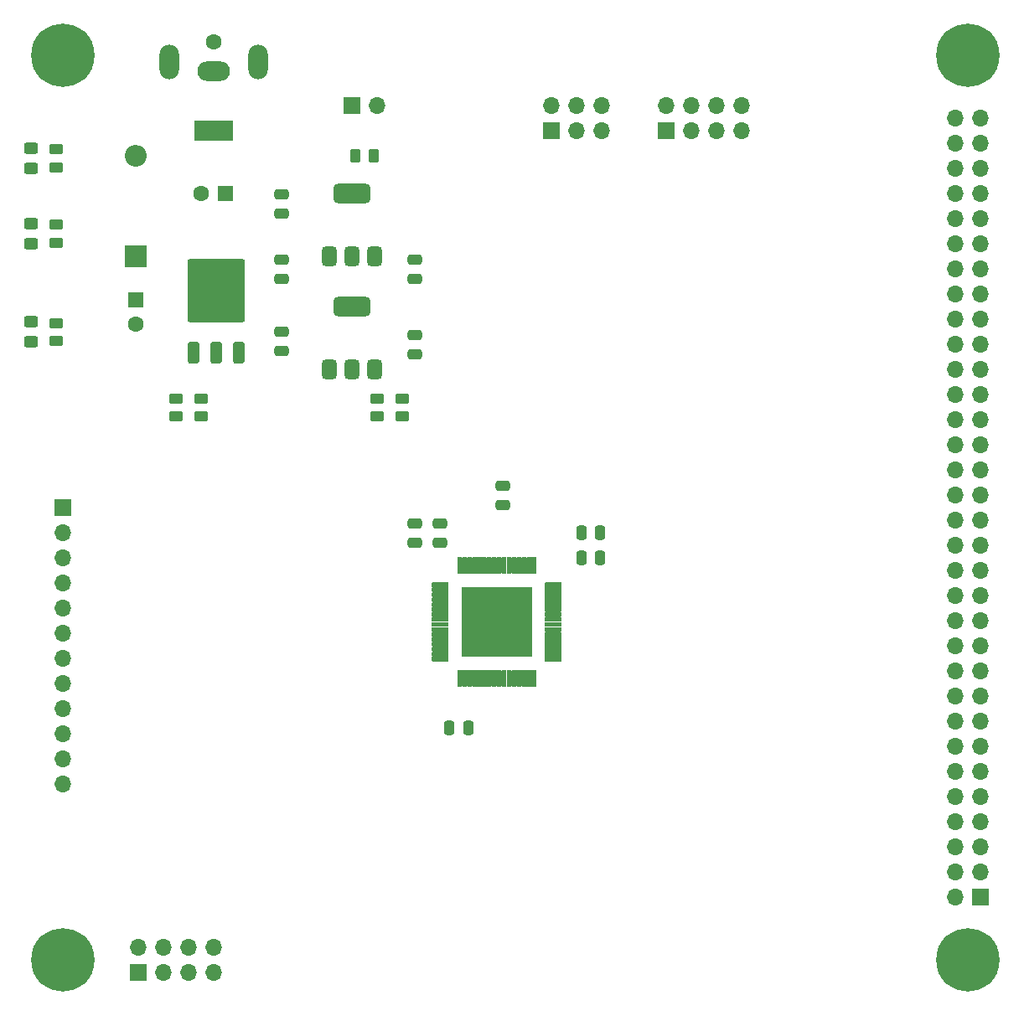
<source format=gbr>
%TF.GenerationSoftware,KiCad,Pcbnew,8.0.7-8.0.7-0~ubuntu22.04.1*%
%TF.CreationDate,2025-01-12T13:10:07-08:00*%
%TF.ProjectId,multichannelheaterdriver_amc7836,6d756c74-6963-4686-916e-6e656c686561,rev?*%
%TF.SameCoordinates,Original*%
%TF.FileFunction,Soldermask,Top*%
%TF.FilePolarity,Negative*%
%FSLAX46Y46*%
G04 Gerber Fmt 4.6, Leading zero omitted, Abs format (unit mm)*
G04 Created by KiCad (PCBNEW 8.0.7-8.0.7-0~ubuntu22.04.1) date 2025-01-12 13:10:07*
%MOMM*%
%LPD*%
G01*
G04 APERTURE LIST*
G04 Aperture macros list*
%AMRoundRect*
0 Rectangle with rounded corners*
0 $1 Rounding radius*
0 $2 $3 $4 $5 $6 $7 $8 $9 X,Y pos of 4 corners*
0 Add a 4 corners polygon primitive as box body*
4,1,4,$2,$3,$4,$5,$6,$7,$8,$9,$2,$3,0*
0 Add four circle primitives for the rounded corners*
1,1,$1+$1,$2,$3*
1,1,$1+$1,$4,$5*
1,1,$1+$1,$6,$7*
1,1,$1+$1,$8,$9*
0 Add four rect primitives between the rounded corners*
20,1,$1+$1,$2,$3,$4,$5,0*
20,1,$1+$1,$4,$5,$6,$7,0*
20,1,$1+$1,$6,$7,$8,$9,0*
20,1,$1+$1,$8,$9,$2,$3,0*%
G04 Aperture macros list end*
%ADD10C,0.010000*%
%ADD11R,1.700000X1.700000*%
%ADD12O,1.700000X1.700000*%
%ADD13RoundRect,0.250000X-0.262500X-0.450000X0.262500X-0.450000X0.262500X0.450000X-0.262500X0.450000X0*%
%ADD14RoundRect,0.250000X0.450000X-0.262500X0.450000X0.262500X-0.450000X0.262500X-0.450000X-0.262500X0*%
%ADD15RoundRect,0.250000X-0.250000X-0.475000X0.250000X-0.475000X0.250000X0.475000X-0.250000X0.475000X0*%
%ADD16RoundRect,0.250000X0.475000X-0.250000X0.475000X0.250000X-0.475000X0.250000X-0.475000X-0.250000X0*%
%ADD17RoundRect,0.250000X0.450000X-0.325000X0.450000X0.325000X-0.450000X0.325000X-0.450000X-0.325000X0*%
%ADD18RoundRect,0.250000X-0.475000X0.250000X-0.475000X-0.250000X0.475000X-0.250000X0.475000X0.250000X0*%
%ADD19R,2.200000X2.200000*%
%ADD20O,2.200000X2.200000*%
%ADD21RoundRect,0.250000X-0.450000X0.262500X-0.450000X-0.262500X0.450000X-0.262500X0.450000X0.262500X0*%
%ADD22C,6.400000*%
%ADD23R,1.600000X1.600000*%
%ADD24C,1.600000*%
%ADD25RoundRect,0.375000X0.375000X-0.625000X0.375000X0.625000X-0.375000X0.625000X-0.375000X-0.625000X0*%
%ADD26RoundRect,0.500000X1.400000X-0.500000X1.400000X0.500000X-1.400000X0.500000X-1.400000X-0.500000X0*%
%ADD27RoundRect,0.250000X0.350000X-0.850000X0.350000X0.850000X-0.350000X0.850000X-0.350000X-0.850000X0*%
%ADD28RoundRect,0.249997X2.650003X-2.950003X2.650003X2.950003X-2.650003X2.950003X-2.650003X-2.950003X0*%
%ADD29R,4.000000X2.000000*%
%ADD30O,3.300000X2.000000*%
%ADD31O,2.000000X3.500000*%
G04 APERTURE END LIST*
D10*
%TO.C,U1*%
X52380000Y-65790000D02*
X45380000Y-65790000D01*
X45380000Y-58790000D01*
X52380000Y-58790000D01*
X52380000Y-65790000D01*
G36*
X52380000Y-65790000D02*
G01*
X45380000Y-65790000D01*
X45380000Y-58790000D01*
X52380000Y-58790000D01*
X52380000Y-65790000D01*
G37*
X43917000Y-58341000D02*
X43921000Y-58342000D01*
X43924000Y-58343000D01*
X43928000Y-58344000D01*
X43932000Y-58345000D01*
X43936000Y-58346000D01*
X43939000Y-58348000D01*
X43942000Y-58350000D01*
X43946000Y-58352000D01*
X43949000Y-58354000D01*
X43952000Y-58357000D01*
X43955000Y-58359000D01*
X43958000Y-58362000D01*
X43961000Y-58365000D01*
X43963000Y-58368000D01*
X43966000Y-58371000D01*
X43968000Y-58374000D01*
X43970000Y-58377000D01*
X43972000Y-58381000D01*
X43974000Y-58384000D01*
X43975000Y-58388000D01*
X43976000Y-58392000D01*
X43977000Y-58396000D01*
X43978000Y-58399000D01*
X43979000Y-58403000D01*
X43980000Y-58407000D01*
X43980000Y-58411000D01*
X43980000Y-58415000D01*
X43980000Y-58665000D01*
X43980000Y-58669000D01*
X43980000Y-58673000D01*
X43979000Y-58677000D01*
X43978000Y-58681000D01*
X43977000Y-58684000D01*
X43976000Y-58688000D01*
X43975000Y-58692000D01*
X43974000Y-58696000D01*
X43972000Y-58699000D01*
X43970000Y-58703000D01*
X43968000Y-58706000D01*
X43966000Y-58709000D01*
X43963000Y-58712000D01*
X43961000Y-58715000D01*
X43958000Y-58718000D01*
X43955000Y-58721000D01*
X43952000Y-58723000D01*
X43949000Y-58726000D01*
X43946000Y-58728000D01*
X43942000Y-58730000D01*
X43939000Y-58732000D01*
X43936000Y-58734000D01*
X43932000Y-58735000D01*
X43928000Y-58736000D01*
X43924000Y-58737000D01*
X43921000Y-58738000D01*
X43917000Y-58739000D01*
X43913000Y-58740000D01*
X43909000Y-58740000D01*
X43905000Y-58740000D01*
X42455000Y-58740000D01*
X42451000Y-58740000D01*
X42447000Y-58740000D01*
X42443000Y-58739000D01*
X42439000Y-58738000D01*
X42436000Y-58737000D01*
X42432000Y-58736000D01*
X42428000Y-58735000D01*
X42424000Y-58734000D01*
X42421000Y-58732000D01*
X42417000Y-58730000D01*
X42414000Y-58728000D01*
X42411000Y-58726000D01*
X42408000Y-58723000D01*
X42405000Y-58721000D01*
X42402000Y-58718000D01*
X42399000Y-58715000D01*
X42397000Y-58712000D01*
X42394000Y-58709000D01*
X42392000Y-58706000D01*
X42390000Y-58703000D01*
X42388000Y-58699000D01*
X42386000Y-58696000D01*
X42385000Y-58692000D01*
X42384000Y-58688000D01*
X42383000Y-58684000D01*
X42382000Y-58681000D01*
X42381000Y-58677000D01*
X42380000Y-58673000D01*
X42380000Y-58669000D01*
X42380000Y-58665000D01*
X42380000Y-58415000D01*
X42380000Y-58411000D01*
X42380000Y-58407000D01*
X42381000Y-58403000D01*
X42382000Y-58399000D01*
X42383000Y-58396000D01*
X42384000Y-58392000D01*
X42385000Y-58388000D01*
X42386000Y-58384000D01*
X42388000Y-58381000D01*
X42390000Y-58377000D01*
X42392000Y-58374000D01*
X42394000Y-58371000D01*
X42397000Y-58368000D01*
X42399000Y-58365000D01*
X42402000Y-58362000D01*
X42405000Y-58359000D01*
X42408000Y-58357000D01*
X42411000Y-58354000D01*
X42414000Y-58352000D01*
X42417000Y-58350000D01*
X42421000Y-58348000D01*
X42424000Y-58346000D01*
X42428000Y-58345000D01*
X42432000Y-58344000D01*
X42436000Y-58343000D01*
X42439000Y-58342000D01*
X42443000Y-58341000D01*
X42447000Y-58340000D01*
X42451000Y-58340000D01*
X42455000Y-58340000D01*
X43905000Y-58340000D01*
X43909000Y-58340000D01*
X43913000Y-58340000D01*
X43917000Y-58341000D01*
G36*
X43917000Y-58341000D02*
G01*
X43921000Y-58342000D01*
X43924000Y-58343000D01*
X43928000Y-58344000D01*
X43932000Y-58345000D01*
X43936000Y-58346000D01*
X43939000Y-58348000D01*
X43942000Y-58350000D01*
X43946000Y-58352000D01*
X43949000Y-58354000D01*
X43952000Y-58357000D01*
X43955000Y-58359000D01*
X43958000Y-58362000D01*
X43961000Y-58365000D01*
X43963000Y-58368000D01*
X43966000Y-58371000D01*
X43968000Y-58374000D01*
X43970000Y-58377000D01*
X43972000Y-58381000D01*
X43974000Y-58384000D01*
X43975000Y-58388000D01*
X43976000Y-58392000D01*
X43977000Y-58396000D01*
X43978000Y-58399000D01*
X43979000Y-58403000D01*
X43980000Y-58407000D01*
X43980000Y-58411000D01*
X43980000Y-58415000D01*
X43980000Y-58665000D01*
X43980000Y-58669000D01*
X43980000Y-58673000D01*
X43979000Y-58677000D01*
X43978000Y-58681000D01*
X43977000Y-58684000D01*
X43976000Y-58688000D01*
X43975000Y-58692000D01*
X43974000Y-58696000D01*
X43972000Y-58699000D01*
X43970000Y-58703000D01*
X43968000Y-58706000D01*
X43966000Y-58709000D01*
X43963000Y-58712000D01*
X43961000Y-58715000D01*
X43958000Y-58718000D01*
X43955000Y-58721000D01*
X43952000Y-58723000D01*
X43949000Y-58726000D01*
X43946000Y-58728000D01*
X43942000Y-58730000D01*
X43939000Y-58732000D01*
X43936000Y-58734000D01*
X43932000Y-58735000D01*
X43928000Y-58736000D01*
X43924000Y-58737000D01*
X43921000Y-58738000D01*
X43917000Y-58739000D01*
X43913000Y-58740000D01*
X43909000Y-58740000D01*
X43905000Y-58740000D01*
X42455000Y-58740000D01*
X42451000Y-58740000D01*
X42447000Y-58740000D01*
X42443000Y-58739000D01*
X42439000Y-58738000D01*
X42436000Y-58737000D01*
X42432000Y-58736000D01*
X42428000Y-58735000D01*
X42424000Y-58734000D01*
X42421000Y-58732000D01*
X42417000Y-58730000D01*
X42414000Y-58728000D01*
X42411000Y-58726000D01*
X42408000Y-58723000D01*
X42405000Y-58721000D01*
X42402000Y-58718000D01*
X42399000Y-58715000D01*
X42397000Y-58712000D01*
X42394000Y-58709000D01*
X42392000Y-58706000D01*
X42390000Y-58703000D01*
X42388000Y-58699000D01*
X42386000Y-58696000D01*
X42385000Y-58692000D01*
X42384000Y-58688000D01*
X42383000Y-58684000D01*
X42382000Y-58681000D01*
X42381000Y-58677000D01*
X42380000Y-58673000D01*
X42380000Y-58669000D01*
X42380000Y-58665000D01*
X42380000Y-58415000D01*
X42380000Y-58411000D01*
X42380000Y-58407000D01*
X42381000Y-58403000D01*
X42382000Y-58399000D01*
X42383000Y-58396000D01*
X42384000Y-58392000D01*
X42385000Y-58388000D01*
X42386000Y-58384000D01*
X42388000Y-58381000D01*
X42390000Y-58377000D01*
X42392000Y-58374000D01*
X42394000Y-58371000D01*
X42397000Y-58368000D01*
X42399000Y-58365000D01*
X42402000Y-58362000D01*
X42405000Y-58359000D01*
X42408000Y-58357000D01*
X42411000Y-58354000D01*
X42414000Y-58352000D01*
X42417000Y-58350000D01*
X42421000Y-58348000D01*
X42424000Y-58346000D01*
X42428000Y-58345000D01*
X42432000Y-58344000D01*
X42436000Y-58343000D01*
X42439000Y-58342000D01*
X42443000Y-58341000D01*
X42447000Y-58340000D01*
X42451000Y-58340000D01*
X42455000Y-58340000D01*
X43905000Y-58340000D01*
X43909000Y-58340000D01*
X43913000Y-58340000D01*
X43917000Y-58341000D01*
G37*
X43917000Y-58841000D02*
X43921000Y-58842000D01*
X43924000Y-58843000D01*
X43928000Y-58844000D01*
X43932000Y-58845000D01*
X43936000Y-58846000D01*
X43939000Y-58848000D01*
X43942000Y-58850000D01*
X43946000Y-58852000D01*
X43949000Y-58854000D01*
X43952000Y-58857000D01*
X43955000Y-58859000D01*
X43958000Y-58862000D01*
X43961000Y-58865000D01*
X43963000Y-58868000D01*
X43966000Y-58871000D01*
X43968000Y-58874000D01*
X43970000Y-58877000D01*
X43972000Y-58881000D01*
X43974000Y-58884000D01*
X43975000Y-58888000D01*
X43976000Y-58892000D01*
X43977000Y-58896000D01*
X43978000Y-58899000D01*
X43979000Y-58903000D01*
X43980000Y-58907000D01*
X43980000Y-58911000D01*
X43980000Y-58915000D01*
X43980000Y-59165000D01*
X43980000Y-59169000D01*
X43980000Y-59173000D01*
X43979000Y-59177000D01*
X43978000Y-59181000D01*
X43977000Y-59184000D01*
X43976000Y-59188000D01*
X43975000Y-59192000D01*
X43974000Y-59196000D01*
X43972000Y-59199000D01*
X43970000Y-59203000D01*
X43968000Y-59206000D01*
X43966000Y-59209000D01*
X43963000Y-59212000D01*
X43961000Y-59215000D01*
X43958000Y-59218000D01*
X43955000Y-59221000D01*
X43952000Y-59223000D01*
X43949000Y-59226000D01*
X43946000Y-59228000D01*
X43942000Y-59230000D01*
X43939000Y-59232000D01*
X43936000Y-59234000D01*
X43932000Y-59235000D01*
X43928000Y-59236000D01*
X43924000Y-59237000D01*
X43921000Y-59238000D01*
X43917000Y-59239000D01*
X43913000Y-59240000D01*
X43909000Y-59240000D01*
X43905000Y-59240000D01*
X42455000Y-59240000D01*
X42451000Y-59240000D01*
X42447000Y-59240000D01*
X42443000Y-59239000D01*
X42439000Y-59238000D01*
X42436000Y-59237000D01*
X42432000Y-59236000D01*
X42428000Y-59235000D01*
X42424000Y-59234000D01*
X42421000Y-59232000D01*
X42417000Y-59230000D01*
X42414000Y-59228000D01*
X42411000Y-59226000D01*
X42408000Y-59223000D01*
X42405000Y-59221000D01*
X42402000Y-59218000D01*
X42399000Y-59215000D01*
X42397000Y-59212000D01*
X42394000Y-59209000D01*
X42392000Y-59206000D01*
X42390000Y-59203000D01*
X42388000Y-59199000D01*
X42386000Y-59196000D01*
X42385000Y-59192000D01*
X42384000Y-59188000D01*
X42383000Y-59184000D01*
X42382000Y-59181000D01*
X42381000Y-59177000D01*
X42380000Y-59173000D01*
X42380000Y-59169000D01*
X42380000Y-59165000D01*
X42380000Y-58915000D01*
X42380000Y-58911000D01*
X42380000Y-58907000D01*
X42381000Y-58903000D01*
X42382000Y-58899000D01*
X42383000Y-58896000D01*
X42384000Y-58892000D01*
X42385000Y-58888000D01*
X42386000Y-58884000D01*
X42388000Y-58881000D01*
X42390000Y-58877000D01*
X42392000Y-58874000D01*
X42394000Y-58871000D01*
X42397000Y-58868000D01*
X42399000Y-58865000D01*
X42402000Y-58862000D01*
X42405000Y-58859000D01*
X42408000Y-58857000D01*
X42411000Y-58854000D01*
X42414000Y-58852000D01*
X42417000Y-58850000D01*
X42421000Y-58848000D01*
X42424000Y-58846000D01*
X42428000Y-58845000D01*
X42432000Y-58844000D01*
X42436000Y-58843000D01*
X42439000Y-58842000D01*
X42443000Y-58841000D01*
X42447000Y-58840000D01*
X42451000Y-58840000D01*
X42455000Y-58840000D01*
X43905000Y-58840000D01*
X43909000Y-58840000D01*
X43913000Y-58840000D01*
X43917000Y-58841000D01*
G36*
X43917000Y-58841000D02*
G01*
X43921000Y-58842000D01*
X43924000Y-58843000D01*
X43928000Y-58844000D01*
X43932000Y-58845000D01*
X43936000Y-58846000D01*
X43939000Y-58848000D01*
X43942000Y-58850000D01*
X43946000Y-58852000D01*
X43949000Y-58854000D01*
X43952000Y-58857000D01*
X43955000Y-58859000D01*
X43958000Y-58862000D01*
X43961000Y-58865000D01*
X43963000Y-58868000D01*
X43966000Y-58871000D01*
X43968000Y-58874000D01*
X43970000Y-58877000D01*
X43972000Y-58881000D01*
X43974000Y-58884000D01*
X43975000Y-58888000D01*
X43976000Y-58892000D01*
X43977000Y-58896000D01*
X43978000Y-58899000D01*
X43979000Y-58903000D01*
X43980000Y-58907000D01*
X43980000Y-58911000D01*
X43980000Y-58915000D01*
X43980000Y-59165000D01*
X43980000Y-59169000D01*
X43980000Y-59173000D01*
X43979000Y-59177000D01*
X43978000Y-59181000D01*
X43977000Y-59184000D01*
X43976000Y-59188000D01*
X43975000Y-59192000D01*
X43974000Y-59196000D01*
X43972000Y-59199000D01*
X43970000Y-59203000D01*
X43968000Y-59206000D01*
X43966000Y-59209000D01*
X43963000Y-59212000D01*
X43961000Y-59215000D01*
X43958000Y-59218000D01*
X43955000Y-59221000D01*
X43952000Y-59223000D01*
X43949000Y-59226000D01*
X43946000Y-59228000D01*
X43942000Y-59230000D01*
X43939000Y-59232000D01*
X43936000Y-59234000D01*
X43932000Y-59235000D01*
X43928000Y-59236000D01*
X43924000Y-59237000D01*
X43921000Y-59238000D01*
X43917000Y-59239000D01*
X43913000Y-59240000D01*
X43909000Y-59240000D01*
X43905000Y-59240000D01*
X42455000Y-59240000D01*
X42451000Y-59240000D01*
X42447000Y-59240000D01*
X42443000Y-59239000D01*
X42439000Y-59238000D01*
X42436000Y-59237000D01*
X42432000Y-59236000D01*
X42428000Y-59235000D01*
X42424000Y-59234000D01*
X42421000Y-59232000D01*
X42417000Y-59230000D01*
X42414000Y-59228000D01*
X42411000Y-59226000D01*
X42408000Y-59223000D01*
X42405000Y-59221000D01*
X42402000Y-59218000D01*
X42399000Y-59215000D01*
X42397000Y-59212000D01*
X42394000Y-59209000D01*
X42392000Y-59206000D01*
X42390000Y-59203000D01*
X42388000Y-59199000D01*
X42386000Y-59196000D01*
X42385000Y-59192000D01*
X42384000Y-59188000D01*
X42383000Y-59184000D01*
X42382000Y-59181000D01*
X42381000Y-59177000D01*
X42380000Y-59173000D01*
X42380000Y-59169000D01*
X42380000Y-59165000D01*
X42380000Y-58915000D01*
X42380000Y-58911000D01*
X42380000Y-58907000D01*
X42381000Y-58903000D01*
X42382000Y-58899000D01*
X42383000Y-58896000D01*
X42384000Y-58892000D01*
X42385000Y-58888000D01*
X42386000Y-58884000D01*
X42388000Y-58881000D01*
X42390000Y-58877000D01*
X42392000Y-58874000D01*
X42394000Y-58871000D01*
X42397000Y-58868000D01*
X42399000Y-58865000D01*
X42402000Y-58862000D01*
X42405000Y-58859000D01*
X42408000Y-58857000D01*
X42411000Y-58854000D01*
X42414000Y-58852000D01*
X42417000Y-58850000D01*
X42421000Y-58848000D01*
X42424000Y-58846000D01*
X42428000Y-58845000D01*
X42432000Y-58844000D01*
X42436000Y-58843000D01*
X42439000Y-58842000D01*
X42443000Y-58841000D01*
X42447000Y-58840000D01*
X42451000Y-58840000D01*
X42455000Y-58840000D01*
X43905000Y-58840000D01*
X43909000Y-58840000D01*
X43913000Y-58840000D01*
X43917000Y-58841000D01*
G37*
X43917000Y-59341000D02*
X43921000Y-59342000D01*
X43924000Y-59343000D01*
X43928000Y-59344000D01*
X43932000Y-59345000D01*
X43936000Y-59346000D01*
X43939000Y-59348000D01*
X43942000Y-59350000D01*
X43946000Y-59352000D01*
X43949000Y-59354000D01*
X43952000Y-59357000D01*
X43955000Y-59359000D01*
X43958000Y-59362000D01*
X43961000Y-59365000D01*
X43963000Y-59368000D01*
X43966000Y-59371000D01*
X43968000Y-59374000D01*
X43970000Y-59377000D01*
X43972000Y-59381000D01*
X43974000Y-59384000D01*
X43975000Y-59388000D01*
X43976000Y-59392000D01*
X43977000Y-59396000D01*
X43978000Y-59399000D01*
X43979000Y-59403000D01*
X43980000Y-59407000D01*
X43980000Y-59411000D01*
X43980000Y-59415000D01*
X43980000Y-59665000D01*
X43980000Y-59669000D01*
X43980000Y-59673000D01*
X43979000Y-59677000D01*
X43978000Y-59681000D01*
X43977000Y-59684000D01*
X43976000Y-59688000D01*
X43975000Y-59692000D01*
X43974000Y-59696000D01*
X43972000Y-59699000D01*
X43970000Y-59703000D01*
X43968000Y-59706000D01*
X43966000Y-59709000D01*
X43963000Y-59712000D01*
X43961000Y-59715000D01*
X43958000Y-59718000D01*
X43955000Y-59721000D01*
X43952000Y-59723000D01*
X43949000Y-59726000D01*
X43946000Y-59728000D01*
X43942000Y-59730000D01*
X43939000Y-59732000D01*
X43936000Y-59734000D01*
X43932000Y-59735000D01*
X43928000Y-59736000D01*
X43924000Y-59737000D01*
X43921000Y-59738000D01*
X43917000Y-59739000D01*
X43913000Y-59740000D01*
X43909000Y-59740000D01*
X43905000Y-59740000D01*
X42455000Y-59740000D01*
X42451000Y-59740000D01*
X42447000Y-59740000D01*
X42443000Y-59739000D01*
X42439000Y-59738000D01*
X42436000Y-59737000D01*
X42432000Y-59736000D01*
X42428000Y-59735000D01*
X42424000Y-59734000D01*
X42421000Y-59732000D01*
X42417000Y-59730000D01*
X42414000Y-59728000D01*
X42411000Y-59726000D01*
X42408000Y-59723000D01*
X42405000Y-59721000D01*
X42402000Y-59718000D01*
X42399000Y-59715000D01*
X42397000Y-59712000D01*
X42394000Y-59709000D01*
X42392000Y-59706000D01*
X42390000Y-59703000D01*
X42388000Y-59699000D01*
X42386000Y-59696000D01*
X42385000Y-59692000D01*
X42384000Y-59688000D01*
X42383000Y-59684000D01*
X42382000Y-59681000D01*
X42381000Y-59677000D01*
X42380000Y-59673000D01*
X42380000Y-59669000D01*
X42380000Y-59665000D01*
X42380000Y-59415000D01*
X42380000Y-59411000D01*
X42380000Y-59407000D01*
X42381000Y-59403000D01*
X42382000Y-59399000D01*
X42383000Y-59396000D01*
X42384000Y-59392000D01*
X42385000Y-59388000D01*
X42386000Y-59384000D01*
X42388000Y-59381000D01*
X42390000Y-59377000D01*
X42392000Y-59374000D01*
X42394000Y-59371000D01*
X42397000Y-59368000D01*
X42399000Y-59365000D01*
X42402000Y-59362000D01*
X42405000Y-59359000D01*
X42408000Y-59357000D01*
X42411000Y-59354000D01*
X42414000Y-59352000D01*
X42417000Y-59350000D01*
X42421000Y-59348000D01*
X42424000Y-59346000D01*
X42428000Y-59345000D01*
X42432000Y-59344000D01*
X42436000Y-59343000D01*
X42439000Y-59342000D01*
X42443000Y-59341000D01*
X42447000Y-59340000D01*
X42451000Y-59340000D01*
X42455000Y-59340000D01*
X43905000Y-59340000D01*
X43909000Y-59340000D01*
X43913000Y-59340000D01*
X43917000Y-59341000D01*
G36*
X43917000Y-59341000D02*
G01*
X43921000Y-59342000D01*
X43924000Y-59343000D01*
X43928000Y-59344000D01*
X43932000Y-59345000D01*
X43936000Y-59346000D01*
X43939000Y-59348000D01*
X43942000Y-59350000D01*
X43946000Y-59352000D01*
X43949000Y-59354000D01*
X43952000Y-59357000D01*
X43955000Y-59359000D01*
X43958000Y-59362000D01*
X43961000Y-59365000D01*
X43963000Y-59368000D01*
X43966000Y-59371000D01*
X43968000Y-59374000D01*
X43970000Y-59377000D01*
X43972000Y-59381000D01*
X43974000Y-59384000D01*
X43975000Y-59388000D01*
X43976000Y-59392000D01*
X43977000Y-59396000D01*
X43978000Y-59399000D01*
X43979000Y-59403000D01*
X43980000Y-59407000D01*
X43980000Y-59411000D01*
X43980000Y-59415000D01*
X43980000Y-59665000D01*
X43980000Y-59669000D01*
X43980000Y-59673000D01*
X43979000Y-59677000D01*
X43978000Y-59681000D01*
X43977000Y-59684000D01*
X43976000Y-59688000D01*
X43975000Y-59692000D01*
X43974000Y-59696000D01*
X43972000Y-59699000D01*
X43970000Y-59703000D01*
X43968000Y-59706000D01*
X43966000Y-59709000D01*
X43963000Y-59712000D01*
X43961000Y-59715000D01*
X43958000Y-59718000D01*
X43955000Y-59721000D01*
X43952000Y-59723000D01*
X43949000Y-59726000D01*
X43946000Y-59728000D01*
X43942000Y-59730000D01*
X43939000Y-59732000D01*
X43936000Y-59734000D01*
X43932000Y-59735000D01*
X43928000Y-59736000D01*
X43924000Y-59737000D01*
X43921000Y-59738000D01*
X43917000Y-59739000D01*
X43913000Y-59740000D01*
X43909000Y-59740000D01*
X43905000Y-59740000D01*
X42455000Y-59740000D01*
X42451000Y-59740000D01*
X42447000Y-59740000D01*
X42443000Y-59739000D01*
X42439000Y-59738000D01*
X42436000Y-59737000D01*
X42432000Y-59736000D01*
X42428000Y-59735000D01*
X42424000Y-59734000D01*
X42421000Y-59732000D01*
X42417000Y-59730000D01*
X42414000Y-59728000D01*
X42411000Y-59726000D01*
X42408000Y-59723000D01*
X42405000Y-59721000D01*
X42402000Y-59718000D01*
X42399000Y-59715000D01*
X42397000Y-59712000D01*
X42394000Y-59709000D01*
X42392000Y-59706000D01*
X42390000Y-59703000D01*
X42388000Y-59699000D01*
X42386000Y-59696000D01*
X42385000Y-59692000D01*
X42384000Y-59688000D01*
X42383000Y-59684000D01*
X42382000Y-59681000D01*
X42381000Y-59677000D01*
X42380000Y-59673000D01*
X42380000Y-59669000D01*
X42380000Y-59665000D01*
X42380000Y-59415000D01*
X42380000Y-59411000D01*
X42380000Y-59407000D01*
X42381000Y-59403000D01*
X42382000Y-59399000D01*
X42383000Y-59396000D01*
X42384000Y-59392000D01*
X42385000Y-59388000D01*
X42386000Y-59384000D01*
X42388000Y-59381000D01*
X42390000Y-59377000D01*
X42392000Y-59374000D01*
X42394000Y-59371000D01*
X42397000Y-59368000D01*
X42399000Y-59365000D01*
X42402000Y-59362000D01*
X42405000Y-59359000D01*
X42408000Y-59357000D01*
X42411000Y-59354000D01*
X42414000Y-59352000D01*
X42417000Y-59350000D01*
X42421000Y-59348000D01*
X42424000Y-59346000D01*
X42428000Y-59345000D01*
X42432000Y-59344000D01*
X42436000Y-59343000D01*
X42439000Y-59342000D01*
X42443000Y-59341000D01*
X42447000Y-59340000D01*
X42451000Y-59340000D01*
X42455000Y-59340000D01*
X43905000Y-59340000D01*
X43909000Y-59340000D01*
X43913000Y-59340000D01*
X43917000Y-59341000D01*
G37*
X43917000Y-59841000D02*
X43921000Y-59842000D01*
X43924000Y-59843000D01*
X43928000Y-59844000D01*
X43932000Y-59845000D01*
X43936000Y-59846000D01*
X43939000Y-59848000D01*
X43942000Y-59850000D01*
X43946000Y-59852000D01*
X43949000Y-59854000D01*
X43952000Y-59857000D01*
X43955000Y-59859000D01*
X43958000Y-59862000D01*
X43961000Y-59865000D01*
X43963000Y-59868000D01*
X43966000Y-59871000D01*
X43968000Y-59874000D01*
X43970000Y-59877000D01*
X43972000Y-59881000D01*
X43974000Y-59884000D01*
X43975000Y-59888000D01*
X43976000Y-59892000D01*
X43977000Y-59896000D01*
X43978000Y-59899000D01*
X43979000Y-59903000D01*
X43980000Y-59907000D01*
X43980000Y-59911000D01*
X43980000Y-59915000D01*
X43980000Y-60165000D01*
X43980000Y-60169000D01*
X43980000Y-60173000D01*
X43979000Y-60177000D01*
X43978000Y-60181000D01*
X43977000Y-60184000D01*
X43976000Y-60188000D01*
X43975000Y-60192000D01*
X43974000Y-60196000D01*
X43972000Y-60199000D01*
X43970000Y-60203000D01*
X43968000Y-60206000D01*
X43966000Y-60209000D01*
X43963000Y-60212000D01*
X43961000Y-60215000D01*
X43958000Y-60218000D01*
X43955000Y-60221000D01*
X43952000Y-60223000D01*
X43949000Y-60226000D01*
X43946000Y-60228000D01*
X43942000Y-60230000D01*
X43939000Y-60232000D01*
X43936000Y-60234000D01*
X43932000Y-60235000D01*
X43928000Y-60236000D01*
X43924000Y-60237000D01*
X43921000Y-60238000D01*
X43917000Y-60239000D01*
X43913000Y-60240000D01*
X43909000Y-60240000D01*
X43905000Y-60240000D01*
X42455000Y-60240000D01*
X42451000Y-60240000D01*
X42447000Y-60240000D01*
X42443000Y-60239000D01*
X42439000Y-60238000D01*
X42436000Y-60237000D01*
X42432000Y-60236000D01*
X42428000Y-60235000D01*
X42424000Y-60234000D01*
X42421000Y-60232000D01*
X42417000Y-60230000D01*
X42414000Y-60228000D01*
X42411000Y-60226000D01*
X42408000Y-60223000D01*
X42405000Y-60221000D01*
X42402000Y-60218000D01*
X42399000Y-60215000D01*
X42397000Y-60212000D01*
X42394000Y-60209000D01*
X42392000Y-60206000D01*
X42390000Y-60203000D01*
X42388000Y-60199000D01*
X42386000Y-60196000D01*
X42385000Y-60192000D01*
X42384000Y-60188000D01*
X42383000Y-60184000D01*
X42382000Y-60181000D01*
X42381000Y-60177000D01*
X42380000Y-60173000D01*
X42380000Y-60169000D01*
X42380000Y-60165000D01*
X42380000Y-59915000D01*
X42380000Y-59911000D01*
X42380000Y-59907000D01*
X42381000Y-59903000D01*
X42382000Y-59899000D01*
X42383000Y-59896000D01*
X42384000Y-59892000D01*
X42385000Y-59888000D01*
X42386000Y-59884000D01*
X42388000Y-59881000D01*
X42390000Y-59877000D01*
X42392000Y-59874000D01*
X42394000Y-59871000D01*
X42397000Y-59868000D01*
X42399000Y-59865000D01*
X42402000Y-59862000D01*
X42405000Y-59859000D01*
X42408000Y-59857000D01*
X42411000Y-59854000D01*
X42414000Y-59852000D01*
X42417000Y-59850000D01*
X42421000Y-59848000D01*
X42424000Y-59846000D01*
X42428000Y-59845000D01*
X42432000Y-59844000D01*
X42436000Y-59843000D01*
X42439000Y-59842000D01*
X42443000Y-59841000D01*
X42447000Y-59840000D01*
X42451000Y-59840000D01*
X42455000Y-59840000D01*
X43905000Y-59840000D01*
X43909000Y-59840000D01*
X43913000Y-59840000D01*
X43917000Y-59841000D01*
G36*
X43917000Y-59841000D02*
G01*
X43921000Y-59842000D01*
X43924000Y-59843000D01*
X43928000Y-59844000D01*
X43932000Y-59845000D01*
X43936000Y-59846000D01*
X43939000Y-59848000D01*
X43942000Y-59850000D01*
X43946000Y-59852000D01*
X43949000Y-59854000D01*
X43952000Y-59857000D01*
X43955000Y-59859000D01*
X43958000Y-59862000D01*
X43961000Y-59865000D01*
X43963000Y-59868000D01*
X43966000Y-59871000D01*
X43968000Y-59874000D01*
X43970000Y-59877000D01*
X43972000Y-59881000D01*
X43974000Y-59884000D01*
X43975000Y-59888000D01*
X43976000Y-59892000D01*
X43977000Y-59896000D01*
X43978000Y-59899000D01*
X43979000Y-59903000D01*
X43980000Y-59907000D01*
X43980000Y-59911000D01*
X43980000Y-59915000D01*
X43980000Y-60165000D01*
X43980000Y-60169000D01*
X43980000Y-60173000D01*
X43979000Y-60177000D01*
X43978000Y-60181000D01*
X43977000Y-60184000D01*
X43976000Y-60188000D01*
X43975000Y-60192000D01*
X43974000Y-60196000D01*
X43972000Y-60199000D01*
X43970000Y-60203000D01*
X43968000Y-60206000D01*
X43966000Y-60209000D01*
X43963000Y-60212000D01*
X43961000Y-60215000D01*
X43958000Y-60218000D01*
X43955000Y-60221000D01*
X43952000Y-60223000D01*
X43949000Y-60226000D01*
X43946000Y-60228000D01*
X43942000Y-60230000D01*
X43939000Y-60232000D01*
X43936000Y-60234000D01*
X43932000Y-60235000D01*
X43928000Y-60236000D01*
X43924000Y-60237000D01*
X43921000Y-60238000D01*
X43917000Y-60239000D01*
X43913000Y-60240000D01*
X43909000Y-60240000D01*
X43905000Y-60240000D01*
X42455000Y-60240000D01*
X42451000Y-60240000D01*
X42447000Y-60240000D01*
X42443000Y-60239000D01*
X42439000Y-60238000D01*
X42436000Y-60237000D01*
X42432000Y-60236000D01*
X42428000Y-60235000D01*
X42424000Y-60234000D01*
X42421000Y-60232000D01*
X42417000Y-60230000D01*
X42414000Y-60228000D01*
X42411000Y-60226000D01*
X42408000Y-60223000D01*
X42405000Y-60221000D01*
X42402000Y-60218000D01*
X42399000Y-60215000D01*
X42397000Y-60212000D01*
X42394000Y-60209000D01*
X42392000Y-60206000D01*
X42390000Y-60203000D01*
X42388000Y-60199000D01*
X42386000Y-60196000D01*
X42385000Y-60192000D01*
X42384000Y-60188000D01*
X42383000Y-60184000D01*
X42382000Y-60181000D01*
X42381000Y-60177000D01*
X42380000Y-60173000D01*
X42380000Y-60169000D01*
X42380000Y-60165000D01*
X42380000Y-59915000D01*
X42380000Y-59911000D01*
X42380000Y-59907000D01*
X42381000Y-59903000D01*
X42382000Y-59899000D01*
X42383000Y-59896000D01*
X42384000Y-59892000D01*
X42385000Y-59888000D01*
X42386000Y-59884000D01*
X42388000Y-59881000D01*
X42390000Y-59877000D01*
X42392000Y-59874000D01*
X42394000Y-59871000D01*
X42397000Y-59868000D01*
X42399000Y-59865000D01*
X42402000Y-59862000D01*
X42405000Y-59859000D01*
X42408000Y-59857000D01*
X42411000Y-59854000D01*
X42414000Y-59852000D01*
X42417000Y-59850000D01*
X42421000Y-59848000D01*
X42424000Y-59846000D01*
X42428000Y-59845000D01*
X42432000Y-59844000D01*
X42436000Y-59843000D01*
X42439000Y-59842000D01*
X42443000Y-59841000D01*
X42447000Y-59840000D01*
X42451000Y-59840000D01*
X42455000Y-59840000D01*
X43905000Y-59840000D01*
X43909000Y-59840000D01*
X43913000Y-59840000D01*
X43917000Y-59841000D01*
G37*
X43917000Y-60341000D02*
X43921000Y-60342000D01*
X43924000Y-60343000D01*
X43928000Y-60344000D01*
X43932000Y-60345000D01*
X43936000Y-60346000D01*
X43939000Y-60348000D01*
X43942000Y-60350000D01*
X43946000Y-60352000D01*
X43949000Y-60354000D01*
X43952000Y-60357000D01*
X43955000Y-60359000D01*
X43958000Y-60362000D01*
X43961000Y-60365000D01*
X43963000Y-60368000D01*
X43966000Y-60371000D01*
X43968000Y-60374000D01*
X43970000Y-60377000D01*
X43972000Y-60381000D01*
X43974000Y-60384000D01*
X43975000Y-60388000D01*
X43976000Y-60392000D01*
X43977000Y-60396000D01*
X43978000Y-60399000D01*
X43979000Y-60403000D01*
X43980000Y-60407000D01*
X43980000Y-60411000D01*
X43980000Y-60415000D01*
X43980000Y-60665000D01*
X43980000Y-60669000D01*
X43980000Y-60673000D01*
X43979000Y-60677000D01*
X43978000Y-60681000D01*
X43977000Y-60684000D01*
X43976000Y-60688000D01*
X43975000Y-60692000D01*
X43974000Y-60696000D01*
X43972000Y-60699000D01*
X43970000Y-60703000D01*
X43968000Y-60706000D01*
X43966000Y-60709000D01*
X43963000Y-60712000D01*
X43961000Y-60715000D01*
X43958000Y-60718000D01*
X43955000Y-60721000D01*
X43952000Y-60723000D01*
X43949000Y-60726000D01*
X43946000Y-60728000D01*
X43942000Y-60730000D01*
X43939000Y-60732000D01*
X43936000Y-60734000D01*
X43932000Y-60735000D01*
X43928000Y-60736000D01*
X43924000Y-60737000D01*
X43921000Y-60738000D01*
X43917000Y-60739000D01*
X43913000Y-60740000D01*
X43909000Y-60740000D01*
X43905000Y-60740000D01*
X42455000Y-60740000D01*
X42451000Y-60740000D01*
X42447000Y-60740000D01*
X42443000Y-60739000D01*
X42439000Y-60738000D01*
X42436000Y-60737000D01*
X42432000Y-60736000D01*
X42428000Y-60735000D01*
X42424000Y-60734000D01*
X42421000Y-60732000D01*
X42417000Y-60730000D01*
X42414000Y-60728000D01*
X42411000Y-60726000D01*
X42408000Y-60723000D01*
X42405000Y-60721000D01*
X42402000Y-60718000D01*
X42399000Y-60715000D01*
X42397000Y-60712000D01*
X42394000Y-60709000D01*
X42392000Y-60706000D01*
X42390000Y-60703000D01*
X42388000Y-60699000D01*
X42386000Y-60696000D01*
X42385000Y-60692000D01*
X42384000Y-60688000D01*
X42383000Y-60684000D01*
X42382000Y-60681000D01*
X42381000Y-60677000D01*
X42380000Y-60673000D01*
X42380000Y-60669000D01*
X42380000Y-60665000D01*
X42380000Y-60415000D01*
X42380000Y-60411000D01*
X42380000Y-60407000D01*
X42381000Y-60403000D01*
X42382000Y-60399000D01*
X42383000Y-60396000D01*
X42384000Y-60392000D01*
X42385000Y-60388000D01*
X42386000Y-60384000D01*
X42388000Y-60381000D01*
X42390000Y-60377000D01*
X42392000Y-60374000D01*
X42394000Y-60371000D01*
X42397000Y-60368000D01*
X42399000Y-60365000D01*
X42402000Y-60362000D01*
X42405000Y-60359000D01*
X42408000Y-60357000D01*
X42411000Y-60354000D01*
X42414000Y-60352000D01*
X42417000Y-60350000D01*
X42421000Y-60348000D01*
X42424000Y-60346000D01*
X42428000Y-60345000D01*
X42432000Y-60344000D01*
X42436000Y-60343000D01*
X42439000Y-60342000D01*
X42443000Y-60341000D01*
X42447000Y-60340000D01*
X42451000Y-60340000D01*
X42455000Y-60340000D01*
X43905000Y-60340000D01*
X43909000Y-60340000D01*
X43913000Y-60340000D01*
X43917000Y-60341000D01*
G36*
X43917000Y-60341000D02*
G01*
X43921000Y-60342000D01*
X43924000Y-60343000D01*
X43928000Y-60344000D01*
X43932000Y-60345000D01*
X43936000Y-60346000D01*
X43939000Y-60348000D01*
X43942000Y-60350000D01*
X43946000Y-60352000D01*
X43949000Y-60354000D01*
X43952000Y-60357000D01*
X43955000Y-60359000D01*
X43958000Y-60362000D01*
X43961000Y-60365000D01*
X43963000Y-60368000D01*
X43966000Y-60371000D01*
X43968000Y-60374000D01*
X43970000Y-60377000D01*
X43972000Y-60381000D01*
X43974000Y-60384000D01*
X43975000Y-60388000D01*
X43976000Y-60392000D01*
X43977000Y-60396000D01*
X43978000Y-60399000D01*
X43979000Y-60403000D01*
X43980000Y-60407000D01*
X43980000Y-60411000D01*
X43980000Y-60415000D01*
X43980000Y-60665000D01*
X43980000Y-60669000D01*
X43980000Y-60673000D01*
X43979000Y-60677000D01*
X43978000Y-60681000D01*
X43977000Y-60684000D01*
X43976000Y-60688000D01*
X43975000Y-60692000D01*
X43974000Y-60696000D01*
X43972000Y-60699000D01*
X43970000Y-60703000D01*
X43968000Y-60706000D01*
X43966000Y-60709000D01*
X43963000Y-60712000D01*
X43961000Y-60715000D01*
X43958000Y-60718000D01*
X43955000Y-60721000D01*
X43952000Y-60723000D01*
X43949000Y-60726000D01*
X43946000Y-60728000D01*
X43942000Y-60730000D01*
X43939000Y-60732000D01*
X43936000Y-60734000D01*
X43932000Y-60735000D01*
X43928000Y-60736000D01*
X43924000Y-60737000D01*
X43921000Y-60738000D01*
X43917000Y-60739000D01*
X43913000Y-60740000D01*
X43909000Y-60740000D01*
X43905000Y-60740000D01*
X42455000Y-60740000D01*
X42451000Y-60740000D01*
X42447000Y-60740000D01*
X42443000Y-60739000D01*
X42439000Y-60738000D01*
X42436000Y-60737000D01*
X42432000Y-60736000D01*
X42428000Y-60735000D01*
X42424000Y-60734000D01*
X42421000Y-60732000D01*
X42417000Y-60730000D01*
X42414000Y-60728000D01*
X42411000Y-60726000D01*
X42408000Y-60723000D01*
X42405000Y-60721000D01*
X42402000Y-60718000D01*
X42399000Y-60715000D01*
X42397000Y-60712000D01*
X42394000Y-60709000D01*
X42392000Y-60706000D01*
X42390000Y-60703000D01*
X42388000Y-60699000D01*
X42386000Y-60696000D01*
X42385000Y-60692000D01*
X42384000Y-60688000D01*
X42383000Y-60684000D01*
X42382000Y-60681000D01*
X42381000Y-60677000D01*
X42380000Y-60673000D01*
X42380000Y-60669000D01*
X42380000Y-60665000D01*
X42380000Y-60415000D01*
X42380000Y-60411000D01*
X42380000Y-60407000D01*
X42381000Y-60403000D01*
X42382000Y-60399000D01*
X42383000Y-60396000D01*
X42384000Y-60392000D01*
X42385000Y-60388000D01*
X42386000Y-60384000D01*
X42388000Y-60381000D01*
X42390000Y-60377000D01*
X42392000Y-60374000D01*
X42394000Y-60371000D01*
X42397000Y-60368000D01*
X42399000Y-60365000D01*
X42402000Y-60362000D01*
X42405000Y-60359000D01*
X42408000Y-60357000D01*
X42411000Y-60354000D01*
X42414000Y-60352000D01*
X42417000Y-60350000D01*
X42421000Y-60348000D01*
X42424000Y-60346000D01*
X42428000Y-60345000D01*
X42432000Y-60344000D01*
X42436000Y-60343000D01*
X42439000Y-60342000D01*
X42443000Y-60341000D01*
X42447000Y-60340000D01*
X42451000Y-60340000D01*
X42455000Y-60340000D01*
X43905000Y-60340000D01*
X43909000Y-60340000D01*
X43913000Y-60340000D01*
X43917000Y-60341000D01*
G37*
X43917000Y-60841000D02*
X43921000Y-60842000D01*
X43924000Y-60843000D01*
X43928000Y-60844000D01*
X43932000Y-60845000D01*
X43936000Y-60846000D01*
X43939000Y-60848000D01*
X43942000Y-60850000D01*
X43946000Y-60852000D01*
X43949000Y-60854000D01*
X43952000Y-60857000D01*
X43955000Y-60859000D01*
X43958000Y-60862000D01*
X43961000Y-60865000D01*
X43963000Y-60868000D01*
X43966000Y-60871000D01*
X43968000Y-60874000D01*
X43970000Y-60877000D01*
X43972000Y-60881000D01*
X43974000Y-60884000D01*
X43975000Y-60888000D01*
X43976000Y-60892000D01*
X43977000Y-60896000D01*
X43978000Y-60899000D01*
X43979000Y-60903000D01*
X43980000Y-60907000D01*
X43980000Y-60911000D01*
X43980000Y-60915000D01*
X43980000Y-61165000D01*
X43980000Y-61169000D01*
X43980000Y-61173000D01*
X43979000Y-61177000D01*
X43978000Y-61181000D01*
X43977000Y-61184000D01*
X43976000Y-61188000D01*
X43975000Y-61192000D01*
X43974000Y-61196000D01*
X43972000Y-61199000D01*
X43970000Y-61203000D01*
X43968000Y-61206000D01*
X43966000Y-61209000D01*
X43963000Y-61212000D01*
X43961000Y-61215000D01*
X43958000Y-61218000D01*
X43955000Y-61221000D01*
X43952000Y-61223000D01*
X43949000Y-61226000D01*
X43946000Y-61228000D01*
X43942000Y-61230000D01*
X43939000Y-61232000D01*
X43936000Y-61234000D01*
X43932000Y-61235000D01*
X43928000Y-61236000D01*
X43924000Y-61237000D01*
X43921000Y-61238000D01*
X43917000Y-61239000D01*
X43913000Y-61240000D01*
X43909000Y-61240000D01*
X43905000Y-61240000D01*
X42455000Y-61240000D01*
X42451000Y-61240000D01*
X42447000Y-61240000D01*
X42443000Y-61239000D01*
X42439000Y-61238000D01*
X42436000Y-61237000D01*
X42432000Y-61236000D01*
X42428000Y-61235000D01*
X42424000Y-61234000D01*
X42421000Y-61232000D01*
X42417000Y-61230000D01*
X42414000Y-61228000D01*
X42411000Y-61226000D01*
X42408000Y-61223000D01*
X42405000Y-61221000D01*
X42402000Y-61218000D01*
X42399000Y-61215000D01*
X42397000Y-61212000D01*
X42394000Y-61209000D01*
X42392000Y-61206000D01*
X42390000Y-61203000D01*
X42388000Y-61199000D01*
X42386000Y-61196000D01*
X42385000Y-61192000D01*
X42384000Y-61188000D01*
X42383000Y-61184000D01*
X42382000Y-61181000D01*
X42381000Y-61177000D01*
X42380000Y-61173000D01*
X42380000Y-61169000D01*
X42380000Y-61165000D01*
X42380000Y-60915000D01*
X42380000Y-60911000D01*
X42380000Y-60907000D01*
X42381000Y-60903000D01*
X42382000Y-60899000D01*
X42383000Y-60896000D01*
X42384000Y-60892000D01*
X42385000Y-60888000D01*
X42386000Y-60884000D01*
X42388000Y-60881000D01*
X42390000Y-60877000D01*
X42392000Y-60874000D01*
X42394000Y-60871000D01*
X42397000Y-60868000D01*
X42399000Y-60865000D01*
X42402000Y-60862000D01*
X42405000Y-60859000D01*
X42408000Y-60857000D01*
X42411000Y-60854000D01*
X42414000Y-60852000D01*
X42417000Y-60850000D01*
X42421000Y-60848000D01*
X42424000Y-60846000D01*
X42428000Y-60845000D01*
X42432000Y-60844000D01*
X42436000Y-60843000D01*
X42439000Y-60842000D01*
X42443000Y-60841000D01*
X42447000Y-60840000D01*
X42451000Y-60840000D01*
X42455000Y-60840000D01*
X43905000Y-60840000D01*
X43909000Y-60840000D01*
X43913000Y-60840000D01*
X43917000Y-60841000D01*
G36*
X43917000Y-60841000D02*
G01*
X43921000Y-60842000D01*
X43924000Y-60843000D01*
X43928000Y-60844000D01*
X43932000Y-60845000D01*
X43936000Y-60846000D01*
X43939000Y-60848000D01*
X43942000Y-60850000D01*
X43946000Y-60852000D01*
X43949000Y-60854000D01*
X43952000Y-60857000D01*
X43955000Y-60859000D01*
X43958000Y-60862000D01*
X43961000Y-60865000D01*
X43963000Y-60868000D01*
X43966000Y-60871000D01*
X43968000Y-60874000D01*
X43970000Y-60877000D01*
X43972000Y-60881000D01*
X43974000Y-60884000D01*
X43975000Y-60888000D01*
X43976000Y-60892000D01*
X43977000Y-60896000D01*
X43978000Y-60899000D01*
X43979000Y-60903000D01*
X43980000Y-60907000D01*
X43980000Y-60911000D01*
X43980000Y-60915000D01*
X43980000Y-61165000D01*
X43980000Y-61169000D01*
X43980000Y-61173000D01*
X43979000Y-61177000D01*
X43978000Y-61181000D01*
X43977000Y-61184000D01*
X43976000Y-61188000D01*
X43975000Y-61192000D01*
X43974000Y-61196000D01*
X43972000Y-61199000D01*
X43970000Y-61203000D01*
X43968000Y-61206000D01*
X43966000Y-61209000D01*
X43963000Y-61212000D01*
X43961000Y-61215000D01*
X43958000Y-61218000D01*
X43955000Y-61221000D01*
X43952000Y-61223000D01*
X43949000Y-61226000D01*
X43946000Y-61228000D01*
X43942000Y-61230000D01*
X43939000Y-61232000D01*
X43936000Y-61234000D01*
X43932000Y-61235000D01*
X43928000Y-61236000D01*
X43924000Y-61237000D01*
X43921000Y-61238000D01*
X43917000Y-61239000D01*
X43913000Y-61240000D01*
X43909000Y-61240000D01*
X43905000Y-61240000D01*
X42455000Y-61240000D01*
X42451000Y-61240000D01*
X42447000Y-61240000D01*
X42443000Y-61239000D01*
X42439000Y-61238000D01*
X42436000Y-61237000D01*
X42432000Y-61236000D01*
X42428000Y-61235000D01*
X42424000Y-61234000D01*
X42421000Y-61232000D01*
X42417000Y-61230000D01*
X42414000Y-61228000D01*
X42411000Y-61226000D01*
X42408000Y-61223000D01*
X42405000Y-61221000D01*
X42402000Y-61218000D01*
X42399000Y-61215000D01*
X42397000Y-61212000D01*
X42394000Y-61209000D01*
X42392000Y-61206000D01*
X42390000Y-61203000D01*
X42388000Y-61199000D01*
X42386000Y-61196000D01*
X42385000Y-61192000D01*
X42384000Y-61188000D01*
X42383000Y-61184000D01*
X42382000Y-61181000D01*
X42381000Y-61177000D01*
X42380000Y-61173000D01*
X42380000Y-61169000D01*
X42380000Y-61165000D01*
X42380000Y-60915000D01*
X42380000Y-60911000D01*
X42380000Y-60907000D01*
X42381000Y-60903000D01*
X42382000Y-60899000D01*
X42383000Y-60896000D01*
X42384000Y-60892000D01*
X42385000Y-60888000D01*
X42386000Y-60884000D01*
X42388000Y-60881000D01*
X42390000Y-60877000D01*
X42392000Y-60874000D01*
X42394000Y-60871000D01*
X42397000Y-60868000D01*
X42399000Y-60865000D01*
X42402000Y-60862000D01*
X42405000Y-60859000D01*
X42408000Y-60857000D01*
X42411000Y-60854000D01*
X42414000Y-60852000D01*
X42417000Y-60850000D01*
X42421000Y-60848000D01*
X42424000Y-60846000D01*
X42428000Y-60845000D01*
X42432000Y-60844000D01*
X42436000Y-60843000D01*
X42439000Y-60842000D01*
X42443000Y-60841000D01*
X42447000Y-60840000D01*
X42451000Y-60840000D01*
X42455000Y-60840000D01*
X43905000Y-60840000D01*
X43909000Y-60840000D01*
X43913000Y-60840000D01*
X43917000Y-60841000D01*
G37*
X43917000Y-61341000D02*
X43921000Y-61342000D01*
X43924000Y-61343000D01*
X43928000Y-61344000D01*
X43932000Y-61345000D01*
X43936000Y-61346000D01*
X43939000Y-61348000D01*
X43942000Y-61350000D01*
X43946000Y-61352000D01*
X43949000Y-61354000D01*
X43952000Y-61357000D01*
X43955000Y-61359000D01*
X43958000Y-61362000D01*
X43961000Y-61365000D01*
X43963000Y-61368000D01*
X43966000Y-61371000D01*
X43968000Y-61374000D01*
X43970000Y-61377000D01*
X43972000Y-61381000D01*
X43974000Y-61384000D01*
X43975000Y-61388000D01*
X43976000Y-61392000D01*
X43977000Y-61396000D01*
X43978000Y-61399000D01*
X43979000Y-61403000D01*
X43980000Y-61407000D01*
X43980000Y-61411000D01*
X43980000Y-61415000D01*
X43980000Y-61665000D01*
X43980000Y-61669000D01*
X43980000Y-61673000D01*
X43979000Y-61677000D01*
X43978000Y-61681000D01*
X43977000Y-61684000D01*
X43976000Y-61688000D01*
X43975000Y-61692000D01*
X43974000Y-61696000D01*
X43972000Y-61699000D01*
X43970000Y-61703000D01*
X43968000Y-61706000D01*
X43966000Y-61709000D01*
X43963000Y-61712000D01*
X43961000Y-61715000D01*
X43958000Y-61718000D01*
X43955000Y-61721000D01*
X43952000Y-61723000D01*
X43949000Y-61726000D01*
X43946000Y-61728000D01*
X43942000Y-61730000D01*
X43939000Y-61732000D01*
X43936000Y-61734000D01*
X43932000Y-61735000D01*
X43928000Y-61736000D01*
X43924000Y-61737000D01*
X43921000Y-61738000D01*
X43917000Y-61739000D01*
X43913000Y-61740000D01*
X43909000Y-61740000D01*
X43905000Y-61740000D01*
X42455000Y-61740000D01*
X42451000Y-61740000D01*
X42447000Y-61740000D01*
X42443000Y-61739000D01*
X42439000Y-61738000D01*
X42436000Y-61737000D01*
X42432000Y-61736000D01*
X42428000Y-61735000D01*
X42424000Y-61734000D01*
X42421000Y-61732000D01*
X42417000Y-61730000D01*
X42414000Y-61728000D01*
X42411000Y-61726000D01*
X42408000Y-61723000D01*
X42405000Y-61721000D01*
X42402000Y-61718000D01*
X42399000Y-61715000D01*
X42397000Y-61712000D01*
X42394000Y-61709000D01*
X42392000Y-61706000D01*
X42390000Y-61702000D01*
X42388000Y-61699000D01*
X42386000Y-61696000D01*
X42385000Y-61692000D01*
X42384000Y-61688000D01*
X42383000Y-61684000D01*
X42382000Y-61681000D01*
X42381000Y-61677000D01*
X42380000Y-61673000D01*
X42380000Y-61669000D01*
X42380000Y-61665000D01*
X42380000Y-61415000D01*
X42380000Y-61411000D01*
X42380000Y-61407000D01*
X42381000Y-61403000D01*
X42382000Y-61399000D01*
X42383000Y-61396000D01*
X42384000Y-61392000D01*
X42385000Y-61388000D01*
X42386000Y-61384000D01*
X42388000Y-61381000D01*
X42390000Y-61378000D01*
X42392000Y-61374000D01*
X42394000Y-61371000D01*
X42397000Y-61368000D01*
X42399000Y-61365000D01*
X42402000Y-61362000D01*
X42405000Y-61359000D01*
X42408000Y-61357000D01*
X42411000Y-61354000D01*
X42414000Y-61352000D01*
X42417000Y-61350000D01*
X42421000Y-61348000D01*
X42424000Y-61346000D01*
X42428000Y-61345000D01*
X42432000Y-61344000D01*
X42436000Y-61343000D01*
X42439000Y-61342000D01*
X42443000Y-61341000D01*
X42447000Y-61340000D01*
X42451000Y-61340000D01*
X42455000Y-61340000D01*
X43905000Y-61340000D01*
X43909000Y-61340000D01*
X43913000Y-61340000D01*
X43917000Y-61341000D01*
G36*
X43917000Y-61341000D02*
G01*
X43921000Y-61342000D01*
X43924000Y-61343000D01*
X43928000Y-61344000D01*
X43932000Y-61345000D01*
X43936000Y-61346000D01*
X43939000Y-61348000D01*
X43942000Y-61350000D01*
X43946000Y-61352000D01*
X43949000Y-61354000D01*
X43952000Y-61357000D01*
X43955000Y-61359000D01*
X43958000Y-61362000D01*
X43961000Y-61365000D01*
X43963000Y-61368000D01*
X43966000Y-61371000D01*
X43968000Y-61374000D01*
X43970000Y-61377000D01*
X43972000Y-61381000D01*
X43974000Y-61384000D01*
X43975000Y-61388000D01*
X43976000Y-61392000D01*
X43977000Y-61396000D01*
X43978000Y-61399000D01*
X43979000Y-61403000D01*
X43980000Y-61407000D01*
X43980000Y-61411000D01*
X43980000Y-61415000D01*
X43980000Y-61665000D01*
X43980000Y-61669000D01*
X43980000Y-61673000D01*
X43979000Y-61677000D01*
X43978000Y-61681000D01*
X43977000Y-61684000D01*
X43976000Y-61688000D01*
X43975000Y-61692000D01*
X43974000Y-61696000D01*
X43972000Y-61699000D01*
X43970000Y-61703000D01*
X43968000Y-61706000D01*
X43966000Y-61709000D01*
X43963000Y-61712000D01*
X43961000Y-61715000D01*
X43958000Y-61718000D01*
X43955000Y-61721000D01*
X43952000Y-61723000D01*
X43949000Y-61726000D01*
X43946000Y-61728000D01*
X43942000Y-61730000D01*
X43939000Y-61732000D01*
X43936000Y-61734000D01*
X43932000Y-61735000D01*
X43928000Y-61736000D01*
X43924000Y-61737000D01*
X43921000Y-61738000D01*
X43917000Y-61739000D01*
X43913000Y-61740000D01*
X43909000Y-61740000D01*
X43905000Y-61740000D01*
X42455000Y-61740000D01*
X42451000Y-61740000D01*
X42447000Y-61740000D01*
X42443000Y-61739000D01*
X42439000Y-61738000D01*
X42436000Y-61737000D01*
X42432000Y-61736000D01*
X42428000Y-61735000D01*
X42424000Y-61734000D01*
X42421000Y-61732000D01*
X42417000Y-61730000D01*
X42414000Y-61728000D01*
X42411000Y-61726000D01*
X42408000Y-61723000D01*
X42405000Y-61721000D01*
X42402000Y-61718000D01*
X42399000Y-61715000D01*
X42397000Y-61712000D01*
X42394000Y-61709000D01*
X42392000Y-61706000D01*
X42390000Y-61702000D01*
X42388000Y-61699000D01*
X42386000Y-61696000D01*
X42385000Y-61692000D01*
X42384000Y-61688000D01*
X42383000Y-61684000D01*
X42382000Y-61681000D01*
X42381000Y-61677000D01*
X42380000Y-61673000D01*
X42380000Y-61669000D01*
X42380000Y-61665000D01*
X42380000Y-61415000D01*
X42380000Y-61411000D01*
X42380000Y-61407000D01*
X42381000Y-61403000D01*
X42382000Y-61399000D01*
X42383000Y-61396000D01*
X42384000Y-61392000D01*
X42385000Y-61388000D01*
X42386000Y-61384000D01*
X42388000Y-61381000D01*
X42390000Y-61378000D01*
X42392000Y-61374000D01*
X42394000Y-61371000D01*
X42397000Y-61368000D01*
X42399000Y-61365000D01*
X42402000Y-61362000D01*
X42405000Y-61359000D01*
X42408000Y-61357000D01*
X42411000Y-61354000D01*
X42414000Y-61352000D01*
X42417000Y-61350000D01*
X42421000Y-61348000D01*
X42424000Y-61346000D01*
X42428000Y-61345000D01*
X42432000Y-61344000D01*
X42436000Y-61343000D01*
X42439000Y-61342000D01*
X42443000Y-61341000D01*
X42447000Y-61340000D01*
X42451000Y-61340000D01*
X42455000Y-61340000D01*
X43905000Y-61340000D01*
X43909000Y-61340000D01*
X43913000Y-61340000D01*
X43917000Y-61341000D01*
G37*
X43917000Y-61841000D02*
X43921000Y-61842000D01*
X43924000Y-61843000D01*
X43928000Y-61844000D01*
X43932000Y-61845000D01*
X43936000Y-61846000D01*
X43939000Y-61848000D01*
X43942000Y-61850000D01*
X43946000Y-61852000D01*
X43949000Y-61854000D01*
X43952000Y-61857000D01*
X43955000Y-61859000D01*
X43958000Y-61862000D01*
X43961000Y-61865000D01*
X43963000Y-61868000D01*
X43966000Y-61871000D01*
X43968000Y-61874000D01*
X43970000Y-61877000D01*
X43972000Y-61881000D01*
X43974000Y-61884000D01*
X43975000Y-61888000D01*
X43976000Y-61892000D01*
X43977000Y-61896000D01*
X43978000Y-61899000D01*
X43979000Y-61903000D01*
X43980000Y-61907000D01*
X43980000Y-61911000D01*
X43980000Y-61915000D01*
X43980000Y-62165000D01*
X43980000Y-62169000D01*
X43980000Y-62173000D01*
X43979000Y-62177000D01*
X43978000Y-62181000D01*
X43977000Y-62184000D01*
X43976000Y-62188000D01*
X43975000Y-62192000D01*
X43974000Y-62196000D01*
X43972000Y-62199000D01*
X43970000Y-62203000D01*
X43968000Y-62206000D01*
X43966000Y-62209000D01*
X43963000Y-62212000D01*
X43961000Y-62215000D01*
X43958000Y-62218000D01*
X43955000Y-62221000D01*
X43952000Y-62223000D01*
X43949000Y-62226000D01*
X43946000Y-62228000D01*
X43942000Y-62230000D01*
X43939000Y-62232000D01*
X43936000Y-62234000D01*
X43932000Y-62235000D01*
X43928000Y-62236000D01*
X43924000Y-62237000D01*
X43921000Y-62238000D01*
X43917000Y-62239000D01*
X43913000Y-62240000D01*
X43909000Y-62240000D01*
X43905000Y-62240000D01*
X42455000Y-62240000D01*
X42451000Y-62240000D01*
X42447000Y-62240000D01*
X42443000Y-62239000D01*
X42439000Y-62238000D01*
X42436000Y-62237000D01*
X42432000Y-62236000D01*
X42428000Y-62235000D01*
X42424000Y-62234000D01*
X42421000Y-62232000D01*
X42417000Y-62230000D01*
X42414000Y-62228000D01*
X42411000Y-62226000D01*
X42408000Y-62223000D01*
X42405000Y-62221000D01*
X42402000Y-62218000D01*
X42399000Y-62215000D01*
X42397000Y-62212000D01*
X42394000Y-62209000D01*
X42392000Y-62206000D01*
X42390000Y-62202000D01*
X42388000Y-62199000D01*
X42386000Y-62196000D01*
X42385000Y-62192000D01*
X42384000Y-62188000D01*
X42383000Y-62184000D01*
X42382000Y-62181000D01*
X42381000Y-62177000D01*
X42380000Y-62173000D01*
X42380000Y-62169000D01*
X42380000Y-62165000D01*
X42380000Y-61915000D01*
X42380000Y-61911000D01*
X42380000Y-61907000D01*
X42381000Y-61903000D01*
X42382000Y-61899000D01*
X42383000Y-61896000D01*
X42384000Y-61892000D01*
X42385000Y-61888000D01*
X42386000Y-61884000D01*
X42388000Y-61881000D01*
X42390000Y-61878000D01*
X42392000Y-61874000D01*
X42394000Y-61871000D01*
X42397000Y-61868000D01*
X42399000Y-61865000D01*
X42402000Y-61862000D01*
X42405000Y-61859000D01*
X42408000Y-61857000D01*
X42411000Y-61854000D01*
X42414000Y-61852000D01*
X42417000Y-61850000D01*
X42421000Y-61848000D01*
X42424000Y-61846000D01*
X42428000Y-61845000D01*
X42432000Y-61844000D01*
X42436000Y-61843000D01*
X42439000Y-61842000D01*
X42443000Y-61841000D01*
X42447000Y-61840000D01*
X42451000Y-61840000D01*
X42455000Y-61840000D01*
X43905000Y-61840000D01*
X43909000Y-61840000D01*
X43913000Y-61840000D01*
X43917000Y-61841000D01*
G36*
X43917000Y-61841000D02*
G01*
X43921000Y-61842000D01*
X43924000Y-61843000D01*
X43928000Y-61844000D01*
X43932000Y-61845000D01*
X43936000Y-61846000D01*
X43939000Y-61848000D01*
X43942000Y-61850000D01*
X43946000Y-61852000D01*
X43949000Y-61854000D01*
X43952000Y-61857000D01*
X43955000Y-61859000D01*
X43958000Y-61862000D01*
X43961000Y-61865000D01*
X43963000Y-61868000D01*
X43966000Y-61871000D01*
X43968000Y-61874000D01*
X43970000Y-61877000D01*
X43972000Y-61881000D01*
X43974000Y-61884000D01*
X43975000Y-61888000D01*
X43976000Y-61892000D01*
X43977000Y-61896000D01*
X43978000Y-61899000D01*
X43979000Y-61903000D01*
X43980000Y-61907000D01*
X43980000Y-61911000D01*
X43980000Y-61915000D01*
X43980000Y-62165000D01*
X43980000Y-62169000D01*
X43980000Y-62173000D01*
X43979000Y-62177000D01*
X43978000Y-62181000D01*
X43977000Y-62184000D01*
X43976000Y-62188000D01*
X43975000Y-62192000D01*
X43974000Y-62196000D01*
X43972000Y-62199000D01*
X43970000Y-62203000D01*
X43968000Y-62206000D01*
X43966000Y-62209000D01*
X43963000Y-62212000D01*
X43961000Y-62215000D01*
X43958000Y-62218000D01*
X43955000Y-62221000D01*
X43952000Y-62223000D01*
X43949000Y-62226000D01*
X43946000Y-62228000D01*
X43942000Y-62230000D01*
X43939000Y-62232000D01*
X43936000Y-62234000D01*
X43932000Y-62235000D01*
X43928000Y-62236000D01*
X43924000Y-62237000D01*
X43921000Y-62238000D01*
X43917000Y-62239000D01*
X43913000Y-62240000D01*
X43909000Y-62240000D01*
X43905000Y-62240000D01*
X42455000Y-62240000D01*
X42451000Y-62240000D01*
X42447000Y-62240000D01*
X42443000Y-62239000D01*
X42439000Y-62238000D01*
X42436000Y-62237000D01*
X42432000Y-62236000D01*
X42428000Y-62235000D01*
X42424000Y-62234000D01*
X42421000Y-62232000D01*
X42417000Y-62230000D01*
X42414000Y-62228000D01*
X42411000Y-62226000D01*
X42408000Y-62223000D01*
X42405000Y-62221000D01*
X42402000Y-62218000D01*
X42399000Y-62215000D01*
X42397000Y-62212000D01*
X42394000Y-62209000D01*
X42392000Y-62206000D01*
X42390000Y-62202000D01*
X42388000Y-62199000D01*
X42386000Y-62196000D01*
X42385000Y-62192000D01*
X42384000Y-62188000D01*
X42383000Y-62184000D01*
X42382000Y-62181000D01*
X42381000Y-62177000D01*
X42380000Y-62173000D01*
X42380000Y-62169000D01*
X42380000Y-62165000D01*
X42380000Y-61915000D01*
X42380000Y-61911000D01*
X42380000Y-61907000D01*
X42381000Y-61903000D01*
X42382000Y-61899000D01*
X42383000Y-61896000D01*
X42384000Y-61892000D01*
X42385000Y-61888000D01*
X42386000Y-61884000D01*
X42388000Y-61881000D01*
X42390000Y-61878000D01*
X42392000Y-61874000D01*
X42394000Y-61871000D01*
X42397000Y-61868000D01*
X42399000Y-61865000D01*
X42402000Y-61862000D01*
X42405000Y-61859000D01*
X42408000Y-61857000D01*
X42411000Y-61854000D01*
X42414000Y-61852000D01*
X42417000Y-61850000D01*
X42421000Y-61848000D01*
X42424000Y-61846000D01*
X42428000Y-61845000D01*
X42432000Y-61844000D01*
X42436000Y-61843000D01*
X42439000Y-61842000D01*
X42443000Y-61841000D01*
X42447000Y-61840000D01*
X42451000Y-61840000D01*
X42455000Y-61840000D01*
X43905000Y-61840000D01*
X43909000Y-61840000D01*
X43913000Y-61840000D01*
X43917000Y-61841000D01*
G37*
X43917000Y-62341000D02*
X43921000Y-62342000D01*
X43924000Y-62343000D01*
X43928000Y-62344000D01*
X43932000Y-62345000D01*
X43936000Y-62346000D01*
X43939000Y-62348000D01*
X43942000Y-62350000D01*
X43946000Y-62352000D01*
X43949000Y-62354000D01*
X43952000Y-62357000D01*
X43955000Y-62359000D01*
X43958000Y-62362000D01*
X43961000Y-62365000D01*
X43963000Y-62368000D01*
X43966000Y-62371000D01*
X43968000Y-62374000D01*
X43970000Y-62377000D01*
X43972000Y-62381000D01*
X43974000Y-62384000D01*
X43975000Y-62388000D01*
X43976000Y-62392000D01*
X43977000Y-62396000D01*
X43978000Y-62399000D01*
X43979000Y-62403000D01*
X43980000Y-62407000D01*
X43980000Y-62411000D01*
X43980000Y-62415000D01*
X43980000Y-62665000D01*
X43980000Y-62669000D01*
X43980000Y-62673000D01*
X43979000Y-62677000D01*
X43978000Y-62681000D01*
X43977000Y-62684000D01*
X43976000Y-62688000D01*
X43975000Y-62692000D01*
X43974000Y-62696000D01*
X43972000Y-62699000D01*
X43970000Y-62703000D01*
X43968000Y-62706000D01*
X43966000Y-62709000D01*
X43963000Y-62712000D01*
X43961000Y-62715000D01*
X43958000Y-62718000D01*
X43955000Y-62721000D01*
X43952000Y-62723000D01*
X43949000Y-62726000D01*
X43946000Y-62728000D01*
X43942000Y-62730000D01*
X43939000Y-62732000D01*
X43936000Y-62734000D01*
X43932000Y-62735000D01*
X43928000Y-62736000D01*
X43924000Y-62737000D01*
X43921000Y-62738000D01*
X43917000Y-62739000D01*
X43913000Y-62740000D01*
X43909000Y-62740000D01*
X43905000Y-62740000D01*
X42455000Y-62740000D01*
X42451000Y-62740000D01*
X42447000Y-62740000D01*
X42443000Y-62739000D01*
X42439000Y-62738000D01*
X42436000Y-62737000D01*
X42432000Y-62736000D01*
X42428000Y-62735000D01*
X42424000Y-62734000D01*
X42421000Y-62732000D01*
X42417000Y-62730000D01*
X42414000Y-62728000D01*
X42411000Y-62726000D01*
X42408000Y-62723000D01*
X42405000Y-62721000D01*
X42402000Y-62718000D01*
X42399000Y-62715000D01*
X42397000Y-62712000D01*
X42394000Y-62709000D01*
X42392000Y-62706000D01*
X42390000Y-62702000D01*
X42388000Y-62699000D01*
X42386000Y-62696000D01*
X42385000Y-62692000D01*
X42384000Y-62688000D01*
X42383000Y-62684000D01*
X42382000Y-62681000D01*
X42381000Y-62677000D01*
X42380000Y-62673000D01*
X42380000Y-62669000D01*
X42380000Y-62665000D01*
X42380000Y-62415000D01*
X42380000Y-62411000D01*
X42380000Y-62407000D01*
X42381000Y-62403000D01*
X42382000Y-62399000D01*
X42383000Y-62396000D01*
X42384000Y-62392000D01*
X42385000Y-62388000D01*
X42386000Y-62384000D01*
X42388000Y-62381000D01*
X42390000Y-62378000D01*
X42392000Y-62374000D01*
X42394000Y-62371000D01*
X42397000Y-62368000D01*
X42399000Y-62365000D01*
X42402000Y-62362000D01*
X42405000Y-62359000D01*
X42408000Y-62357000D01*
X42411000Y-62354000D01*
X42414000Y-62352000D01*
X42417000Y-62350000D01*
X42421000Y-62348000D01*
X42424000Y-62346000D01*
X42428000Y-62345000D01*
X42432000Y-62344000D01*
X42436000Y-62343000D01*
X42439000Y-62342000D01*
X42443000Y-62341000D01*
X42447000Y-62340000D01*
X42451000Y-62340000D01*
X42455000Y-62340000D01*
X43905000Y-62340000D01*
X43909000Y-62340000D01*
X43913000Y-62340000D01*
X43917000Y-62341000D01*
G36*
X43917000Y-62341000D02*
G01*
X43921000Y-62342000D01*
X43924000Y-62343000D01*
X43928000Y-62344000D01*
X43932000Y-62345000D01*
X43936000Y-62346000D01*
X43939000Y-62348000D01*
X43942000Y-62350000D01*
X43946000Y-62352000D01*
X43949000Y-62354000D01*
X43952000Y-62357000D01*
X43955000Y-62359000D01*
X43958000Y-62362000D01*
X43961000Y-62365000D01*
X43963000Y-62368000D01*
X43966000Y-62371000D01*
X43968000Y-62374000D01*
X43970000Y-62377000D01*
X43972000Y-62381000D01*
X43974000Y-62384000D01*
X43975000Y-62388000D01*
X43976000Y-62392000D01*
X43977000Y-62396000D01*
X43978000Y-62399000D01*
X43979000Y-62403000D01*
X43980000Y-62407000D01*
X43980000Y-62411000D01*
X43980000Y-62415000D01*
X43980000Y-62665000D01*
X43980000Y-62669000D01*
X43980000Y-62673000D01*
X43979000Y-62677000D01*
X43978000Y-62681000D01*
X43977000Y-62684000D01*
X43976000Y-62688000D01*
X43975000Y-62692000D01*
X43974000Y-62696000D01*
X43972000Y-62699000D01*
X43970000Y-62703000D01*
X43968000Y-62706000D01*
X43966000Y-62709000D01*
X43963000Y-62712000D01*
X43961000Y-62715000D01*
X43958000Y-62718000D01*
X43955000Y-62721000D01*
X43952000Y-62723000D01*
X43949000Y-62726000D01*
X43946000Y-62728000D01*
X43942000Y-62730000D01*
X43939000Y-62732000D01*
X43936000Y-62734000D01*
X43932000Y-62735000D01*
X43928000Y-62736000D01*
X43924000Y-62737000D01*
X43921000Y-62738000D01*
X43917000Y-62739000D01*
X43913000Y-62740000D01*
X43909000Y-62740000D01*
X43905000Y-62740000D01*
X42455000Y-62740000D01*
X42451000Y-62740000D01*
X42447000Y-62740000D01*
X42443000Y-62739000D01*
X42439000Y-62738000D01*
X42436000Y-62737000D01*
X42432000Y-62736000D01*
X42428000Y-62735000D01*
X42424000Y-62734000D01*
X42421000Y-62732000D01*
X42417000Y-62730000D01*
X42414000Y-62728000D01*
X42411000Y-62726000D01*
X42408000Y-62723000D01*
X42405000Y-62721000D01*
X42402000Y-62718000D01*
X42399000Y-62715000D01*
X42397000Y-62712000D01*
X42394000Y-62709000D01*
X42392000Y-62706000D01*
X42390000Y-62702000D01*
X42388000Y-62699000D01*
X42386000Y-62696000D01*
X42385000Y-62692000D01*
X42384000Y-62688000D01*
X42383000Y-62684000D01*
X42382000Y-62681000D01*
X42381000Y-62677000D01*
X42380000Y-62673000D01*
X42380000Y-62669000D01*
X42380000Y-62665000D01*
X42380000Y-62415000D01*
X42380000Y-62411000D01*
X42380000Y-62407000D01*
X42381000Y-62403000D01*
X42382000Y-62399000D01*
X42383000Y-62396000D01*
X42384000Y-62392000D01*
X42385000Y-62388000D01*
X42386000Y-62384000D01*
X42388000Y-62381000D01*
X42390000Y-62378000D01*
X42392000Y-62374000D01*
X42394000Y-62371000D01*
X42397000Y-62368000D01*
X42399000Y-62365000D01*
X42402000Y-62362000D01*
X42405000Y-62359000D01*
X42408000Y-62357000D01*
X42411000Y-62354000D01*
X42414000Y-62352000D01*
X42417000Y-62350000D01*
X42421000Y-62348000D01*
X42424000Y-62346000D01*
X42428000Y-62345000D01*
X42432000Y-62344000D01*
X42436000Y-62343000D01*
X42439000Y-62342000D01*
X42443000Y-62341000D01*
X42447000Y-62340000D01*
X42451000Y-62340000D01*
X42455000Y-62340000D01*
X43905000Y-62340000D01*
X43909000Y-62340000D01*
X43913000Y-62340000D01*
X43917000Y-62341000D01*
G37*
X43917000Y-62841000D02*
X43921000Y-62842000D01*
X43924000Y-62843000D01*
X43928000Y-62844000D01*
X43932000Y-62845000D01*
X43936000Y-62846000D01*
X43939000Y-62848000D01*
X43942000Y-62850000D01*
X43946000Y-62852000D01*
X43949000Y-62854000D01*
X43952000Y-62857000D01*
X43955000Y-62859000D01*
X43958000Y-62862000D01*
X43961000Y-62865000D01*
X43963000Y-62868000D01*
X43966000Y-62871000D01*
X43968000Y-62874000D01*
X43970000Y-62877000D01*
X43972000Y-62881000D01*
X43974000Y-62884000D01*
X43975000Y-62888000D01*
X43976000Y-62892000D01*
X43977000Y-62896000D01*
X43978000Y-62899000D01*
X43979000Y-62903000D01*
X43980000Y-62907000D01*
X43980000Y-62911000D01*
X43980000Y-62915000D01*
X43980000Y-63165000D01*
X43980000Y-63169000D01*
X43980000Y-63173000D01*
X43979000Y-63177000D01*
X43978000Y-63181000D01*
X43977000Y-63184000D01*
X43976000Y-63188000D01*
X43975000Y-63192000D01*
X43974000Y-63196000D01*
X43972000Y-63199000D01*
X43970000Y-63203000D01*
X43968000Y-63206000D01*
X43966000Y-63209000D01*
X43963000Y-63212000D01*
X43961000Y-63215000D01*
X43958000Y-63218000D01*
X43955000Y-63221000D01*
X43952000Y-63223000D01*
X43949000Y-63226000D01*
X43946000Y-63228000D01*
X43942000Y-63230000D01*
X43939000Y-63232000D01*
X43936000Y-63234000D01*
X43932000Y-63235000D01*
X43928000Y-63236000D01*
X43924000Y-63237000D01*
X43921000Y-63238000D01*
X43917000Y-63239000D01*
X43913000Y-63240000D01*
X43909000Y-63240000D01*
X43905000Y-63240000D01*
X42455000Y-63240000D01*
X42451000Y-63240000D01*
X42447000Y-63240000D01*
X42443000Y-63239000D01*
X42439000Y-63238000D01*
X42436000Y-63237000D01*
X42432000Y-63236000D01*
X42428000Y-63235000D01*
X42424000Y-63234000D01*
X42421000Y-63232000D01*
X42417000Y-63230000D01*
X42414000Y-63228000D01*
X42411000Y-63226000D01*
X42408000Y-63223000D01*
X42405000Y-63221000D01*
X42402000Y-63218000D01*
X42399000Y-63215000D01*
X42397000Y-63212000D01*
X42394000Y-63209000D01*
X42392000Y-63206000D01*
X42390000Y-63202000D01*
X42388000Y-63199000D01*
X42386000Y-63196000D01*
X42385000Y-63192000D01*
X42384000Y-63188000D01*
X42383000Y-63184000D01*
X42382000Y-63181000D01*
X42381000Y-63177000D01*
X42380000Y-63173000D01*
X42380000Y-63169000D01*
X42380000Y-63165000D01*
X42380000Y-62915000D01*
X42380000Y-62911000D01*
X42380000Y-62907000D01*
X42381000Y-62903000D01*
X42382000Y-62899000D01*
X42383000Y-62896000D01*
X42384000Y-62892000D01*
X42385000Y-62888000D01*
X42386000Y-62884000D01*
X42388000Y-62881000D01*
X42390000Y-62878000D01*
X42392000Y-62874000D01*
X42394000Y-62871000D01*
X42397000Y-62868000D01*
X42399000Y-62865000D01*
X42402000Y-62862000D01*
X42405000Y-62859000D01*
X42408000Y-62857000D01*
X42411000Y-62854000D01*
X42414000Y-62852000D01*
X42417000Y-62850000D01*
X42421000Y-62848000D01*
X42424000Y-62846000D01*
X42428000Y-62845000D01*
X42432000Y-62844000D01*
X42436000Y-62843000D01*
X42439000Y-62842000D01*
X42443000Y-62841000D01*
X42447000Y-62840000D01*
X42451000Y-62840000D01*
X42455000Y-62840000D01*
X43905000Y-62840000D01*
X43909000Y-62840000D01*
X43913000Y-62840000D01*
X43917000Y-62841000D01*
G36*
X43917000Y-62841000D02*
G01*
X43921000Y-62842000D01*
X43924000Y-62843000D01*
X43928000Y-62844000D01*
X43932000Y-62845000D01*
X43936000Y-62846000D01*
X43939000Y-62848000D01*
X43942000Y-62850000D01*
X43946000Y-62852000D01*
X43949000Y-62854000D01*
X43952000Y-62857000D01*
X43955000Y-62859000D01*
X43958000Y-62862000D01*
X43961000Y-62865000D01*
X43963000Y-62868000D01*
X43966000Y-62871000D01*
X43968000Y-62874000D01*
X43970000Y-62877000D01*
X43972000Y-62881000D01*
X43974000Y-62884000D01*
X43975000Y-62888000D01*
X43976000Y-62892000D01*
X43977000Y-62896000D01*
X43978000Y-62899000D01*
X43979000Y-62903000D01*
X43980000Y-62907000D01*
X43980000Y-62911000D01*
X43980000Y-62915000D01*
X43980000Y-63165000D01*
X43980000Y-63169000D01*
X43980000Y-63173000D01*
X43979000Y-63177000D01*
X43978000Y-63181000D01*
X43977000Y-63184000D01*
X43976000Y-63188000D01*
X43975000Y-63192000D01*
X43974000Y-63196000D01*
X43972000Y-63199000D01*
X43970000Y-63203000D01*
X43968000Y-63206000D01*
X43966000Y-63209000D01*
X43963000Y-63212000D01*
X43961000Y-63215000D01*
X43958000Y-63218000D01*
X43955000Y-63221000D01*
X43952000Y-63223000D01*
X43949000Y-63226000D01*
X43946000Y-63228000D01*
X43942000Y-63230000D01*
X43939000Y-63232000D01*
X43936000Y-63234000D01*
X43932000Y-63235000D01*
X43928000Y-63236000D01*
X43924000Y-63237000D01*
X43921000Y-63238000D01*
X43917000Y-63239000D01*
X43913000Y-63240000D01*
X43909000Y-63240000D01*
X43905000Y-63240000D01*
X42455000Y-63240000D01*
X42451000Y-63240000D01*
X42447000Y-63240000D01*
X42443000Y-63239000D01*
X42439000Y-63238000D01*
X42436000Y-63237000D01*
X42432000Y-63236000D01*
X42428000Y-63235000D01*
X42424000Y-63234000D01*
X42421000Y-63232000D01*
X42417000Y-63230000D01*
X42414000Y-63228000D01*
X42411000Y-63226000D01*
X42408000Y-63223000D01*
X42405000Y-63221000D01*
X42402000Y-63218000D01*
X42399000Y-63215000D01*
X42397000Y-63212000D01*
X42394000Y-63209000D01*
X42392000Y-63206000D01*
X42390000Y-63202000D01*
X42388000Y-63199000D01*
X42386000Y-63196000D01*
X42385000Y-63192000D01*
X42384000Y-63188000D01*
X42383000Y-63184000D01*
X42382000Y-63181000D01*
X42381000Y-63177000D01*
X42380000Y-63173000D01*
X42380000Y-63169000D01*
X42380000Y-63165000D01*
X42380000Y-62915000D01*
X42380000Y-62911000D01*
X42380000Y-62907000D01*
X42381000Y-62903000D01*
X42382000Y-62899000D01*
X42383000Y-62896000D01*
X42384000Y-62892000D01*
X42385000Y-62888000D01*
X42386000Y-62884000D01*
X42388000Y-62881000D01*
X42390000Y-62878000D01*
X42392000Y-62874000D01*
X42394000Y-62871000D01*
X42397000Y-62868000D01*
X42399000Y-62865000D01*
X42402000Y-62862000D01*
X42405000Y-62859000D01*
X42408000Y-62857000D01*
X42411000Y-62854000D01*
X42414000Y-62852000D01*
X42417000Y-62850000D01*
X42421000Y-62848000D01*
X42424000Y-62846000D01*
X42428000Y-62845000D01*
X42432000Y-62844000D01*
X42436000Y-62843000D01*
X42439000Y-62842000D01*
X42443000Y-62841000D01*
X42447000Y-62840000D01*
X42451000Y-62840000D01*
X42455000Y-62840000D01*
X43905000Y-62840000D01*
X43909000Y-62840000D01*
X43913000Y-62840000D01*
X43917000Y-62841000D01*
G37*
X43917000Y-63341000D02*
X43921000Y-63342000D01*
X43924000Y-63343000D01*
X43928000Y-63344000D01*
X43932000Y-63345000D01*
X43936000Y-63346000D01*
X43939000Y-63348000D01*
X43942000Y-63350000D01*
X43946000Y-63352000D01*
X43949000Y-63354000D01*
X43952000Y-63357000D01*
X43955000Y-63359000D01*
X43958000Y-63362000D01*
X43961000Y-63365000D01*
X43963000Y-63368000D01*
X43966000Y-63371000D01*
X43968000Y-63374000D01*
X43970000Y-63377000D01*
X43972000Y-63381000D01*
X43974000Y-63384000D01*
X43975000Y-63388000D01*
X43976000Y-63392000D01*
X43977000Y-63396000D01*
X43978000Y-63399000D01*
X43979000Y-63403000D01*
X43980000Y-63407000D01*
X43980000Y-63411000D01*
X43980000Y-63415000D01*
X43980000Y-63665000D01*
X43980000Y-63669000D01*
X43980000Y-63673000D01*
X43979000Y-63677000D01*
X43978000Y-63681000D01*
X43977000Y-63684000D01*
X43976000Y-63688000D01*
X43975000Y-63692000D01*
X43974000Y-63696000D01*
X43972000Y-63699000D01*
X43970000Y-63703000D01*
X43968000Y-63706000D01*
X43966000Y-63709000D01*
X43963000Y-63712000D01*
X43961000Y-63715000D01*
X43958000Y-63718000D01*
X43955000Y-63721000D01*
X43952000Y-63723000D01*
X43949000Y-63726000D01*
X43946000Y-63728000D01*
X43942000Y-63730000D01*
X43939000Y-63732000D01*
X43936000Y-63734000D01*
X43932000Y-63735000D01*
X43928000Y-63736000D01*
X43924000Y-63737000D01*
X43921000Y-63738000D01*
X43917000Y-63739000D01*
X43913000Y-63740000D01*
X43909000Y-63740000D01*
X43905000Y-63740000D01*
X42455000Y-63740000D01*
X42451000Y-63740000D01*
X42447000Y-63740000D01*
X42443000Y-63739000D01*
X42439000Y-63738000D01*
X42436000Y-63737000D01*
X42432000Y-63736000D01*
X42428000Y-63735000D01*
X42424000Y-63734000D01*
X42421000Y-63732000D01*
X42417000Y-63730000D01*
X42414000Y-63728000D01*
X42411000Y-63726000D01*
X42408000Y-63723000D01*
X42405000Y-63721000D01*
X42402000Y-63718000D01*
X42399000Y-63715000D01*
X42397000Y-63712000D01*
X42394000Y-63709000D01*
X42392000Y-63706000D01*
X42390000Y-63703000D01*
X42388000Y-63699000D01*
X42386000Y-63696000D01*
X42385000Y-63692000D01*
X42384000Y-63688000D01*
X42383000Y-63684000D01*
X42382000Y-63681000D01*
X42381000Y-63677000D01*
X42380000Y-63673000D01*
X42380000Y-63669000D01*
X42380000Y-63665000D01*
X42380000Y-63415000D01*
X42380000Y-63411000D01*
X42380000Y-63407000D01*
X42381000Y-63403000D01*
X42382000Y-63399000D01*
X42383000Y-63396000D01*
X42384000Y-63392000D01*
X42385000Y-63388000D01*
X42386000Y-63384000D01*
X42388000Y-63381000D01*
X42390000Y-63377000D01*
X42392000Y-63374000D01*
X42394000Y-63371000D01*
X42397000Y-63368000D01*
X42399000Y-63365000D01*
X42402000Y-63362000D01*
X42405000Y-63359000D01*
X42408000Y-63357000D01*
X42411000Y-63354000D01*
X42414000Y-63352000D01*
X42417000Y-63350000D01*
X42421000Y-63348000D01*
X42424000Y-63346000D01*
X42428000Y-63345000D01*
X42432000Y-63344000D01*
X42436000Y-63343000D01*
X42439000Y-63342000D01*
X42443000Y-63341000D01*
X42447000Y-63340000D01*
X42451000Y-63340000D01*
X42455000Y-63340000D01*
X43905000Y-63340000D01*
X43909000Y-63340000D01*
X43913000Y-63340000D01*
X43917000Y-63341000D01*
G36*
X43917000Y-63341000D02*
G01*
X43921000Y-63342000D01*
X43924000Y-63343000D01*
X43928000Y-63344000D01*
X43932000Y-63345000D01*
X43936000Y-63346000D01*
X43939000Y-63348000D01*
X43942000Y-63350000D01*
X43946000Y-63352000D01*
X43949000Y-63354000D01*
X43952000Y-63357000D01*
X43955000Y-63359000D01*
X43958000Y-63362000D01*
X43961000Y-63365000D01*
X43963000Y-63368000D01*
X43966000Y-63371000D01*
X43968000Y-63374000D01*
X43970000Y-63377000D01*
X43972000Y-63381000D01*
X43974000Y-63384000D01*
X43975000Y-63388000D01*
X43976000Y-63392000D01*
X43977000Y-63396000D01*
X43978000Y-63399000D01*
X43979000Y-63403000D01*
X43980000Y-63407000D01*
X43980000Y-63411000D01*
X43980000Y-63415000D01*
X43980000Y-63665000D01*
X43980000Y-63669000D01*
X43980000Y-63673000D01*
X43979000Y-63677000D01*
X43978000Y-63681000D01*
X43977000Y-63684000D01*
X43976000Y-63688000D01*
X43975000Y-63692000D01*
X43974000Y-63696000D01*
X43972000Y-63699000D01*
X43970000Y-63703000D01*
X43968000Y-63706000D01*
X43966000Y-63709000D01*
X43963000Y-63712000D01*
X43961000Y-63715000D01*
X43958000Y-63718000D01*
X43955000Y-63721000D01*
X43952000Y-63723000D01*
X43949000Y-63726000D01*
X43946000Y-63728000D01*
X43942000Y-63730000D01*
X43939000Y-63732000D01*
X43936000Y-63734000D01*
X43932000Y-63735000D01*
X43928000Y-63736000D01*
X43924000Y-63737000D01*
X43921000Y-63738000D01*
X43917000Y-63739000D01*
X43913000Y-63740000D01*
X43909000Y-63740000D01*
X43905000Y-63740000D01*
X42455000Y-63740000D01*
X42451000Y-63740000D01*
X42447000Y-63740000D01*
X42443000Y-63739000D01*
X42439000Y-63738000D01*
X42436000Y-63737000D01*
X42432000Y-63736000D01*
X42428000Y-63735000D01*
X42424000Y-63734000D01*
X42421000Y-63732000D01*
X42417000Y-63730000D01*
X42414000Y-63728000D01*
X42411000Y-63726000D01*
X42408000Y-63723000D01*
X42405000Y-63721000D01*
X42402000Y-63718000D01*
X42399000Y-63715000D01*
X42397000Y-63712000D01*
X42394000Y-63709000D01*
X42392000Y-63706000D01*
X42390000Y-63703000D01*
X42388000Y-63699000D01*
X42386000Y-63696000D01*
X42385000Y-63692000D01*
X42384000Y-63688000D01*
X42383000Y-63684000D01*
X42382000Y-63681000D01*
X42381000Y-63677000D01*
X42380000Y-63673000D01*
X42380000Y-63669000D01*
X42380000Y-63665000D01*
X42380000Y-63415000D01*
X42380000Y-63411000D01*
X42380000Y-63407000D01*
X42381000Y-63403000D01*
X42382000Y-63399000D01*
X42383000Y-63396000D01*
X42384000Y-63392000D01*
X42385000Y-63388000D01*
X42386000Y-63384000D01*
X42388000Y-63381000D01*
X42390000Y-63377000D01*
X42392000Y-63374000D01*
X42394000Y-63371000D01*
X42397000Y-63368000D01*
X42399000Y-63365000D01*
X42402000Y-63362000D01*
X42405000Y-63359000D01*
X42408000Y-63357000D01*
X42411000Y-63354000D01*
X42414000Y-63352000D01*
X42417000Y-63350000D01*
X42421000Y-63348000D01*
X42424000Y-63346000D01*
X42428000Y-63345000D01*
X42432000Y-63344000D01*
X42436000Y-63343000D01*
X42439000Y-63342000D01*
X42443000Y-63341000D01*
X42447000Y-63340000D01*
X42451000Y-63340000D01*
X42455000Y-63340000D01*
X43905000Y-63340000D01*
X43909000Y-63340000D01*
X43913000Y-63340000D01*
X43917000Y-63341000D01*
G37*
X43917000Y-63841000D02*
X43921000Y-63842000D01*
X43924000Y-63843000D01*
X43928000Y-63844000D01*
X43932000Y-63845000D01*
X43936000Y-63846000D01*
X43939000Y-63848000D01*
X43942000Y-63850000D01*
X43946000Y-63852000D01*
X43949000Y-63854000D01*
X43952000Y-63857000D01*
X43955000Y-63859000D01*
X43958000Y-63862000D01*
X43961000Y-63865000D01*
X43963000Y-63868000D01*
X43966000Y-63871000D01*
X43968000Y-63874000D01*
X43970000Y-63877000D01*
X43972000Y-63881000D01*
X43974000Y-63884000D01*
X43975000Y-63888000D01*
X43976000Y-63892000D01*
X43977000Y-63896000D01*
X43978000Y-63899000D01*
X43979000Y-63903000D01*
X43980000Y-63907000D01*
X43980000Y-63911000D01*
X43980000Y-63915000D01*
X43980000Y-64165000D01*
X43980000Y-64169000D01*
X43980000Y-64173000D01*
X43979000Y-64177000D01*
X43978000Y-64181000D01*
X43977000Y-64184000D01*
X43976000Y-64188000D01*
X43975000Y-64192000D01*
X43974000Y-64196000D01*
X43972000Y-64199000D01*
X43970000Y-64203000D01*
X43968000Y-64206000D01*
X43966000Y-64209000D01*
X43963000Y-64212000D01*
X43961000Y-64215000D01*
X43958000Y-64218000D01*
X43955000Y-64221000D01*
X43952000Y-64223000D01*
X43949000Y-64226000D01*
X43946000Y-64228000D01*
X43942000Y-64230000D01*
X43939000Y-64232000D01*
X43936000Y-64234000D01*
X43932000Y-64235000D01*
X43928000Y-64236000D01*
X43924000Y-64237000D01*
X43921000Y-64238000D01*
X43917000Y-64239000D01*
X43913000Y-64240000D01*
X43909000Y-64240000D01*
X43905000Y-64240000D01*
X42455000Y-64240000D01*
X42451000Y-64240000D01*
X42447000Y-64240000D01*
X42443000Y-64239000D01*
X42439000Y-64238000D01*
X42436000Y-64237000D01*
X42432000Y-64236000D01*
X42428000Y-64235000D01*
X42424000Y-64234000D01*
X42421000Y-64232000D01*
X42417000Y-64230000D01*
X42414000Y-64228000D01*
X42411000Y-64226000D01*
X42408000Y-64223000D01*
X42405000Y-64221000D01*
X42402000Y-64218000D01*
X42399000Y-64215000D01*
X42397000Y-64212000D01*
X42394000Y-64209000D01*
X42392000Y-64206000D01*
X42390000Y-64203000D01*
X42388000Y-64199000D01*
X42386000Y-64196000D01*
X42385000Y-64192000D01*
X42384000Y-64188000D01*
X42383000Y-64184000D01*
X42382000Y-64181000D01*
X42381000Y-64177000D01*
X42380000Y-64173000D01*
X42380000Y-64169000D01*
X42380000Y-64165000D01*
X42380000Y-63915000D01*
X42380000Y-63911000D01*
X42380000Y-63907000D01*
X42381000Y-63903000D01*
X42382000Y-63899000D01*
X42383000Y-63896000D01*
X42384000Y-63892000D01*
X42385000Y-63888000D01*
X42386000Y-63884000D01*
X42388000Y-63881000D01*
X42390000Y-63877000D01*
X42392000Y-63874000D01*
X42394000Y-63871000D01*
X42397000Y-63868000D01*
X42399000Y-63865000D01*
X42402000Y-63862000D01*
X42405000Y-63859000D01*
X42408000Y-63857000D01*
X42411000Y-63854000D01*
X42414000Y-63852000D01*
X42417000Y-63850000D01*
X42421000Y-63848000D01*
X42424000Y-63846000D01*
X42428000Y-63845000D01*
X42432000Y-63844000D01*
X42436000Y-63843000D01*
X42439000Y-63842000D01*
X42443000Y-63841000D01*
X42447000Y-63840000D01*
X42451000Y-63840000D01*
X42455000Y-63840000D01*
X43905000Y-63840000D01*
X43909000Y-63840000D01*
X43913000Y-63840000D01*
X43917000Y-63841000D01*
G36*
X43917000Y-63841000D02*
G01*
X43921000Y-63842000D01*
X43924000Y-63843000D01*
X43928000Y-63844000D01*
X43932000Y-63845000D01*
X43936000Y-63846000D01*
X43939000Y-63848000D01*
X43942000Y-63850000D01*
X43946000Y-63852000D01*
X43949000Y-63854000D01*
X43952000Y-63857000D01*
X43955000Y-63859000D01*
X43958000Y-63862000D01*
X43961000Y-63865000D01*
X43963000Y-63868000D01*
X43966000Y-63871000D01*
X43968000Y-63874000D01*
X43970000Y-63877000D01*
X43972000Y-63881000D01*
X43974000Y-63884000D01*
X43975000Y-63888000D01*
X43976000Y-63892000D01*
X43977000Y-63896000D01*
X43978000Y-63899000D01*
X43979000Y-63903000D01*
X43980000Y-63907000D01*
X43980000Y-63911000D01*
X43980000Y-63915000D01*
X43980000Y-64165000D01*
X43980000Y-64169000D01*
X43980000Y-64173000D01*
X43979000Y-64177000D01*
X43978000Y-64181000D01*
X43977000Y-64184000D01*
X43976000Y-64188000D01*
X43975000Y-64192000D01*
X43974000Y-64196000D01*
X43972000Y-64199000D01*
X43970000Y-64203000D01*
X43968000Y-64206000D01*
X43966000Y-64209000D01*
X43963000Y-64212000D01*
X43961000Y-64215000D01*
X43958000Y-64218000D01*
X43955000Y-64221000D01*
X43952000Y-64223000D01*
X43949000Y-64226000D01*
X43946000Y-64228000D01*
X43942000Y-64230000D01*
X43939000Y-64232000D01*
X43936000Y-64234000D01*
X43932000Y-64235000D01*
X43928000Y-64236000D01*
X43924000Y-64237000D01*
X43921000Y-64238000D01*
X43917000Y-64239000D01*
X43913000Y-64240000D01*
X43909000Y-64240000D01*
X43905000Y-64240000D01*
X42455000Y-64240000D01*
X42451000Y-64240000D01*
X42447000Y-64240000D01*
X42443000Y-64239000D01*
X42439000Y-64238000D01*
X42436000Y-64237000D01*
X42432000Y-64236000D01*
X42428000Y-64235000D01*
X42424000Y-64234000D01*
X42421000Y-64232000D01*
X42417000Y-64230000D01*
X42414000Y-64228000D01*
X42411000Y-64226000D01*
X42408000Y-64223000D01*
X42405000Y-64221000D01*
X42402000Y-64218000D01*
X42399000Y-64215000D01*
X42397000Y-64212000D01*
X42394000Y-64209000D01*
X42392000Y-64206000D01*
X42390000Y-64203000D01*
X42388000Y-64199000D01*
X42386000Y-64196000D01*
X42385000Y-64192000D01*
X42384000Y-64188000D01*
X42383000Y-64184000D01*
X42382000Y-64181000D01*
X42381000Y-64177000D01*
X42380000Y-64173000D01*
X42380000Y-64169000D01*
X42380000Y-64165000D01*
X42380000Y-63915000D01*
X42380000Y-63911000D01*
X42380000Y-63907000D01*
X42381000Y-63903000D01*
X42382000Y-63899000D01*
X42383000Y-63896000D01*
X42384000Y-63892000D01*
X42385000Y-63888000D01*
X42386000Y-63884000D01*
X42388000Y-63881000D01*
X42390000Y-63877000D01*
X42392000Y-63874000D01*
X42394000Y-63871000D01*
X42397000Y-63868000D01*
X42399000Y-63865000D01*
X42402000Y-63862000D01*
X42405000Y-63859000D01*
X42408000Y-63857000D01*
X42411000Y-63854000D01*
X42414000Y-63852000D01*
X42417000Y-63850000D01*
X42421000Y-63848000D01*
X42424000Y-63846000D01*
X42428000Y-63845000D01*
X42432000Y-63844000D01*
X42436000Y-63843000D01*
X42439000Y-63842000D01*
X42443000Y-63841000D01*
X42447000Y-63840000D01*
X42451000Y-63840000D01*
X42455000Y-63840000D01*
X43905000Y-63840000D01*
X43909000Y-63840000D01*
X43913000Y-63840000D01*
X43917000Y-63841000D01*
G37*
X43917000Y-64341000D02*
X43921000Y-64342000D01*
X43924000Y-64343000D01*
X43928000Y-64344000D01*
X43932000Y-64345000D01*
X43936000Y-64346000D01*
X43939000Y-64348000D01*
X43942000Y-64350000D01*
X43946000Y-64352000D01*
X43949000Y-64354000D01*
X43952000Y-64357000D01*
X43955000Y-64359000D01*
X43958000Y-64362000D01*
X43961000Y-64365000D01*
X43963000Y-64368000D01*
X43966000Y-64371000D01*
X43968000Y-64374000D01*
X43970000Y-64377000D01*
X43972000Y-64381000D01*
X43974000Y-64384000D01*
X43975000Y-64388000D01*
X43976000Y-64392000D01*
X43977000Y-64396000D01*
X43978000Y-64399000D01*
X43979000Y-64403000D01*
X43980000Y-64407000D01*
X43980000Y-64411000D01*
X43980000Y-64415000D01*
X43980000Y-64665000D01*
X43980000Y-64669000D01*
X43980000Y-64673000D01*
X43979000Y-64677000D01*
X43978000Y-64681000D01*
X43977000Y-64684000D01*
X43976000Y-64688000D01*
X43975000Y-64692000D01*
X43974000Y-64696000D01*
X43972000Y-64699000D01*
X43970000Y-64703000D01*
X43968000Y-64706000D01*
X43966000Y-64709000D01*
X43963000Y-64712000D01*
X43961000Y-64715000D01*
X43958000Y-64718000D01*
X43955000Y-64721000D01*
X43952000Y-64723000D01*
X43949000Y-64726000D01*
X43946000Y-64728000D01*
X43942000Y-64730000D01*
X43939000Y-64732000D01*
X43936000Y-64734000D01*
X43932000Y-64735000D01*
X43928000Y-64736000D01*
X43924000Y-64737000D01*
X43921000Y-64738000D01*
X43917000Y-64739000D01*
X43913000Y-64740000D01*
X43909000Y-64740000D01*
X43905000Y-64740000D01*
X42455000Y-64740000D01*
X42451000Y-64740000D01*
X42447000Y-64740000D01*
X42443000Y-64739000D01*
X42439000Y-64738000D01*
X42436000Y-64737000D01*
X42432000Y-64736000D01*
X42428000Y-64735000D01*
X42424000Y-64734000D01*
X42421000Y-64732000D01*
X42417000Y-64730000D01*
X42414000Y-64728000D01*
X42411000Y-64726000D01*
X42408000Y-64723000D01*
X42405000Y-64721000D01*
X42402000Y-64718000D01*
X42399000Y-64715000D01*
X42397000Y-64712000D01*
X42394000Y-64709000D01*
X42392000Y-64706000D01*
X42390000Y-64703000D01*
X42388000Y-64699000D01*
X42386000Y-64696000D01*
X42385000Y-64692000D01*
X42384000Y-64688000D01*
X42383000Y-64684000D01*
X42382000Y-64681000D01*
X42381000Y-64677000D01*
X42380000Y-64673000D01*
X42380000Y-64669000D01*
X42380000Y-64665000D01*
X42380000Y-64415000D01*
X42380000Y-64411000D01*
X42380000Y-64407000D01*
X42381000Y-64403000D01*
X42382000Y-64399000D01*
X42383000Y-64396000D01*
X42384000Y-64392000D01*
X42385000Y-64388000D01*
X42386000Y-64384000D01*
X42388000Y-64381000D01*
X42390000Y-64377000D01*
X42392000Y-64374000D01*
X42394000Y-64371000D01*
X42397000Y-64368000D01*
X42399000Y-64365000D01*
X42402000Y-64362000D01*
X42405000Y-64359000D01*
X42408000Y-64357000D01*
X42411000Y-64354000D01*
X42414000Y-64352000D01*
X42417000Y-64350000D01*
X42421000Y-64348000D01*
X42424000Y-64346000D01*
X42428000Y-64345000D01*
X42432000Y-64344000D01*
X42436000Y-64343000D01*
X42439000Y-64342000D01*
X42443000Y-64341000D01*
X42447000Y-64340000D01*
X42451000Y-64340000D01*
X42455000Y-64340000D01*
X43905000Y-64340000D01*
X43909000Y-64340000D01*
X43913000Y-64340000D01*
X43917000Y-64341000D01*
G36*
X43917000Y-64341000D02*
G01*
X43921000Y-64342000D01*
X43924000Y-64343000D01*
X43928000Y-64344000D01*
X43932000Y-64345000D01*
X43936000Y-64346000D01*
X43939000Y-64348000D01*
X43942000Y-64350000D01*
X43946000Y-64352000D01*
X43949000Y-64354000D01*
X43952000Y-64357000D01*
X43955000Y-64359000D01*
X43958000Y-64362000D01*
X43961000Y-64365000D01*
X43963000Y-64368000D01*
X43966000Y-64371000D01*
X43968000Y-64374000D01*
X43970000Y-64377000D01*
X43972000Y-64381000D01*
X43974000Y-64384000D01*
X43975000Y-64388000D01*
X43976000Y-64392000D01*
X43977000Y-64396000D01*
X43978000Y-64399000D01*
X43979000Y-64403000D01*
X43980000Y-64407000D01*
X43980000Y-64411000D01*
X43980000Y-64415000D01*
X43980000Y-64665000D01*
X43980000Y-64669000D01*
X43980000Y-64673000D01*
X43979000Y-64677000D01*
X43978000Y-64681000D01*
X43977000Y-64684000D01*
X43976000Y-64688000D01*
X43975000Y-64692000D01*
X43974000Y-64696000D01*
X43972000Y-64699000D01*
X43970000Y-64703000D01*
X43968000Y-64706000D01*
X43966000Y-64709000D01*
X43963000Y-64712000D01*
X43961000Y-64715000D01*
X43958000Y-64718000D01*
X43955000Y-64721000D01*
X43952000Y-64723000D01*
X43949000Y-64726000D01*
X43946000Y-64728000D01*
X43942000Y-64730000D01*
X43939000Y-64732000D01*
X43936000Y-64734000D01*
X43932000Y-64735000D01*
X43928000Y-64736000D01*
X43924000Y-64737000D01*
X43921000Y-64738000D01*
X43917000Y-64739000D01*
X43913000Y-64740000D01*
X43909000Y-64740000D01*
X43905000Y-64740000D01*
X42455000Y-64740000D01*
X42451000Y-64740000D01*
X42447000Y-64740000D01*
X42443000Y-64739000D01*
X42439000Y-64738000D01*
X42436000Y-64737000D01*
X42432000Y-64736000D01*
X42428000Y-64735000D01*
X42424000Y-64734000D01*
X42421000Y-64732000D01*
X42417000Y-64730000D01*
X42414000Y-64728000D01*
X42411000Y-64726000D01*
X42408000Y-64723000D01*
X42405000Y-64721000D01*
X42402000Y-64718000D01*
X42399000Y-64715000D01*
X42397000Y-64712000D01*
X42394000Y-64709000D01*
X42392000Y-64706000D01*
X42390000Y-64703000D01*
X42388000Y-64699000D01*
X42386000Y-64696000D01*
X42385000Y-64692000D01*
X42384000Y-64688000D01*
X42383000Y-64684000D01*
X42382000Y-64681000D01*
X42381000Y-64677000D01*
X42380000Y-64673000D01*
X42380000Y-64669000D01*
X42380000Y-64665000D01*
X42380000Y-64415000D01*
X42380000Y-64411000D01*
X42380000Y-64407000D01*
X42381000Y-64403000D01*
X42382000Y-64399000D01*
X42383000Y-64396000D01*
X42384000Y-64392000D01*
X42385000Y-64388000D01*
X42386000Y-64384000D01*
X42388000Y-64381000D01*
X42390000Y-64377000D01*
X42392000Y-64374000D01*
X42394000Y-64371000D01*
X42397000Y-64368000D01*
X42399000Y-64365000D01*
X42402000Y-64362000D01*
X42405000Y-64359000D01*
X42408000Y-64357000D01*
X42411000Y-64354000D01*
X42414000Y-64352000D01*
X42417000Y-64350000D01*
X42421000Y-64348000D01*
X42424000Y-64346000D01*
X42428000Y-64345000D01*
X42432000Y-64344000D01*
X42436000Y-64343000D01*
X42439000Y-64342000D01*
X42443000Y-64341000D01*
X42447000Y-64340000D01*
X42451000Y-64340000D01*
X42455000Y-64340000D01*
X43905000Y-64340000D01*
X43909000Y-64340000D01*
X43913000Y-64340000D01*
X43917000Y-64341000D01*
G37*
X43917000Y-64841000D02*
X43921000Y-64842000D01*
X43924000Y-64843000D01*
X43928000Y-64844000D01*
X43932000Y-64845000D01*
X43936000Y-64846000D01*
X43939000Y-64848000D01*
X43942000Y-64850000D01*
X43946000Y-64852000D01*
X43949000Y-64854000D01*
X43952000Y-64857000D01*
X43955000Y-64859000D01*
X43958000Y-64862000D01*
X43961000Y-64865000D01*
X43963000Y-64868000D01*
X43966000Y-64871000D01*
X43968000Y-64874000D01*
X43970000Y-64877000D01*
X43972000Y-64881000D01*
X43974000Y-64884000D01*
X43975000Y-64888000D01*
X43976000Y-64892000D01*
X43977000Y-64896000D01*
X43978000Y-64899000D01*
X43979000Y-64903000D01*
X43980000Y-64907000D01*
X43980000Y-64911000D01*
X43980000Y-64915000D01*
X43980000Y-65165000D01*
X43980000Y-65169000D01*
X43980000Y-65173000D01*
X43979000Y-65177000D01*
X43978000Y-65181000D01*
X43977000Y-65184000D01*
X43976000Y-65188000D01*
X43975000Y-65192000D01*
X43974000Y-65196000D01*
X43972000Y-65199000D01*
X43970000Y-65203000D01*
X43968000Y-65206000D01*
X43966000Y-65209000D01*
X43963000Y-65212000D01*
X43961000Y-65215000D01*
X43958000Y-65218000D01*
X43955000Y-65221000D01*
X43952000Y-65223000D01*
X43949000Y-65226000D01*
X43946000Y-65228000D01*
X43942000Y-65230000D01*
X43939000Y-65232000D01*
X43936000Y-65234000D01*
X43932000Y-65235000D01*
X43928000Y-65236000D01*
X43924000Y-65237000D01*
X43921000Y-65238000D01*
X43917000Y-65239000D01*
X43913000Y-65240000D01*
X43909000Y-65240000D01*
X43905000Y-65240000D01*
X42455000Y-65240000D01*
X42451000Y-65240000D01*
X42447000Y-65240000D01*
X42443000Y-65239000D01*
X42439000Y-65238000D01*
X42436000Y-65237000D01*
X42432000Y-65236000D01*
X42428000Y-65235000D01*
X42424000Y-65234000D01*
X42421000Y-65232000D01*
X42417000Y-65230000D01*
X42414000Y-65228000D01*
X42411000Y-65226000D01*
X42408000Y-65223000D01*
X42405000Y-65221000D01*
X42402000Y-65218000D01*
X42399000Y-65215000D01*
X42397000Y-65212000D01*
X42394000Y-65209000D01*
X42392000Y-65206000D01*
X42390000Y-65203000D01*
X42388000Y-65199000D01*
X42386000Y-65196000D01*
X42385000Y-65192000D01*
X42384000Y-65188000D01*
X42383000Y-65184000D01*
X42382000Y-65181000D01*
X42381000Y-65177000D01*
X42380000Y-65173000D01*
X42380000Y-65169000D01*
X42380000Y-65165000D01*
X42380000Y-64915000D01*
X42380000Y-64911000D01*
X42380000Y-64907000D01*
X42381000Y-64903000D01*
X42382000Y-64899000D01*
X42383000Y-64896000D01*
X42384000Y-64892000D01*
X42385000Y-64888000D01*
X42386000Y-64884000D01*
X42388000Y-64881000D01*
X42390000Y-64877000D01*
X42392000Y-64874000D01*
X42394000Y-64871000D01*
X42397000Y-64868000D01*
X42399000Y-64865000D01*
X42402000Y-64862000D01*
X42405000Y-64859000D01*
X42408000Y-64857000D01*
X42411000Y-64854000D01*
X42414000Y-64852000D01*
X42417000Y-64850000D01*
X42421000Y-64848000D01*
X42424000Y-64846000D01*
X42428000Y-64845000D01*
X42432000Y-64844000D01*
X42436000Y-64843000D01*
X42439000Y-64842000D01*
X42443000Y-64841000D01*
X42447000Y-64840000D01*
X42451000Y-64840000D01*
X42455000Y-64840000D01*
X43905000Y-64840000D01*
X43909000Y-64840000D01*
X43913000Y-64840000D01*
X43917000Y-64841000D01*
G36*
X43917000Y-64841000D02*
G01*
X43921000Y-64842000D01*
X43924000Y-64843000D01*
X43928000Y-64844000D01*
X43932000Y-64845000D01*
X43936000Y-64846000D01*
X43939000Y-64848000D01*
X43942000Y-64850000D01*
X43946000Y-64852000D01*
X43949000Y-64854000D01*
X43952000Y-64857000D01*
X43955000Y-64859000D01*
X43958000Y-64862000D01*
X43961000Y-64865000D01*
X43963000Y-64868000D01*
X43966000Y-64871000D01*
X43968000Y-64874000D01*
X43970000Y-64877000D01*
X43972000Y-64881000D01*
X43974000Y-64884000D01*
X43975000Y-64888000D01*
X43976000Y-64892000D01*
X43977000Y-64896000D01*
X43978000Y-64899000D01*
X43979000Y-64903000D01*
X43980000Y-64907000D01*
X43980000Y-64911000D01*
X43980000Y-64915000D01*
X43980000Y-65165000D01*
X43980000Y-65169000D01*
X43980000Y-65173000D01*
X43979000Y-65177000D01*
X43978000Y-65181000D01*
X43977000Y-65184000D01*
X43976000Y-65188000D01*
X43975000Y-65192000D01*
X43974000Y-65196000D01*
X43972000Y-65199000D01*
X43970000Y-65203000D01*
X43968000Y-65206000D01*
X43966000Y-65209000D01*
X43963000Y-65212000D01*
X43961000Y-65215000D01*
X43958000Y-65218000D01*
X43955000Y-65221000D01*
X43952000Y-65223000D01*
X43949000Y-65226000D01*
X43946000Y-65228000D01*
X43942000Y-65230000D01*
X43939000Y-65232000D01*
X43936000Y-65234000D01*
X43932000Y-65235000D01*
X43928000Y-65236000D01*
X43924000Y-65237000D01*
X43921000Y-65238000D01*
X43917000Y-65239000D01*
X43913000Y-65240000D01*
X43909000Y-65240000D01*
X43905000Y-65240000D01*
X42455000Y-65240000D01*
X42451000Y-65240000D01*
X42447000Y-65240000D01*
X42443000Y-65239000D01*
X42439000Y-65238000D01*
X42436000Y-65237000D01*
X42432000Y-65236000D01*
X42428000Y-65235000D01*
X42424000Y-65234000D01*
X42421000Y-65232000D01*
X42417000Y-65230000D01*
X42414000Y-65228000D01*
X42411000Y-65226000D01*
X42408000Y-65223000D01*
X42405000Y-65221000D01*
X42402000Y-65218000D01*
X42399000Y-65215000D01*
X42397000Y-65212000D01*
X42394000Y-65209000D01*
X42392000Y-65206000D01*
X42390000Y-65203000D01*
X42388000Y-65199000D01*
X42386000Y-65196000D01*
X42385000Y-65192000D01*
X42384000Y-65188000D01*
X42383000Y-65184000D01*
X42382000Y-65181000D01*
X42381000Y-65177000D01*
X42380000Y-65173000D01*
X42380000Y-65169000D01*
X42380000Y-65165000D01*
X42380000Y-64915000D01*
X42380000Y-64911000D01*
X42380000Y-64907000D01*
X42381000Y-64903000D01*
X42382000Y-64899000D01*
X42383000Y-64896000D01*
X42384000Y-64892000D01*
X42385000Y-64888000D01*
X42386000Y-64884000D01*
X42388000Y-64881000D01*
X42390000Y-64877000D01*
X42392000Y-64874000D01*
X42394000Y-64871000D01*
X42397000Y-64868000D01*
X42399000Y-64865000D01*
X42402000Y-64862000D01*
X42405000Y-64859000D01*
X42408000Y-64857000D01*
X42411000Y-64854000D01*
X42414000Y-64852000D01*
X42417000Y-64850000D01*
X42421000Y-64848000D01*
X42424000Y-64846000D01*
X42428000Y-64845000D01*
X42432000Y-64844000D01*
X42436000Y-64843000D01*
X42439000Y-64842000D01*
X42443000Y-64841000D01*
X42447000Y-64840000D01*
X42451000Y-64840000D01*
X42455000Y-64840000D01*
X43905000Y-64840000D01*
X43909000Y-64840000D01*
X43913000Y-64840000D01*
X43917000Y-64841000D01*
G37*
X43917000Y-65341000D02*
X43921000Y-65342000D01*
X43924000Y-65343000D01*
X43928000Y-65344000D01*
X43932000Y-65345000D01*
X43936000Y-65346000D01*
X43939000Y-65348000D01*
X43942000Y-65350000D01*
X43946000Y-65352000D01*
X43949000Y-65354000D01*
X43952000Y-65357000D01*
X43955000Y-65359000D01*
X43958000Y-65362000D01*
X43961000Y-65365000D01*
X43963000Y-65368000D01*
X43966000Y-65371000D01*
X43968000Y-65374000D01*
X43970000Y-65377000D01*
X43972000Y-65381000D01*
X43974000Y-65384000D01*
X43975000Y-65388000D01*
X43976000Y-65392000D01*
X43977000Y-65396000D01*
X43978000Y-65399000D01*
X43979000Y-65403000D01*
X43980000Y-65407000D01*
X43980000Y-65411000D01*
X43980000Y-65415000D01*
X43980000Y-65665000D01*
X43980000Y-65669000D01*
X43980000Y-65673000D01*
X43979000Y-65677000D01*
X43978000Y-65681000D01*
X43977000Y-65684000D01*
X43976000Y-65688000D01*
X43975000Y-65692000D01*
X43974000Y-65696000D01*
X43972000Y-65699000D01*
X43970000Y-65703000D01*
X43968000Y-65706000D01*
X43966000Y-65709000D01*
X43963000Y-65712000D01*
X43961000Y-65715000D01*
X43958000Y-65718000D01*
X43955000Y-65721000D01*
X43952000Y-65723000D01*
X43949000Y-65726000D01*
X43946000Y-65728000D01*
X43942000Y-65730000D01*
X43939000Y-65732000D01*
X43936000Y-65734000D01*
X43932000Y-65735000D01*
X43928000Y-65736000D01*
X43924000Y-65737000D01*
X43921000Y-65738000D01*
X43917000Y-65739000D01*
X43913000Y-65740000D01*
X43909000Y-65740000D01*
X43905000Y-65740000D01*
X42455000Y-65740000D01*
X42451000Y-65740000D01*
X42447000Y-65740000D01*
X42443000Y-65739000D01*
X42439000Y-65738000D01*
X42436000Y-65737000D01*
X42432000Y-65736000D01*
X42428000Y-65735000D01*
X42424000Y-65734000D01*
X42421000Y-65732000D01*
X42417000Y-65730000D01*
X42414000Y-65728000D01*
X42411000Y-65726000D01*
X42408000Y-65723000D01*
X42405000Y-65721000D01*
X42402000Y-65718000D01*
X42399000Y-65715000D01*
X42397000Y-65712000D01*
X42394000Y-65709000D01*
X42392000Y-65706000D01*
X42390000Y-65703000D01*
X42388000Y-65699000D01*
X42386000Y-65696000D01*
X42385000Y-65692000D01*
X42384000Y-65688000D01*
X42383000Y-65684000D01*
X42382000Y-65681000D01*
X42381000Y-65677000D01*
X42380000Y-65673000D01*
X42380000Y-65669000D01*
X42380000Y-65665000D01*
X42380000Y-65415000D01*
X42380000Y-65411000D01*
X42380000Y-65407000D01*
X42381000Y-65403000D01*
X42382000Y-65399000D01*
X42383000Y-65396000D01*
X42384000Y-65392000D01*
X42385000Y-65388000D01*
X42386000Y-65384000D01*
X42388000Y-65381000D01*
X42390000Y-65377000D01*
X42392000Y-65374000D01*
X42394000Y-65371000D01*
X42397000Y-65368000D01*
X42399000Y-65365000D01*
X42402000Y-65362000D01*
X42405000Y-65359000D01*
X42408000Y-65357000D01*
X42411000Y-65354000D01*
X42414000Y-65352000D01*
X42417000Y-65350000D01*
X42421000Y-65348000D01*
X42424000Y-65346000D01*
X42428000Y-65345000D01*
X42432000Y-65344000D01*
X42436000Y-65343000D01*
X42439000Y-65342000D01*
X42443000Y-65341000D01*
X42447000Y-65340000D01*
X42451000Y-65340000D01*
X42455000Y-65340000D01*
X43905000Y-65340000D01*
X43909000Y-65340000D01*
X43913000Y-65340000D01*
X43917000Y-65341000D01*
G36*
X43917000Y-65341000D02*
G01*
X43921000Y-65342000D01*
X43924000Y-65343000D01*
X43928000Y-65344000D01*
X43932000Y-65345000D01*
X43936000Y-65346000D01*
X43939000Y-65348000D01*
X43942000Y-65350000D01*
X43946000Y-65352000D01*
X43949000Y-65354000D01*
X43952000Y-65357000D01*
X43955000Y-65359000D01*
X43958000Y-65362000D01*
X43961000Y-65365000D01*
X43963000Y-65368000D01*
X43966000Y-65371000D01*
X43968000Y-65374000D01*
X43970000Y-65377000D01*
X43972000Y-65381000D01*
X43974000Y-65384000D01*
X43975000Y-65388000D01*
X43976000Y-65392000D01*
X43977000Y-65396000D01*
X43978000Y-65399000D01*
X43979000Y-65403000D01*
X43980000Y-65407000D01*
X43980000Y-65411000D01*
X43980000Y-65415000D01*
X43980000Y-65665000D01*
X43980000Y-65669000D01*
X43980000Y-65673000D01*
X43979000Y-65677000D01*
X43978000Y-65681000D01*
X43977000Y-65684000D01*
X43976000Y-65688000D01*
X43975000Y-65692000D01*
X43974000Y-65696000D01*
X43972000Y-65699000D01*
X43970000Y-65703000D01*
X43968000Y-65706000D01*
X43966000Y-65709000D01*
X43963000Y-65712000D01*
X43961000Y-65715000D01*
X43958000Y-65718000D01*
X43955000Y-65721000D01*
X43952000Y-65723000D01*
X43949000Y-65726000D01*
X43946000Y-65728000D01*
X43942000Y-65730000D01*
X43939000Y-65732000D01*
X43936000Y-65734000D01*
X43932000Y-65735000D01*
X43928000Y-65736000D01*
X43924000Y-65737000D01*
X43921000Y-65738000D01*
X43917000Y-65739000D01*
X43913000Y-65740000D01*
X43909000Y-65740000D01*
X43905000Y-65740000D01*
X42455000Y-65740000D01*
X42451000Y-65740000D01*
X42447000Y-65740000D01*
X42443000Y-65739000D01*
X42439000Y-65738000D01*
X42436000Y-65737000D01*
X42432000Y-65736000D01*
X42428000Y-65735000D01*
X42424000Y-65734000D01*
X42421000Y-65732000D01*
X42417000Y-65730000D01*
X42414000Y-65728000D01*
X42411000Y-65726000D01*
X42408000Y-65723000D01*
X42405000Y-65721000D01*
X42402000Y-65718000D01*
X42399000Y-65715000D01*
X42397000Y-65712000D01*
X42394000Y-65709000D01*
X42392000Y-65706000D01*
X42390000Y-65703000D01*
X42388000Y-65699000D01*
X42386000Y-65696000D01*
X42385000Y-65692000D01*
X42384000Y-65688000D01*
X42383000Y-65684000D01*
X42382000Y-65681000D01*
X42381000Y-65677000D01*
X42380000Y-65673000D01*
X42380000Y-65669000D01*
X42380000Y-65665000D01*
X42380000Y-65415000D01*
X42380000Y-65411000D01*
X42380000Y-65407000D01*
X42381000Y-65403000D01*
X42382000Y-65399000D01*
X42383000Y-65396000D01*
X42384000Y-65392000D01*
X42385000Y-65388000D01*
X42386000Y-65384000D01*
X42388000Y-65381000D01*
X42390000Y-65377000D01*
X42392000Y-65374000D01*
X42394000Y-65371000D01*
X42397000Y-65368000D01*
X42399000Y-65365000D01*
X42402000Y-65362000D01*
X42405000Y-65359000D01*
X42408000Y-65357000D01*
X42411000Y-65354000D01*
X42414000Y-65352000D01*
X42417000Y-65350000D01*
X42421000Y-65348000D01*
X42424000Y-65346000D01*
X42428000Y-65345000D01*
X42432000Y-65344000D01*
X42436000Y-65343000D01*
X42439000Y-65342000D01*
X42443000Y-65341000D01*
X42447000Y-65340000D01*
X42451000Y-65340000D01*
X42455000Y-65340000D01*
X43905000Y-65340000D01*
X43909000Y-65340000D01*
X43913000Y-65340000D01*
X43917000Y-65341000D01*
G37*
X43917000Y-65841000D02*
X43921000Y-65842000D01*
X43924000Y-65843000D01*
X43928000Y-65844000D01*
X43932000Y-65845000D01*
X43936000Y-65846000D01*
X43939000Y-65848000D01*
X43942000Y-65850000D01*
X43946000Y-65852000D01*
X43949000Y-65854000D01*
X43952000Y-65857000D01*
X43955000Y-65859000D01*
X43958000Y-65862000D01*
X43961000Y-65865000D01*
X43963000Y-65868000D01*
X43966000Y-65871000D01*
X43968000Y-65874000D01*
X43970000Y-65877000D01*
X43972000Y-65881000D01*
X43974000Y-65884000D01*
X43975000Y-65888000D01*
X43976000Y-65892000D01*
X43977000Y-65896000D01*
X43978000Y-65899000D01*
X43979000Y-65903000D01*
X43980000Y-65907000D01*
X43980000Y-65911000D01*
X43980000Y-65915000D01*
X43980000Y-66165000D01*
X43980000Y-66169000D01*
X43980000Y-66173000D01*
X43979000Y-66177000D01*
X43978000Y-66181000D01*
X43977000Y-66184000D01*
X43976000Y-66188000D01*
X43975000Y-66192000D01*
X43974000Y-66196000D01*
X43972000Y-66199000D01*
X43970000Y-66203000D01*
X43968000Y-66206000D01*
X43966000Y-66209000D01*
X43963000Y-66212000D01*
X43961000Y-66215000D01*
X43958000Y-66218000D01*
X43955000Y-66221000D01*
X43952000Y-66223000D01*
X43949000Y-66226000D01*
X43946000Y-66228000D01*
X43942000Y-66230000D01*
X43939000Y-66232000D01*
X43936000Y-66234000D01*
X43932000Y-66235000D01*
X43928000Y-66236000D01*
X43924000Y-66237000D01*
X43921000Y-66238000D01*
X43917000Y-66239000D01*
X43913000Y-66240000D01*
X43909000Y-66240000D01*
X43905000Y-66240000D01*
X42455000Y-66240000D01*
X42451000Y-66240000D01*
X42447000Y-66240000D01*
X42443000Y-66239000D01*
X42439000Y-66238000D01*
X42436000Y-66237000D01*
X42432000Y-66236000D01*
X42428000Y-66235000D01*
X42424000Y-66234000D01*
X42421000Y-66232000D01*
X42417000Y-66230000D01*
X42414000Y-66228000D01*
X42411000Y-66226000D01*
X42408000Y-66223000D01*
X42405000Y-66221000D01*
X42402000Y-66218000D01*
X42399000Y-66215000D01*
X42397000Y-66212000D01*
X42394000Y-66209000D01*
X42392000Y-66206000D01*
X42390000Y-66203000D01*
X42388000Y-66199000D01*
X42386000Y-66196000D01*
X42385000Y-66192000D01*
X42384000Y-66188000D01*
X42383000Y-66184000D01*
X42382000Y-66181000D01*
X42381000Y-66177000D01*
X42380000Y-66173000D01*
X42380000Y-66169000D01*
X42380000Y-66165000D01*
X42380000Y-65915000D01*
X42380000Y-65911000D01*
X42380000Y-65907000D01*
X42381000Y-65903000D01*
X42382000Y-65899000D01*
X42383000Y-65896000D01*
X42384000Y-65892000D01*
X42385000Y-65888000D01*
X42386000Y-65884000D01*
X42388000Y-65881000D01*
X42390000Y-65877000D01*
X42392000Y-65874000D01*
X42394000Y-65871000D01*
X42397000Y-65868000D01*
X42399000Y-65865000D01*
X42402000Y-65862000D01*
X42405000Y-65859000D01*
X42408000Y-65857000D01*
X42411000Y-65854000D01*
X42414000Y-65852000D01*
X42417000Y-65850000D01*
X42421000Y-65848000D01*
X42424000Y-65846000D01*
X42428000Y-65845000D01*
X42432000Y-65844000D01*
X42436000Y-65843000D01*
X42439000Y-65842000D01*
X42443000Y-65841000D01*
X42447000Y-65840000D01*
X42451000Y-65840000D01*
X42455000Y-65840000D01*
X43905000Y-65840000D01*
X43909000Y-65840000D01*
X43913000Y-65840000D01*
X43917000Y-65841000D01*
G36*
X43917000Y-65841000D02*
G01*
X43921000Y-65842000D01*
X43924000Y-65843000D01*
X43928000Y-65844000D01*
X43932000Y-65845000D01*
X43936000Y-65846000D01*
X43939000Y-65848000D01*
X43942000Y-65850000D01*
X43946000Y-65852000D01*
X43949000Y-65854000D01*
X43952000Y-65857000D01*
X43955000Y-65859000D01*
X43958000Y-65862000D01*
X43961000Y-65865000D01*
X43963000Y-65868000D01*
X43966000Y-65871000D01*
X43968000Y-65874000D01*
X43970000Y-65877000D01*
X43972000Y-65881000D01*
X43974000Y-65884000D01*
X43975000Y-65888000D01*
X43976000Y-65892000D01*
X43977000Y-65896000D01*
X43978000Y-65899000D01*
X43979000Y-65903000D01*
X43980000Y-65907000D01*
X43980000Y-65911000D01*
X43980000Y-65915000D01*
X43980000Y-66165000D01*
X43980000Y-66169000D01*
X43980000Y-66173000D01*
X43979000Y-66177000D01*
X43978000Y-66181000D01*
X43977000Y-66184000D01*
X43976000Y-66188000D01*
X43975000Y-66192000D01*
X43974000Y-66196000D01*
X43972000Y-66199000D01*
X43970000Y-66203000D01*
X43968000Y-66206000D01*
X43966000Y-66209000D01*
X43963000Y-66212000D01*
X43961000Y-66215000D01*
X43958000Y-66218000D01*
X43955000Y-66221000D01*
X43952000Y-66223000D01*
X43949000Y-66226000D01*
X43946000Y-66228000D01*
X43942000Y-66230000D01*
X43939000Y-66232000D01*
X43936000Y-66234000D01*
X43932000Y-66235000D01*
X43928000Y-66236000D01*
X43924000Y-66237000D01*
X43921000Y-66238000D01*
X43917000Y-66239000D01*
X43913000Y-66240000D01*
X43909000Y-66240000D01*
X43905000Y-66240000D01*
X42455000Y-66240000D01*
X42451000Y-66240000D01*
X42447000Y-66240000D01*
X42443000Y-66239000D01*
X42439000Y-66238000D01*
X42436000Y-66237000D01*
X42432000Y-66236000D01*
X42428000Y-66235000D01*
X42424000Y-66234000D01*
X42421000Y-66232000D01*
X42417000Y-66230000D01*
X42414000Y-66228000D01*
X42411000Y-66226000D01*
X42408000Y-66223000D01*
X42405000Y-66221000D01*
X42402000Y-66218000D01*
X42399000Y-66215000D01*
X42397000Y-66212000D01*
X42394000Y-66209000D01*
X42392000Y-66206000D01*
X42390000Y-66203000D01*
X42388000Y-66199000D01*
X42386000Y-66196000D01*
X42385000Y-66192000D01*
X42384000Y-66188000D01*
X42383000Y-66184000D01*
X42382000Y-66181000D01*
X42381000Y-66177000D01*
X42380000Y-66173000D01*
X42380000Y-66169000D01*
X42380000Y-66165000D01*
X42380000Y-65915000D01*
X42380000Y-65911000D01*
X42380000Y-65907000D01*
X42381000Y-65903000D01*
X42382000Y-65899000D01*
X42383000Y-65896000D01*
X42384000Y-65892000D01*
X42385000Y-65888000D01*
X42386000Y-65884000D01*
X42388000Y-65881000D01*
X42390000Y-65877000D01*
X42392000Y-65874000D01*
X42394000Y-65871000D01*
X42397000Y-65868000D01*
X42399000Y-65865000D01*
X42402000Y-65862000D01*
X42405000Y-65859000D01*
X42408000Y-65857000D01*
X42411000Y-65854000D01*
X42414000Y-65852000D01*
X42417000Y-65850000D01*
X42421000Y-65848000D01*
X42424000Y-65846000D01*
X42428000Y-65845000D01*
X42432000Y-65844000D01*
X42436000Y-65843000D01*
X42439000Y-65842000D01*
X42443000Y-65841000D01*
X42447000Y-65840000D01*
X42451000Y-65840000D01*
X42455000Y-65840000D01*
X43905000Y-65840000D01*
X43909000Y-65840000D01*
X43913000Y-65840000D01*
X43917000Y-65841000D01*
G37*
X45267000Y-55791000D02*
X45271000Y-55792000D01*
X45274000Y-55793000D01*
X45278000Y-55794000D01*
X45282000Y-55795000D01*
X45286000Y-55796000D01*
X45289000Y-55798000D01*
X45293000Y-55800000D01*
X45296000Y-55802000D01*
X45299000Y-55804000D01*
X45302000Y-55807000D01*
X45305000Y-55809000D01*
X45308000Y-55812000D01*
X45311000Y-55815000D01*
X45313000Y-55818000D01*
X45316000Y-55821000D01*
X45318000Y-55824000D01*
X45320000Y-55827000D01*
X45322000Y-55831000D01*
X45324000Y-55834000D01*
X45325000Y-55838000D01*
X45326000Y-55842000D01*
X45327000Y-55846000D01*
X45328000Y-55849000D01*
X45329000Y-55853000D01*
X45330000Y-55857000D01*
X45330000Y-55861000D01*
X45330000Y-55865000D01*
X45330000Y-57315000D01*
X45330000Y-57319000D01*
X45330000Y-57323000D01*
X45329000Y-57327000D01*
X45328000Y-57331000D01*
X45327000Y-57334000D01*
X45326000Y-57338000D01*
X45325000Y-57342000D01*
X45324000Y-57346000D01*
X45322000Y-57349000D01*
X45320000Y-57352000D01*
X45318000Y-57356000D01*
X45316000Y-57359000D01*
X45313000Y-57362000D01*
X45311000Y-57365000D01*
X45308000Y-57368000D01*
X45305000Y-57371000D01*
X45302000Y-57373000D01*
X45299000Y-57376000D01*
X45296000Y-57378000D01*
X45293000Y-57380000D01*
X45289000Y-57382000D01*
X45286000Y-57384000D01*
X45282000Y-57385000D01*
X45278000Y-57386000D01*
X45274000Y-57387000D01*
X45271000Y-57388000D01*
X45267000Y-57389000D01*
X45263000Y-57390000D01*
X45259000Y-57390000D01*
X45255000Y-57390000D01*
X45005000Y-57390000D01*
X45001000Y-57390000D01*
X44997000Y-57390000D01*
X44993000Y-57389000D01*
X44989000Y-57388000D01*
X44986000Y-57387000D01*
X44982000Y-57386000D01*
X44978000Y-57385000D01*
X44974000Y-57384000D01*
X44971000Y-57382000D01*
X44967000Y-57380000D01*
X44964000Y-57378000D01*
X44961000Y-57376000D01*
X44958000Y-57373000D01*
X44955000Y-57371000D01*
X44952000Y-57368000D01*
X44949000Y-57365000D01*
X44947000Y-57362000D01*
X44944000Y-57359000D01*
X44942000Y-57356000D01*
X44940000Y-57352000D01*
X44938000Y-57349000D01*
X44936000Y-57346000D01*
X44935000Y-57342000D01*
X44934000Y-57338000D01*
X44933000Y-57334000D01*
X44932000Y-57331000D01*
X44931000Y-57327000D01*
X44930000Y-57323000D01*
X44930000Y-57319000D01*
X44930000Y-57315000D01*
X44930000Y-55865000D01*
X44930000Y-55861000D01*
X44930000Y-55857000D01*
X44931000Y-55853000D01*
X44932000Y-55849000D01*
X44933000Y-55846000D01*
X44934000Y-55842000D01*
X44935000Y-55838000D01*
X44936000Y-55834000D01*
X44938000Y-55831000D01*
X44940000Y-55827000D01*
X44942000Y-55824000D01*
X44944000Y-55821000D01*
X44947000Y-55818000D01*
X44949000Y-55815000D01*
X44952000Y-55812000D01*
X44955000Y-55809000D01*
X44958000Y-55807000D01*
X44961000Y-55804000D01*
X44964000Y-55802000D01*
X44967000Y-55800000D01*
X44971000Y-55798000D01*
X44974000Y-55796000D01*
X44978000Y-55795000D01*
X44982000Y-55794000D01*
X44986000Y-55793000D01*
X44989000Y-55792000D01*
X44993000Y-55791000D01*
X44997000Y-55790000D01*
X45001000Y-55790000D01*
X45005000Y-55790000D01*
X45255000Y-55790000D01*
X45259000Y-55790000D01*
X45263000Y-55790000D01*
X45267000Y-55791000D01*
G36*
X45267000Y-55791000D02*
G01*
X45271000Y-55792000D01*
X45274000Y-55793000D01*
X45278000Y-55794000D01*
X45282000Y-55795000D01*
X45286000Y-55796000D01*
X45289000Y-55798000D01*
X45293000Y-55800000D01*
X45296000Y-55802000D01*
X45299000Y-55804000D01*
X45302000Y-55807000D01*
X45305000Y-55809000D01*
X45308000Y-55812000D01*
X45311000Y-55815000D01*
X45313000Y-55818000D01*
X45316000Y-55821000D01*
X45318000Y-55824000D01*
X45320000Y-55827000D01*
X45322000Y-55831000D01*
X45324000Y-55834000D01*
X45325000Y-55838000D01*
X45326000Y-55842000D01*
X45327000Y-55846000D01*
X45328000Y-55849000D01*
X45329000Y-55853000D01*
X45330000Y-55857000D01*
X45330000Y-55861000D01*
X45330000Y-55865000D01*
X45330000Y-57315000D01*
X45330000Y-57319000D01*
X45330000Y-57323000D01*
X45329000Y-57327000D01*
X45328000Y-57331000D01*
X45327000Y-57334000D01*
X45326000Y-57338000D01*
X45325000Y-57342000D01*
X45324000Y-57346000D01*
X45322000Y-57349000D01*
X45320000Y-57352000D01*
X45318000Y-57356000D01*
X45316000Y-57359000D01*
X45313000Y-57362000D01*
X45311000Y-57365000D01*
X45308000Y-57368000D01*
X45305000Y-57371000D01*
X45302000Y-57373000D01*
X45299000Y-57376000D01*
X45296000Y-57378000D01*
X45293000Y-57380000D01*
X45289000Y-57382000D01*
X45286000Y-57384000D01*
X45282000Y-57385000D01*
X45278000Y-57386000D01*
X45274000Y-57387000D01*
X45271000Y-57388000D01*
X45267000Y-57389000D01*
X45263000Y-57390000D01*
X45259000Y-57390000D01*
X45255000Y-57390000D01*
X45005000Y-57390000D01*
X45001000Y-57390000D01*
X44997000Y-57390000D01*
X44993000Y-57389000D01*
X44989000Y-57388000D01*
X44986000Y-57387000D01*
X44982000Y-57386000D01*
X44978000Y-57385000D01*
X44974000Y-57384000D01*
X44971000Y-57382000D01*
X44967000Y-57380000D01*
X44964000Y-57378000D01*
X44961000Y-57376000D01*
X44958000Y-57373000D01*
X44955000Y-57371000D01*
X44952000Y-57368000D01*
X44949000Y-57365000D01*
X44947000Y-57362000D01*
X44944000Y-57359000D01*
X44942000Y-57356000D01*
X44940000Y-57352000D01*
X44938000Y-57349000D01*
X44936000Y-57346000D01*
X44935000Y-57342000D01*
X44934000Y-57338000D01*
X44933000Y-57334000D01*
X44932000Y-57331000D01*
X44931000Y-57327000D01*
X44930000Y-57323000D01*
X44930000Y-57319000D01*
X44930000Y-57315000D01*
X44930000Y-55865000D01*
X44930000Y-55861000D01*
X44930000Y-55857000D01*
X44931000Y-55853000D01*
X44932000Y-55849000D01*
X44933000Y-55846000D01*
X44934000Y-55842000D01*
X44935000Y-55838000D01*
X44936000Y-55834000D01*
X44938000Y-55831000D01*
X44940000Y-55827000D01*
X44942000Y-55824000D01*
X44944000Y-55821000D01*
X44947000Y-55818000D01*
X44949000Y-55815000D01*
X44952000Y-55812000D01*
X44955000Y-55809000D01*
X44958000Y-55807000D01*
X44961000Y-55804000D01*
X44964000Y-55802000D01*
X44967000Y-55800000D01*
X44971000Y-55798000D01*
X44974000Y-55796000D01*
X44978000Y-55795000D01*
X44982000Y-55794000D01*
X44986000Y-55793000D01*
X44989000Y-55792000D01*
X44993000Y-55791000D01*
X44997000Y-55790000D01*
X45001000Y-55790000D01*
X45005000Y-55790000D01*
X45255000Y-55790000D01*
X45259000Y-55790000D01*
X45263000Y-55790000D01*
X45267000Y-55791000D01*
G37*
X45267000Y-67191000D02*
X45271000Y-67192000D01*
X45274000Y-67193000D01*
X45278000Y-67194000D01*
X45282000Y-67195000D01*
X45286000Y-67196000D01*
X45289000Y-67198000D01*
X45293000Y-67200000D01*
X45296000Y-67202000D01*
X45299000Y-67204000D01*
X45302000Y-67207000D01*
X45305000Y-67209000D01*
X45308000Y-67212000D01*
X45311000Y-67215000D01*
X45313000Y-67218000D01*
X45316000Y-67221000D01*
X45318000Y-67224000D01*
X45320000Y-67228000D01*
X45322000Y-67231000D01*
X45324000Y-67234000D01*
X45325000Y-67238000D01*
X45326000Y-67242000D01*
X45327000Y-67246000D01*
X45328000Y-67249000D01*
X45329000Y-67253000D01*
X45330000Y-67257000D01*
X45330000Y-67261000D01*
X45330000Y-67265000D01*
X45330000Y-68715000D01*
X45330000Y-68719000D01*
X45330000Y-68723000D01*
X45329000Y-68727000D01*
X45328000Y-68731000D01*
X45327000Y-68734000D01*
X45326000Y-68738000D01*
X45325000Y-68742000D01*
X45324000Y-68746000D01*
X45322000Y-68749000D01*
X45320000Y-68753000D01*
X45318000Y-68756000D01*
X45316000Y-68759000D01*
X45313000Y-68762000D01*
X45311000Y-68765000D01*
X45308000Y-68768000D01*
X45305000Y-68771000D01*
X45302000Y-68773000D01*
X45299000Y-68776000D01*
X45296000Y-68778000D01*
X45293000Y-68780000D01*
X45289000Y-68782000D01*
X45286000Y-68784000D01*
X45282000Y-68785000D01*
X45278000Y-68786000D01*
X45274000Y-68787000D01*
X45271000Y-68788000D01*
X45267000Y-68789000D01*
X45263000Y-68790000D01*
X45259000Y-68790000D01*
X45255000Y-68790000D01*
X45005000Y-68790000D01*
X45001000Y-68790000D01*
X44997000Y-68790000D01*
X44993000Y-68789000D01*
X44989000Y-68788000D01*
X44986000Y-68787000D01*
X44982000Y-68786000D01*
X44978000Y-68785000D01*
X44974000Y-68784000D01*
X44971000Y-68782000D01*
X44967000Y-68780000D01*
X44964000Y-68778000D01*
X44961000Y-68776000D01*
X44958000Y-68773000D01*
X44955000Y-68771000D01*
X44952000Y-68768000D01*
X44949000Y-68765000D01*
X44947000Y-68762000D01*
X44944000Y-68759000D01*
X44942000Y-68756000D01*
X44940000Y-68753000D01*
X44938000Y-68749000D01*
X44936000Y-68746000D01*
X44935000Y-68742000D01*
X44934000Y-68738000D01*
X44933000Y-68734000D01*
X44932000Y-68731000D01*
X44931000Y-68727000D01*
X44930000Y-68723000D01*
X44930000Y-68719000D01*
X44930000Y-68715000D01*
X44930000Y-67265000D01*
X44930000Y-67261000D01*
X44930000Y-67257000D01*
X44931000Y-67253000D01*
X44932000Y-67249000D01*
X44933000Y-67246000D01*
X44934000Y-67242000D01*
X44935000Y-67238000D01*
X44936000Y-67234000D01*
X44938000Y-67231000D01*
X44940000Y-67228000D01*
X44942000Y-67224000D01*
X44944000Y-67221000D01*
X44947000Y-67218000D01*
X44949000Y-67215000D01*
X44952000Y-67212000D01*
X44955000Y-67209000D01*
X44958000Y-67207000D01*
X44961000Y-67204000D01*
X44964000Y-67202000D01*
X44967000Y-67200000D01*
X44971000Y-67198000D01*
X44974000Y-67196000D01*
X44978000Y-67195000D01*
X44982000Y-67194000D01*
X44986000Y-67193000D01*
X44989000Y-67192000D01*
X44993000Y-67191000D01*
X44997000Y-67190000D01*
X45001000Y-67190000D01*
X45005000Y-67190000D01*
X45255000Y-67190000D01*
X45259000Y-67190000D01*
X45263000Y-67190000D01*
X45267000Y-67191000D01*
G36*
X45267000Y-67191000D02*
G01*
X45271000Y-67192000D01*
X45274000Y-67193000D01*
X45278000Y-67194000D01*
X45282000Y-67195000D01*
X45286000Y-67196000D01*
X45289000Y-67198000D01*
X45293000Y-67200000D01*
X45296000Y-67202000D01*
X45299000Y-67204000D01*
X45302000Y-67207000D01*
X45305000Y-67209000D01*
X45308000Y-67212000D01*
X45311000Y-67215000D01*
X45313000Y-67218000D01*
X45316000Y-67221000D01*
X45318000Y-67224000D01*
X45320000Y-67228000D01*
X45322000Y-67231000D01*
X45324000Y-67234000D01*
X45325000Y-67238000D01*
X45326000Y-67242000D01*
X45327000Y-67246000D01*
X45328000Y-67249000D01*
X45329000Y-67253000D01*
X45330000Y-67257000D01*
X45330000Y-67261000D01*
X45330000Y-67265000D01*
X45330000Y-68715000D01*
X45330000Y-68719000D01*
X45330000Y-68723000D01*
X45329000Y-68727000D01*
X45328000Y-68731000D01*
X45327000Y-68734000D01*
X45326000Y-68738000D01*
X45325000Y-68742000D01*
X45324000Y-68746000D01*
X45322000Y-68749000D01*
X45320000Y-68753000D01*
X45318000Y-68756000D01*
X45316000Y-68759000D01*
X45313000Y-68762000D01*
X45311000Y-68765000D01*
X45308000Y-68768000D01*
X45305000Y-68771000D01*
X45302000Y-68773000D01*
X45299000Y-68776000D01*
X45296000Y-68778000D01*
X45293000Y-68780000D01*
X45289000Y-68782000D01*
X45286000Y-68784000D01*
X45282000Y-68785000D01*
X45278000Y-68786000D01*
X45274000Y-68787000D01*
X45271000Y-68788000D01*
X45267000Y-68789000D01*
X45263000Y-68790000D01*
X45259000Y-68790000D01*
X45255000Y-68790000D01*
X45005000Y-68790000D01*
X45001000Y-68790000D01*
X44997000Y-68790000D01*
X44993000Y-68789000D01*
X44989000Y-68788000D01*
X44986000Y-68787000D01*
X44982000Y-68786000D01*
X44978000Y-68785000D01*
X44974000Y-68784000D01*
X44971000Y-68782000D01*
X44967000Y-68780000D01*
X44964000Y-68778000D01*
X44961000Y-68776000D01*
X44958000Y-68773000D01*
X44955000Y-68771000D01*
X44952000Y-68768000D01*
X44949000Y-68765000D01*
X44947000Y-68762000D01*
X44944000Y-68759000D01*
X44942000Y-68756000D01*
X44940000Y-68753000D01*
X44938000Y-68749000D01*
X44936000Y-68746000D01*
X44935000Y-68742000D01*
X44934000Y-68738000D01*
X44933000Y-68734000D01*
X44932000Y-68731000D01*
X44931000Y-68727000D01*
X44930000Y-68723000D01*
X44930000Y-68719000D01*
X44930000Y-68715000D01*
X44930000Y-67265000D01*
X44930000Y-67261000D01*
X44930000Y-67257000D01*
X44931000Y-67253000D01*
X44932000Y-67249000D01*
X44933000Y-67246000D01*
X44934000Y-67242000D01*
X44935000Y-67238000D01*
X44936000Y-67234000D01*
X44938000Y-67231000D01*
X44940000Y-67228000D01*
X44942000Y-67224000D01*
X44944000Y-67221000D01*
X44947000Y-67218000D01*
X44949000Y-67215000D01*
X44952000Y-67212000D01*
X44955000Y-67209000D01*
X44958000Y-67207000D01*
X44961000Y-67204000D01*
X44964000Y-67202000D01*
X44967000Y-67200000D01*
X44971000Y-67198000D01*
X44974000Y-67196000D01*
X44978000Y-67195000D01*
X44982000Y-67194000D01*
X44986000Y-67193000D01*
X44989000Y-67192000D01*
X44993000Y-67191000D01*
X44997000Y-67190000D01*
X45001000Y-67190000D01*
X45005000Y-67190000D01*
X45255000Y-67190000D01*
X45259000Y-67190000D01*
X45263000Y-67190000D01*
X45267000Y-67191000D01*
G37*
X45767000Y-55791000D02*
X45771000Y-55792000D01*
X45774000Y-55793000D01*
X45778000Y-55794000D01*
X45782000Y-55795000D01*
X45786000Y-55796000D01*
X45789000Y-55798000D01*
X45793000Y-55800000D01*
X45796000Y-55802000D01*
X45799000Y-55804000D01*
X45802000Y-55807000D01*
X45805000Y-55809000D01*
X45808000Y-55812000D01*
X45811000Y-55815000D01*
X45813000Y-55818000D01*
X45816000Y-55821000D01*
X45818000Y-55824000D01*
X45820000Y-55827000D01*
X45822000Y-55831000D01*
X45824000Y-55834000D01*
X45825000Y-55838000D01*
X45826000Y-55842000D01*
X45827000Y-55846000D01*
X45828000Y-55849000D01*
X45829000Y-55853000D01*
X45830000Y-55857000D01*
X45830000Y-55861000D01*
X45830000Y-55865000D01*
X45830000Y-57315000D01*
X45830000Y-57319000D01*
X45830000Y-57323000D01*
X45829000Y-57327000D01*
X45828000Y-57331000D01*
X45827000Y-57334000D01*
X45826000Y-57338000D01*
X45825000Y-57342000D01*
X45824000Y-57346000D01*
X45822000Y-57349000D01*
X45820000Y-57352000D01*
X45818000Y-57356000D01*
X45816000Y-57359000D01*
X45813000Y-57362000D01*
X45811000Y-57365000D01*
X45808000Y-57368000D01*
X45805000Y-57371000D01*
X45802000Y-57373000D01*
X45799000Y-57376000D01*
X45796000Y-57378000D01*
X45793000Y-57380000D01*
X45789000Y-57382000D01*
X45786000Y-57384000D01*
X45782000Y-57385000D01*
X45778000Y-57386000D01*
X45774000Y-57387000D01*
X45771000Y-57388000D01*
X45767000Y-57389000D01*
X45763000Y-57390000D01*
X45759000Y-57390000D01*
X45755000Y-57390000D01*
X45505000Y-57390000D01*
X45501000Y-57390000D01*
X45497000Y-57390000D01*
X45493000Y-57389000D01*
X45489000Y-57388000D01*
X45486000Y-57387000D01*
X45482000Y-57386000D01*
X45478000Y-57385000D01*
X45474000Y-57384000D01*
X45471000Y-57382000D01*
X45467000Y-57380000D01*
X45464000Y-57378000D01*
X45461000Y-57376000D01*
X45458000Y-57373000D01*
X45455000Y-57371000D01*
X45452000Y-57368000D01*
X45449000Y-57365000D01*
X45447000Y-57362000D01*
X45444000Y-57359000D01*
X45442000Y-57356000D01*
X45440000Y-57352000D01*
X45438000Y-57349000D01*
X45436000Y-57346000D01*
X45435000Y-57342000D01*
X45434000Y-57338000D01*
X45433000Y-57334000D01*
X45432000Y-57331000D01*
X45431000Y-57327000D01*
X45430000Y-57323000D01*
X45430000Y-57319000D01*
X45430000Y-57315000D01*
X45430000Y-55865000D01*
X45430000Y-55861000D01*
X45430000Y-55857000D01*
X45431000Y-55853000D01*
X45432000Y-55849000D01*
X45433000Y-55846000D01*
X45434000Y-55842000D01*
X45435000Y-55838000D01*
X45436000Y-55834000D01*
X45438000Y-55831000D01*
X45440000Y-55827000D01*
X45442000Y-55824000D01*
X45444000Y-55821000D01*
X45447000Y-55818000D01*
X45449000Y-55815000D01*
X45452000Y-55812000D01*
X45455000Y-55809000D01*
X45458000Y-55807000D01*
X45461000Y-55804000D01*
X45464000Y-55802000D01*
X45467000Y-55800000D01*
X45471000Y-55798000D01*
X45474000Y-55796000D01*
X45478000Y-55795000D01*
X45482000Y-55794000D01*
X45486000Y-55793000D01*
X45489000Y-55792000D01*
X45493000Y-55791000D01*
X45497000Y-55790000D01*
X45501000Y-55790000D01*
X45505000Y-55790000D01*
X45755000Y-55790000D01*
X45759000Y-55790000D01*
X45763000Y-55790000D01*
X45767000Y-55791000D01*
G36*
X45767000Y-55791000D02*
G01*
X45771000Y-55792000D01*
X45774000Y-55793000D01*
X45778000Y-55794000D01*
X45782000Y-55795000D01*
X45786000Y-55796000D01*
X45789000Y-55798000D01*
X45793000Y-55800000D01*
X45796000Y-55802000D01*
X45799000Y-55804000D01*
X45802000Y-55807000D01*
X45805000Y-55809000D01*
X45808000Y-55812000D01*
X45811000Y-55815000D01*
X45813000Y-55818000D01*
X45816000Y-55821000D01*
X45818000Y-55824000D01*
X45820000Y-55827000D01*
X45822000Y-55831000D01*
X45824000Y-55834000D01*
X45825000Y-55838000D01*
X45826000Y-55842000D01*
X45827000Y-55846000D01*
X45828000Y-55849000D01*
X45829000Y-55853000D01*
X45830000Y-55857000D01*
X45830000Y-55861000D01*
X45830000Y-55865000D01*
X45830000Y-57315000D01*
X45830000Y-57319000D01*
X45830000Y-57323000D01*
X45829000Y-57327000D01*
X45828000Y-57331000D01*
X45827000Y-57334000D01*
X45826000Y-57338000D01*
X45825000Y-57342000D01*
X45824000Y-57346000D01*
X45822000Y-57349000D01*
X45820000Y-57352000D01*
X45818000Y-57356000D01*
X45816000Y-57359000D01*
X45813000Y-57362000D01*
X45811000Y-57365000D01*
X45808000Y-57368000D01*
X45805000Y-57371000D01*
X45802000Y-57373000D01*
X45799000Y-57376000D01*
X45796000Y-57378000D01*
X45793000Y-57380000D01*
X45789000Y-57382000D01*
X45786000Y-57384000D01*
X45782000Y-57385000D01*
X45778000Y-57386000D01*
X45774000Y-57387000D01*
X45771000Y-57388000D01*
X45767000Y-57389000D01*
X45763000Y-57390000D01*
X45759000Y-57390000D01*
X45755000Y-57390000D01*
X45505000Y-57390000D01*
X45501000Y-57390000D01*
X45497000Y-57390000D01*
X45493000Y-57389000D01*
X45489000Y-57388000D01*
X45486000Y-57387000D01*
X45482000Y-57386000D01*
X45478000Y-57385000D01*
X45474000Y-57384000D01*
X45471000Y-57382000D01*
X45467000Y-57380000D01*
X45464000Y-57378000D01*
X45461000Y-57376000D01*
X45458000Y-57373000D01*
X45455000Y-57371000D01*
X45452000Y-57368000D01*
X45449000Y-57365000D01*
X45447000Y-57362000D01*
X45444000Y-57359000D01*
X45442000Y-57356000D01*
X45440000Y-57352000D01*
X45438000Y-57349000D01*
X45436000Y-57346000D01*
X45435000Y-57342000D01*
X45434000Y-57338000D01*
X45433000Y-57334000D01*
X45432000Y-57331000D01*
X45431000Y-57327000D01*
X45430000Y-57323000D01*
X45430000Y-57319000D01*
X45430000Y-57315000D01*
X45430000Y-55865000D01*
X45430000Y-55861000D01*
X45430000Y-55857000D01*
X45431000Y-55853000D01*
X45432000Y-55849000D01*
X45433000Y-55846000D01*
X45434000Y-55842000D01*
X45435000Y-55838000D01*
X45436000Y-55834000D01*
X45438000Y-55831000D01*
X45440000Y-55827000D01*
X45442000Y-55824000D01*
X45444000Y-55821000D01*
X45447000Y-55818000D01*
X45449000Y-55815000D01*
X45452000Y-55812000D01*
X45455000Y-55809000D01*
X45458000Y-55807000D01*
X45461000Y-55804000D01*
X45464000Y-55802000D01*
X45467000Y-55800000D01*
X45471000Y-55798000D01*
X45474000Y-55796000D01*
X45478000Y-55795000D01*
X45482000Y-55794000D01*
X45486000Y-55793000D01*
X45489000Y-55792000D01*
X45493000Y-55791000D01*
X45497000Y-55790000D01*
X45501000Y-55790000D01*
X45505000Y-55790000D01*
X45755000Y-55790000D01*
X45759000Y-55790000D01*
X45763000Y-55790000D01*
X45767000Y-55791000D01*
G37*
X45767000Y-67191000D02*
X45771000Y-67192000D01*
X45774000Y-67193000D01*
X45778000Y-67194000D01*
X45782000Y-67195000D01*
X45786000Y-67196000D01*
X45789000Y-67198000D01*
X45793000Y-67200000D01*
X45796000Y-67202000D01*
X45799000Y-67204000D01*
X45802000Y-67207000D01*
X45805000Y-67209000D01*
X45808000Y-67212000D01*
X45811000Y-67215000D01*
X45813000Y-67218000D01*
X45816000Y-67221000D01*
X45818000Y-67224000D01*
X45820000Y-67228000D01*
X45822000Y-67231000D01*
X45824000Y-67234000D01*
X45825000Y-67238000D01*
X45826000Y-67242000D01*
X45827000Y-67246000D01*
X45828000Y-67249000D01*
X45829000Y-67253000D01*
X45830000Y-67257000D01*
X45830000Y-67261000D01*
X45830000Y-67265000D01*
X45830000Y-68715000D01*
X45830000Y-68719000D01*
X45830000Y-68723000D01*
X45829000Y-68727000D01*
X45828000Y-68731000D01*
X45827000Y-68734000D01*
X45826000Y-68738000D01*
X45825000Y-68742000D01*
X45824000Y-68746000D01*
X45822000Y-68749000D01*
X45820000Y-68753000D01*
X45818000Y-68756000D01*
X45816000Y-68759000D01*
X45813000Y-68762000D01*
X45811000Y-68765000D01*
X45808000Y-68768000D01*
X45805000Y-68771000D01*
X45802000Y-68773000D01*
X45799000Y-68776000D01*
X45796000Y-68778000D01*
X45793000Y-68780000D01*
X45789000Y-68782000D01*
X45786000Y-68784000D01*
X45782000Y-68785000D01*
X45778000Y-68786000D01*
X45774000Y-68787000D01*
X45771000Y-68788000D01*
X45767000Y-68789000D01*
X45763000Y-68790000D01*
X45759000Y-68790000D01*
X45755000Y-68790000D01*
X45505000Y-68790000D01*
X45501000Y-68790000D01*
X45497000Y-68790000D01*
X45493000Y-68789000D01*
X45489000Y-68788000D01*
X45486000Y-68787000D01*
X45482000Y-68786000D01*
X45478000Y-68785000D01*
X45474000Y-68784000D01*
X45471000Y-68782000D01*
X45467000Y-68780000D01*
X45464000Y-68778000D01*
X45461000Y-68776000D01*
X45458000Y-68773000D01*
X45455000Y-68771000D01*
X45452000Y-68768000D01*
X45449000Y-68765000D01*
X45447000Y-68762000D01*
X45444000Y-68759000D01*
X45442000Y-68756000D01*
X45440000Y-68753000D01*
X45438000Y-68749000D01*
X45436000Y-68746000D01*
X45435000Y-68742000D01*
X45434000Y-68738000D01*
X45433000Y-68734000D01*
X45432000Y-68731000D01*
X45431000Y-68727000D01*
X45430000Y-68723000D01*
X45430000Y-68719000D01*
X45430000Y-68715000D01*
X45430000Y-67265000D01*
X45430000Y-67261000D01*
X45430000Y-67257000D01*
X45431000Y-67253000D01*
X45432000Y-67249000D01*
X45433000Y-67246000D01*
X45434000Y-67242000D01*
X45435000Y-67238000D01*
X45436000Y-67234000D01*
X45438000Y-67231000D01*
X45440000Y-67228000D01*
X45442000Y-67224000D01*
X45444000Y-67221000D01*
X45447000Y-67218000D01*
X45449000Y-67215000D01*
X45452000Y-67212000D01*
X45455000Y-67209000D01*
X45458000Y-67207000D01*
X45461000Y-67204000D01*
X45464000Y-67202000D01*
X45467000Y-67200000D01*
X45471000Y-67198000D01*
X45474000Y-67196000D01*
X45478000Y-67195000D01*
X45482000Y-67194000D01*
X45486000Y-67193000D01*
X45489000Y-67192000D01*
X45493000Y-67191000D01*
X45497000Y-67190000D01*
X45501000Y-67190000D01*
X45505000Y-67190000D01*
X45755000Y-67190000D01*
X45759000Y-67190000D01*
X45763000Y-67190000D01*
X45767000Y-67191000D01*
G36*
X45767000Y-67191000D02*
G01*
X45771000Y-67192000D01*
X45774000Y-67193000D01*
X45778000Y-67194000D01*
X45782000Y-67195000D01*
X45786000Y-67196000D01*
X45789000Y-67198000D01*
X45793000Y-67200000D01*
X45796000Y-67202000D01*
X45799000Y-67204000D01*
X45802000Y-67207000D01*
X45805000Y-67209000D01*
X45808000Y-67212000D01*
X45811000Y-67215000D01*
X45813000Y-67218000D01*
X45816000Y-67221000D01*
X45818000Y-67224000D01*
X45820000Y-67228000D01*
X45822000Y-67231000D01*
X45824000Y-67234000D01*
X45825000Y-67238000D01*
X45826000Y-67242000D01*
X45827000Y-67246000D01*
X45828000Y-67249000D01*
X45829000Y-67253000D01*
X45830000Y-67257000D01*
X45830000Y-67261000D01*
X45830000Y-67265000D01*
X45830000Y-68715000D01*
X45830000Y-68719000D01*
X45830000Y-68723000D01*
X45829000Y-68727000D01*
X45828000Y-68731000D01*
X45827000Y-68734000D01*
X45826000Y-68738000D01*
X45825000Y-68742000D01*
X45824000Y-68746000D01*
X45822000Y-68749000D01*
X45820000Y-68753000D01*
X45818000Y-68756000D01*
X45816000Y-68759000D01*
X45813000Y-68762000D01*
X45811000Y-68765000D01*
X45808000Y-68768000D01*
X45805000Y-68771000D01*
X45802000Y-68773000D01*
X45799000Y-68776000D01*
X45796000Y-68778000D01*
X45793000Y-68780000D01*
X45789000Y-68782000D01*
X45786000Y-68784000D01*
X45782000Y-68785000D01*
X45778000Y-68786000D01*
X45774000Y-68787000D01*
X45771000Y-68788000D01*
X45767000Y-68789000D01*
X45763000Y-68790000D01*
X45759000Y-68790000D01*
X45755000Y-68790000D01*
X45505000Y-68790000D01*
X45501000Y-68790000D01*
X45497000Y-68790000D01*
X45493000Y-68789000D01*
X45489000Y-68788000D01*
X45486000Y-68787000D01*
X45482000Y-68786000D01*
X45478000Y-68785000D01*
X45474000Y-68784000D01*
X45471000Y-68782000D01*
X45467000Y-68780000D01*
X45464000Y-68778000D01*
X45461000Y-68776000D01*
X45458000Y-68773000D01*
X45455000Y-68771000D01*
X45452000Y-68768000D01*
X45449000Y-68765000D01*
X45447000Y-68762000D01*
X45444000Y-68759000D01*
X45442000Y-68756000D01*
X45440000Y-68753000D01*
X45438000Y-68749000D01*
X45436000Y-68746000D01*
X45435000Y-68742000D01*
X45434000Y-68738000D01*
X45433000Y-68734000D01*
X45432000Y-68731000D01*
X45431000Y-68727000D01*
X45430000Y-68723000D01*
X45430000Y-68719000D01*
X45430000Y-68715000D01*
X45430000Y-67265000D01*
X45430000Y-67261000D01*
X45430000Y-67257000D01*
X45431000Y-67253000D01*
X45432000Y-67249000D01*
X45433000Y-67246000D01*
X45434000Y-67242000D01*
X45435000Y-67238000D01*
X45436000Y-67234000D01*
X45438000Y-67231000D01*
X45440000Y-67228000D01*
X45442000Y-67224000D01*
X45444000Y-67221000D01*
X45447000Y-67218000D01*
X45449000Y-67215000D01*
X45452000Y-67212000D01*
X45455000Y-67209000D01*
X45458000Y-67207000D01*
X45461000Y-67204000D01*
X45464000Y-67202000D01*
X45467000Y-67200000D01*
X45471000Y-67198000D01*
X45474000Y-67196000D01*
X45478000Y-67195000D01*
X45482000Y-67194000D01*
X45486000Y-67193000D01*
X45489000Y-67192000D01*
X45493000Y-67191000D01*
X45497000Y-67190000D01*
X45501000Y-67190000D01*
X45505000Y-67190000D01*
X45755000Y-67190000D01*
X45759000Y-67190000D01*
X45763000Y-67190000D01*
X45767000Y-67191000D01*
G37*
X46267000Y-55791000D02*
X46271000Y-55792000D01*
X46274000Y-55793000D01*
X46278000Y-55794000D01*
X46282000Y-55795000D01*
X46286000Y-55796000D01*
X46289000Y-55798000D01*
X46293000Y-55800000D01*
X46296000Y-55802000D01*
X46299000Y-55804000D01*
X46302000Y-55807000D01*
X46305000Y-55809000D01*
X46308000Y-55812000D01*
X46311000Y-55815000D01*
X46313000Y-55818000D01*
X46316000Y-55821000D01*
X46318000Y-55824000D01*
X46320000Y-55827000D01*
X46322000Y-55831000D01*
X46324000Y-55834000D01*
X46325000Y-55838000D01*
X46326000Y-55842000D01*
X46327000Y-55846000D01*
X46328000Y-55849000D01*
X46329000Y-55853000D01*
X46330000Y-55857000D01*
X46330000Y-55861000D01*
X46330000Y-55865000D01*
X46330000Y-57315000D01*
X46330000Y-57319000D01*
X46330000Y-57323000D01*
X46329000Y-57327000D01*
X46328000Y-57331000D01*
X46327000Y-57334000D01*
X46326000Y-57338000D01*
X46325000Y-57342000D01*
X46324000Y-57346000D01*
X46322000Y-57349000D01*
X46320000Y-57352000D01*
X46318000Y-57356000D01*
X46316000Y-57359000D01*
X46313000Y-57362000D01*
X46311000Y-57365000D01*
X46308000Y-57368000D01*
X46305000Y-57371000D01*
X46302000Y-57373000D01*
X46299000Y-57376000D01*
X46296000Y-57378000D01*
X46293000Y-57380000D01*
X46289000Y-57382000D01*
X46286000Y-57384000D01*
X46282000Y-57385000D01*
X46278000Y-57386000D01*
X46274000Y-57387000D01*
X46271000Y-57388000D01*
X46267000Y-57389000D01*
X46263000Y-57390000D01*
X46259000Y-57390000D01*
X46255000Y-57390000D01*
X46005000Y-57390000D01*
X46001000Y-57390000D01*
X45997000Y-57390000D01*
X45993000Y-57389000D01*
X45989000Y-57388000D01*
X45986000Y-57387000D01*
X45982000Y-57386000D01*
X45978000Y-57385000D01*
X45974000Y-57384000D01*
X45971000Y-57382000D01*
X45967000Y-57380000D01*
X45964000Y-57378000D01*
X45961000Y-57376000D01*
X45958000Y-57373000D01*
X45955000Y-57371000D01*
X45952000Y-57368000D01*
X45949000Y-57365000D01*
X45947000Y-57362000D01*
X45944000Y-57359000D01*
X45942000Y-57356000D01*
X45940000Y-57352000D01*
X45938000Y-57349000D01*
X45936000Y-57346000D01*
X45935000Y-57342000D01*
X45934000Y-57338000D01*
X45933000Y-57334000D01*
X45932000Y-57331000D01*
X45931000Y-57327000D01*
X45930000Y-57323000D01*
X45930000Y-57319000D01*
X45930000Y-57315000D01*
X45930000Y-55865000D01*
X45930000Y-55861000D01*
X45930000Y-55857000D01*
X45931000Y-55853000D01*
X45932000Y-55849000D01*
X45933000Y-55846000D01*
X45934000Y-55842000D01*
X45935000Y-55838000D01*
X45936000Y-55834000D01*
X45938000Y-55831000D01*
X45940000Y-55827000D01*
X45942000Y-55824000D01*
X45944000Y-55821000D01*
X45947000Y-55818000D01*
X45949000Y-55815000D01*
X45952000Y-55812000D01*
X45955000Y-55809000D01*
X45958000Y-55807000D01*
X45961000Y-55804000D01*
X45964000Y-55802000D01*
X45967000Y-55800000D01*
X45971000Y-55798000D01*
X45974000Y-55796000D01*
X45978000Y-55795000D01*
X45982000Y-55794000D01*
X45986000Y-55793000D01*
X45989000Y-55792000D01*
X45993000Y-55791000D01*
X45997000Y-55790000D01*
X46001000Y-55790000D01*
X46005000Y-55790000D01*
X46255000Y-55790000D01*
X46259000Y-55790000D01*
X46263000Y-55790000D01*
X46267000Y-55791000D01*
G36*
X46267000Y-55791000D02*
G01*
X46271000Y-55792000D01*
X46274000Y-55793000D01*
X46278000Y-55794000D01*
X46282000Y-55795000D01*
X46286000Y-55796000D01*
X46289000Y-55798000D01*
X46293000Y-55800000D01*
X46296000Y-55802000D01*
X46299000Y-55804000D01*
X46302000Y-55807000D01*
X46305000Y-55809000D01*
X46308000Y-55812000D01*
X46311000Y-55815000D01*
X46313000Y-55818000D01*
X46316000Y-55821000D01*
X46318000Y-55824000D01*
X46320000Y-55827000D01*
X46322000Y-55831000D01*
X46324000Y-55834000D01*
X46325000Y-55838000D01*
X46326000Y-55842000D01*
X46327000Y-55846000D01*
X46328000Y-55849000D01*
X46329000Y-55853000D01*
X46330000Y-55857000D01*
X46330000Y-55861000D01*
X46330000Y-55865000D01*
X46330000Y-57315000D01*
X46330000Y-57319000D01*
X46330000Y-57323000D01*
X46329000Y-57327000D01*
X46328000Y-57331000D01*
X46327000Y-57334000D01*
X46326000Y-57338000D01*
X46325000Y-57342000D01*
X46324000Y-57346000D01*
X46322000Y-57349000D01*
X46320000Y-57352000D01*
X46318000Y-57356000D01*
X46316000Y-57359000D01*
X46313000Y-57362000D01*
X46311000Y-57365000D01*
X46308000Y-57368000D01*
X46305000Y-57371000D01*
X46302000Y-57373000D01*
X46299000Y-57376000D01*
X46296000Y-57378000D01*
X46293000Y-57380000D01*
X46289000Y-57382000D01*
X46286000Y-57384000D01*
X46282000Y-57385000D01*
X46278000Y-57386000D01*
X46274000Y-57387000D01*
X46271000Y-57388000D01*
X46267000Y-57389000D01*
X46263000Y-57390000D01*
X46259000Y-57390000D01*
X46255000Y-57390000D01*
X46005000Y-57390000D01*
X46001000Y-57390000D01*
X45997000Y-57390000D01*
X45993000Y-57389000D01*
X45989000Y-57388000D01*
X45986000Y-57387000D01*
X45982000Y-57386000D01*
X45978000Y-57385000D01*
X45974000Y-57384000D01*
X45971000Y-57382000D01*
X45967000Y-57380000D01*
X45964000Y-57378000D01*
X45961000Y-57376000D01*
X45958000Y-57373000D01*
X45955000Y-57371000D01*
X45952000Y-57368000D01*
X45949000Y-57365000D01*
X45947000Y-57362000D01*
X45944000Y-57359000D01*
X45942000Y-57356000D01*
X45940000Y-57352000D01*
X45938000Y-57349000D01*
X45936000Y-57346000D01*
X45935000Y-57342000D01*
X45934000Y-57338000D01*
X45933000Y-57334000D01*
X45932000Y-57331000D01*
X45931000Y-57327000D01*
X45930000Y-57323000D01*
X45930000Y-57319000D01*
X45930000Y-57315000D01*
X45930000Y-55865000D01*
X45930000Y-55861000D01*
X45930000Y-55857000D01*
X45931000Y-55853000D01*
X45932000Y-55849000D01*
X45933000Y-55846000D01*
X45934000Y-55842000D01*
X45935000Y-55838000D01*
X45936000Y-55834000D01*
X45938000Y-55831000D01*
X45940000Y-55827000D01*
X45942000Y-55824000D01*
X45944000Y-55821000D01*
X45947000Y-55818000D01*
X45949000Y-55815000D01*
X45952000Y-55812000D01*
X45955000Y-55809000D01*
X45958000Y-55807000D01*
X45961000Y-55804000D01*
X45964000Y-55802000D01*
X45967000Y-55800000D01*
X45971000Y-55798000D01*
X45974000Y-55796000D01*
X45978000Y-55795000D01*
X45982000Y-55794000D01*
X45986000Y-55793000D01*
X45989000Y-55792000D01*
X45993000Y-55791000D01*
X45997000Y-55790000D01*
X46001000Y-55790000D01*
X46005000Y-55790000D01*
X46255000Y-55790000D01*
X46259000Y-55790000D01*
X46263000Y-55790000D01*
X46267000Y-55791000D01*
G37*
X46267000Y-67191000D02*
X46271000Y-67192000D01*
X46274000Y-67193000D01*
X46278000Y-67194000D01*
X46282000Y-67195000D01*
X46286000Y-67196000D01*
X46289000Y-67198000D01*
X46293000Y-67200000D01*
X46296000Y-67202000D01*
X46299000Y-67204000D01*
X46302000Y-67207000D01*
X46305000Y-67209000D01*
X46308000Y-67212000D01*
X46311000Y-67215000D01*
X46313000Y-67218000D01*
X46316000Y-67221000D01*
X46318000Y-67224000D01*
X46320000Y-67228000D01*
X46322000Y-67231000D01*
X46324000Y-67234000D01*
X46325000Y-67238000D01*
X46326000Y-67242000D01*
X46327000Y-67246000D01*
X46328000Y-67249000D01*
X46329000Y-67253000D01*
X46330000Y-67257000D01*
X46330000Y-67261000D01*
X46330000Y-67265000D01*
X46330000Y-68715000D01*
X46330000Y-68719000D01*
X46330000Y-68723000D01*
X46329000Y-68727000D01*
X46328000Y-68731000D01*
X46327000Y-68734000D01*
X46326000Y-68738000D01*
X46325000Y-68742000D01*
X46324000Y-68746000D01*
X46322000Y-68749000D01*
X46320000Y-68753000D01*
X46318000Y-68756000D01*
X46316000Y-68759000D01*
X46313000Y-68762000D01*
X46311000Y-68765000D01*
X46308000Y-68768000D01*
X46305000Y-68771000D01*
X46302000Y-68773000D01*
X46299000Y-68776000D01*
X46296000Y-68778000D01*
X46293000Y-68780000D01*
X46289000Y-68782000D01*
X46286000Y-68784000D01*
X46282000Y-68785000D01*
X46278000Y-68786000D01*
X46274000Y-68787000D01*
X46271000Y-68788000D01*
X46267000Y-68789000D01*
X46263000Y-68790000D01*
X46259000Y-68790000D01*
X46255000Y-68790000D01*
X46005000Y-68790000D01*
X46001000Y-68790000D01*
X45997000Y-68790000D01*
X45993000Y-68789000D01*
X45989000Y-68788000D01*
X45986000Y-68787000D01*
X45982000Y-68786000D01*
X45978000Y-68785000D01*
X45974000Y-68784000D01*
X45971000Y-68782000D01*
X45967000Y-68780000D01*
X45964000Y-68778000D01*
X45961000Y-68776000D01*
X45958000Y-68773000D01*
X45955000Y-68771000D01*
X45952000Y-68768000D01*
X45949000Y-68765000D01*
X45947000Y-68762000D01*
X45944000Y-68759000D01*
X45942000Y-68756000D01*
X45940000Y-68753000D01*
X45938000Y-68749000D01*
X45936000Y-68746000D01*
X45935000Y-68742000D01*
X45934000Y-68738000D01*
X45933000Y-68734000D01*
X45932000Y-68731000D01*
X45931000Y-68727000D01*
X45930000Y-68723000D01*
X45930000Y-68719000D01*
X45930000Y-68715000D01*
X45930000Y-67265000D01*
X45930000Y-67261000D01*
X45930000Y-67257000D01*
X45931000Y-67253000D01*
X45932000Y-67249000D01*
X45933000Y-67246000D01*
X45934000Y-67242000D01*
X45935000Y-67238000D01*
X45936000Y-67234000D01*
X45938000Y-67231000D01*
X45940000Y-67228000D01*
X45942000Y-67224000D01*
X45944000Y-67221000D01*
X45947000Y-67218000D01*
X45949000Y-67215000D01*
X45952000Y-67212000D01*
X45955000Y-67209000D01*
X45958000Y-67207000D01*
X45961000Y-67204000D01*
X45964000Y-67202000D01*
X45967000Y-67200000D01*
X45971000Y-67198000D01*
X45974000Y-67196000D01*
X45978000Y-67195000D01*
X45982000Y-67194000D01*
X45986000Y-67193000D01*
X45989000Y-67192000D01*
X45993000Y-67191000D01*
X45997000Y-67190000D01*
X46001000Y-67190000D01*
X46005000Y-67190000D01*
X46255000Y-67190000D01*
X46259000Y-67190000D01*
X46263000Y-67190000D01*
X46267000Y-67191000D01*
G36*
X46267000Y-67191000D02*
G01*
X46271000Y-67192000D01*
X46274000Y-67193000D01*
X46278000Y-67194000D01*
X46282000Y-67195000D01*
X46286000Y-67196000D01*
X46289000Y-67198000D01*
X46293000Y-67200000D01*
X46296000Y-67202000D01*
X46299000Y-67204000D01*
X46302000Y-67207000D01*
X46305000Y-67209000D01*
X46308000Y-67212000D01*
X46311000Y-67215000D01*
X46313000Y-67218000D01*
X46316000Y-67221000D01*
X46318000Y-67224000D01*
X46320000Y-67228000D01*
X46322000Y-67231000D01*
X46324000Y-67234000D01*
X46325000Y-67238000D01*
X46326000Y-67242000D01*
X46327000Y-67246000D01*
X46328000Y-67249000D01*
X46329000Y-67253000D01*
X46330000Y-67257000D01*
X46330000Y-67261000D01*
X46330000Y-67265000D01*
X46330000Y-68715000D01*
X46330000Y-68719000D01*
X46330000Y-68723000D01*
X46329000Y-68727000D01*
X46328000Y-68731000D01*
X46327000Y-68734000D01*
X46326000Y-68738000D01*
X46325000Y-68742000D01*
X46324000Y-68746000D01*
X46322000Y-68749000D01*
X46320000Y-68753000D01*
X46318000Y-68756000D01*
X46316000Y-68759000D01*
X46313000Y-68762000D01*
X46311000Y-68765000D01*
X46308000Y-68768000D01*
X46305000Y-68771000D01*
X46302000Y-68773000D01*
X46299000Y-68776000D01*
X46296000Y-68778000D01*
X46293000Y-68780000D01*
X46289000Y-68782000D01*
X46286000Y-68784000D01*
X46282000Y-68785000D01*
X46278000Y-68786000D01*
X46274000Y-68787000D01*
X46271000Y-68788000D01*
X46267000Y-68789000D01*
X46263000Y-68790000D01*
X46259000Y-68790000D01*
X46255000Y-68790000D01*
X46005000Y-68790000D01*
X46001000Y-68790000D01*
X45997000Y-68790000D01*
X45993000Y-68789000D01*
X45989000Y-68788000D01*
X45986000Y-68787000D01*
X45982000Y-68786000D01*
X45978000Y-68785000D01*
X45974000Y-68784000D01*
X45971000Y-68782000D01*
X45967000Y-68780000D01*
X45964000Y-68778000D01*
X45961000Y-68776000D01*
X45958000Y-68773000D01*
X45955000Y-68771000D01*
X45952000Y-68768000D01*
X45949000Y-68765000D01*
X45947000Y-68762000D01*
X45944000Y-68759000D01*
X45942000Y-68756000D01*
X45940000Y-68753000D01*
X45938000Y-68749000D01*
X45936000Y-68746000D01*
X45935000Y-68742000D01*
X45934000Y-68738000D01*
X45933000Y-68734000D01*
X45932000Y-68731000D01*
X45931000Y-68727000D01*
X45930000Y-68723000D01*
X45930000Y-68719000D01*
X45930000Y-68715000D01*
X45930000Y-67265000D01*
X45930000Y-67261000D01*
X45930000Y-67257000D01*
X45931000Y-67253000D01*
X45932000Y-67249000D01*
X45933000Y-67246000D01*
X45934000Y-67242000D01*
X45935000Y-67238000D01*
X45936000Y-67234000D01*
X45938000Y-67231000D01*
X45940000Y-67228000D01*
X45942000Y-67224000D01*
X45944000Y-67221000D01*
X45947000Y-67218000D01*
X45949000Y-67215000D01*
X45952000Y-67212000D01*
X45955000Y-67209000D01*
X45958000Y-67207000D01*
X45961000Y-67204000D01*
X45964000Y-67202000D01*
X45967000Y-67200000D01*
X45971000Y-67198000D01*
X45974000Y-67196000D01*
X45978000Y-67195000D01*
X45982000Y-67194000D01*
X45986000Y-67193000D01*
X45989000Y-67192000D01*
X45993000Y-67191000D01*
X45997000Y-67190000D01*
X46001000Y-67190000D01*
X46005000Y-67190000D01*
X46255000Y-67190000D01*
X46259000Y-67190000D01*
X46263000Y-67190000D01*
X46267000Y-67191000D01*
G37*
X46767000Y-55791000D02*
X46771000Y-55792000D01*
X46774000Y-55793000D01*
X46778000Y-55794000D01*
X46782000Y-55795000D01*
X46786000Y-55796000D01*
X46789000Y-55798000D01*
X46793000Y-55800000D01*
X46796000Y-55802000D01*
X46799000Y-55804000D01*
X46802000Y-55807000D01*
X46805000Y-55809000D01*
X46808000Y-55812000D01*
X46811000Y-55815000D01*
X46813000Y-55818000D01*
X46816000Y-55821000D01*
X46818000Y-55824000D01*
X46820000Y-55827000D01*
X46822000Y-55831000D01*
X46824000Y-55834000D01*
X46825000Y-55838000D01*
X46826000Y-55842000D01*
X46827000Y-55846000D01*
X46828000Y-55849000D01*
X46829000Y-55853000D01*
X46830000Y-55857000D01*
X46830000Y-55861000D01*
X46830000Y-55865000D01*
X46830000Y-57315000D01*
X46830000Y-57319000D01*
X46830000Y-57323000D01*
X46829000Y-57327000D01*
X46828000Y-57331000D01*
X46827000Y-57334000D01*
X46826000Y-57338000D01*
X46825000Y-57342000D01*
X46824000Y-57346000D01*
X46822000Y-57349000D01*
X46820000Y-57352000D01*
X46818000Y-57356000D01*
X46816000Y-57359000D01*
X46813000Y-57362000D01*
X46811000Y-57365000D01*
X46808000Y-57368000D01*
X46805000Y-57371000D01*
X46802000Y-57373000D01*
X46799000Y-57376000D01*
X46796000Y-57378000D01*
X46793000Y-57380000D01*
X46789000Y-57382000D01*
X46786000Y-57384000D01*
X46782000Y-57385000D01*
X46778000Y-57386000D01*
X46774000Y-57387000D01*
X46771000Y-57388000D01*
X46767000Y-57389000D01*
X46763000Y-57390000D01*
X46759000Y-57390000D01*
X46755000Y-57390000D01*
X46505000Y-57390000D01*
X46501000Y-57390000D01*
X46497000Y-57390000D01*
X46493000Y-57389000D01*
X46489000Y-57388000D01*
X46486000Y-57387000D01*
X46482000Y-57386000D01*
X46478000Y-57385000D01*
X46474000Y-57384000D01*
X46471000Y-57382000D01*
X46467000Y-57380000D01*
X46464000Y-57378000D01*
X46461000Y-57376000D01*
X46458000Y-57373000D01*
X46455000Y-57371000D01*
X46452000Y-57368000D01*
X46449000Y-57365000D01*
X46447000Y-57362000D01*
X46444000Y-57359000D01*
X46442000Y-57356000D01*
X46440000Y-57352000D01*
X46438000Y-57349000D01*
X46436000Y-57346000D01*
X46435000Y-57342000D01*
X46434000Y-57338000D01*
X46433000Y-57334000D01*
X46432000Y-57331000D01*
X46431000Y-57327000D01*
X46430000Y-57323000D01*
X46430000Y-57319000D01*
X46430000Y-57315000D01*
X46430000Y-55865000D01*
X46430000Y-55861000D01*
X46430000Y-55857000D01*
X46431000Y-55853000D01*
X46432000Y-55849000D01*
X46433000Y-55846000D01*
X46434000Y-55842000D01*
X46435000Y-55838000D01*
X46436000Y-55834000D01*
X46438000Y-55831000D01*
X46440000Y-55827000D01*
X46442000Y-55824000D01*
X46444000Y-55821000D01*
X46447000Y-55818000D01*
X46449000Y-55815000D01*
X46452000Y-55812000D01*
X46455000Y-55809000D01*
X46458000Y-55807000D01*
X46461000Y-55804000D01*
X46464000Y-55802000D01*
X46467000Y-55800000D01*
X46471000Y-55798000D01*
X46474000Y-55796000D01*
X46478000Y-55795000D01*
X46482000Y-55794000D01*
X46486000Y-55793000D01*
X46489000Y-55792000D01*
X46493000Y-55791000D01*
X46497000Y-55790000D01*
X46501000Y-55790000D01*
X46505000Y-55790000D01*
X46755000Y-55790000D01*
X46759000Y-55790000D01*
X46763000Y-55790000D01*
X46767000Y-55791000D01*
G36*
X46767000Y-55791000D02*
G01*
X46771000Y-55792000D01*
X46774000Y-55793000D01*
X46778000Y-55794000D01*
X46782000Y-55795000D01*
X46786000Y-55796000D01*
X46789000Y-55798000D01*
X46793000Y-55800000D01*
X46796000Y-55802000D01*
X46799000Y-55804000D01*
X46802000Y-55807000D01*
X46805000Y-55809000D01*
X46808000Y-55812000D01*
X46811000Y-55815000D01*
X46813000Y-55818000D01*
X46816000Y-55821000D01*
X46818000Y-55824000D01*
X46820000Y-55827000D01*
X46822000Y-55831000D01*
X46824000Y-55834000D01*
X46825000Y-55838000D01*
X46826000Y-55842000D01*
X46827000Y-55846000D01*
X46828000Y-55849000D01*
X46829000Y-55853000D01*
X46830000Y-55857000D01*
X46830000Y-55861000D01*
X46830000Y-55865000D01*
X46830000Y-57315000D01*
X46830000Y-57319000D01*
X46830000Y-57323000D01*
X46829000Y-57327000D01*
X46828000Y-57331000D01*
X46827000Y-57334000D01*
X46826000Y-57338000D01*
X46825000Y-57342000D01*
X46824000Y-57346000D01*
X46822000Y-57349000D01*
X46820000Y-57352000D01*
X46818000Y-57356000D01*
X46816000Y-57359000D01*
X46813000Y-57362000D01*
X46811000Y-57365000D01*
X46808000Y-57368000D01*
X46805000Y-57371000D01*
X46802000Y-57373000D01*
X46799000Y-57376000D01*
X46796000Y-57378000D01*
X46793000Y-57380000D01*
X46789000Y-57382000D01*
X46786000Y-57384000D01*
X46782000Y-57385000D01*
X46778000Y-57386000D01*
X46774000Y-57387000D01*
X46771000Y-57388000D01*
X46767000Y-57389000D01*
X46763000Y-57390000D01*
X46759000Y-57390000D01*
X46755000Y-57390000D01*
X46505000Y-57390000D01*
X46501000Y-57390000D01*
X46497000Y-57390000D01*
X46493000Y-57389000D01*
X46489000Y-57388000D01*
X46486000Y-57387000D01*
X46482000Y-57386000D01*
X46478000Y-57385000D01*
X46474000Y-57384000D01*
X46471000Y-57382000D01*
X46467000Y-57380000D01*
X46464000Y-57378000D01*
X46461000Y-57376000D01*
X46458000Y-57373000D01*
X46455000Y-57371000D01*
X46452000Y-57368000D01*
X46449000Y-57365000D01*
X46447000Y-57362000D01*
X46444000Y-57359000D01*
X46442000Y-57356000D01*
X46440000Y-57352000D01*
X46438000Y-57349000D01*
X46436000Y-57346000D01*
X46435000Y-57342000D01*
X46434000Y-57338000D01*
X46433000Y-57334000D01*
X46432000Y-57331000D01*
X46431000Y-57327000D01*
X46430000Y-57323000D01*
X46430000Y-57319000D01*
X46430000Y-57315000D01*
X46430000Y-55865000D01*
X46430000Y-55861000D01*
X46430000Y-55857000D01*
X46431000Y-55853000D01*
X46432000Y-55849000D01*
X46433000Y-55846000D01*
X46434000Y-55842000D01*
X46435000Y-55838000D01*
X46436000Y-55834000D01*
X46438000Y-55831000D01*
X46440000Y-55827000D01*
X46442000Y-55824000D01*
X46444000Y-55821000D01*
X46447000Y-55818000D01*
X46449000Y-55815000D01*
X46452000Y-55812000D01*
X46455000Y-55809000D01*
X46458000Y-55807000D01*
X46461000Y-55804000D01*
X46464000Y-55802000D01*
X46467000Y-55800000D01*
X46471000Y-55798000D01*
X46474000Y-55796000D01*
X46478000Y-55795000D01*
X46482000Y-55794000D01*
X46486000Y-55793000D01*
X46489000Y-55792000D01*
X46493000Y-55791000D01*
X46497000Y-55790000D01*
X46501000Y-55790000D01*
X46505000Y-55790000D01*
X46755000Y-55790000D01*
X46759000Y-55790000D01*
X46763000Y-55790000D01*
X46767000Y-55791000D01*
G37*
X46767000Y-67191000D02*
X46771000Y-67192000D01*
X46774000Y-67193000D01*
X46778000Y-67194000D01*
X46782000Y-67195000D01*
X46786000Y-67196000D01*
X46789000Y-67198000D01*
X46793000Y-67200000D01*
X46796000Y-67202000D01*
X46799000Y-67204000D01*
X46802000Y-67207000D01*
X46805000Y-67209000D01*
X46808000Y-67212000D01*
X46811000Y-67215000D01*
X46813000Y-67218000D01*
X46816000Y-67221000D01*
X46818000Y-67224000D01*
X46820000Y-67228000D01*
X46822000Y-67231000D01*
X46824000Y-67234000D01*
X46825000Y-67238000D01*
X46826000Y-67242000D01*
X46827000Y-67246000D01*
X46828000Y-67249000D01*
X46829000Y-67253000D01*
X46830000Y-67257000D01*
X46830000Y-67261000D01*
X46830000Y-67265000D01*
X46830000Y-68715000D01*
X46830000Y-68719000D01*
X46830000Y-68723000D01*
X46829000Y-68727000D01*
X46828000Y-68731000D01*
X46827000Y-68734000D01*
X46826000Y-68738000D01*
X46825000Y-68742000D01*
X46824000Y-68746000D01*
X46822000Y-68749000D01*
X46820000Y-68753000D01*
X46818000Y-68756000D01*
X46816000Y-68759000D01*
X46813000Y-68762000D01*
X46811000Y-68765000D01*
X46808000Y-68768000D01*
X46805000Y-68771000D01*
X46802000Y-68773000D01*
X46799000Y-68776000D01*
X46796000Y-68778000D01*
X46793000Y-68780000D01*
X46789000Y-68782000D01*
X46786000Y-68784000D01*
X46782000Y-68785000D01*
X46778000Y-68786000D01*
X46774000Y-68787000D01*
X46771000Y-68788000D01*
X46767000Y-68789000D01*
X46763000Y-68790000D01*
X46759000Y-68790000D01*
X46755000Y-68790000D01*
X46505000Y-68790000D01*
X46501000Y-68790000D01*
X46497000Y-68790000D01*
X46493000Y-68789000D01*
X46489000Y-68788000D01*
X46486000Y-68787000D01*
X46482000Y-68786000D01*
X46478000Y-68785000D01*
X46474000Y-68784000D01*
X46471000Y-68782000D01*
X46467000Y-68780000D01*
X46464000Y-68778000D01*
X46461000Y-68776000D01*
X46458000Y-68773000D01*
X46455000Y-68771000D01*
X46452000Y-68768000D01*
X46449000Y-68765000D01*
X46447000Y-68762000D01*
X46444000Y-68759000D01*
X46442000Y-68756000D01*
X46440000Y-68753000D01*
X46438000Y-68749000D01*
X46436000Y-68746000D01*
X46435000Y-68742000D01*
X46434000Y-68738000D01*
X46433000Y-68734000D01*
X46432000Y-68731000D01*
X46431000Y-68727000D01*
X46430000Y-68723000D01*
X46430000Y-68719000D01*
X46430000Y-68715000D01*
X46430000Y-67265000D01*
X46430000Y-67261000D01*
X46430000Y-67257000D01*
X46431000Y-67253000D01*
X46432000Y-67249000D01*
X46433000Y-67246000D01*
X46434000Y-67242000D01*
X46435000Y-67238000D01*
X46436000Y-67234000D01*
X46438000Y-67231000D01*
X46440000Y-67228000D01*
X46442000Y-67224000D01*
X46444000Y-67221000D01*
X46447000Y-67218000D01*
X46449000Y-67215000D01*
X46452000Y-67212000D01*
X46455000Y-67209000D01*
X46458000Y-67207000D01*
X46461000Y-67204000D01*
X46464000Y-67202000D01*
X46467000Y-67200000D01*
X46471000Y-67198000D01*
X46474000Y-67196000D01*
X46478000Y-67195000D01*
X46482000Y-67194000D01*
X46486000Y-67193000D01*
X46489000Y-67192000D01*
X46493000Y-67191000D01*
X46497000Y-67190000D01*
X46501000Y-67190000D01*
X46505000Y-67190000D01*
X46755000Y-67190000D01*
X46759000Y-67190000D01*
X46763000Y-67190000D01*
X46767000Y-67191000D01*
G36*
X46767000Y-67191000D02*
G01*
X46771000Y-67192000D01*
X46774000Y-67193000D01*
X46778000Y-67194000D01*
X46782000Y-67195000D01*
X46786000Y-67196000D01*
X46789000Y-67198000D01*
X46793000Y-67200000D01*
X46796000Y-67202000D01*
X46799000Y-67204000D01*
X46802000Y-67207000D01*
X46805000Y-67209000D01*
X46808000Y-67212000D01*
X46811000Y-67215000D01*
X46813000Y-67218000D01*
X46816000Y-67221000D01*
X46818000Y-67224000D01*
X46820000Y-67228000D01*
X46822000Y-67231000D01*
X46824000Y-67234000D01*
X46825000Y-67238000D01*
X46826000Y-67242000D01*
X46827000Y-67246000D01*
X46828000Y-67249000D01*
X46829000Y-67253000D01*
X46830000Y-67257000D01*
X46830000Y-67261000D01*
X46830000Y-67265000D01*
X46830000Y-68715000D01*
X46830000Y-68719000D01*
X46830000Y-68723000D01*
X46829000Y-68727000D01*
X46828000Y-68731000D01*
X46827000Y-68734000D01*
X46826000Y-68738000D01*
X46825000Y-68742000D01*
X46824000Y-68746000D01*
X46822000Y-68749000D01*
X46820000Y-68753000D01*
X46818000Y-68756000D01*
X46816000Y-68759000D01*
X46813000Y-68762000D01*
X46811000Y-68765000D01*
X46808000Y-68768000D01*
X46805000Y-68771000D01*
X46802000Y-68773000D01*
X46799000Y-68776000D01*
X46796000Y-68778000D01*
X46793000Y-68780000D01*
X46789000Y-68782000D01*
X46786000Y-68784000D01*
X46782000Y-68785000D01*
X46778000Y-68786000D01*
X46774000Y-68787000D01*
X46771000Y-68788000D01*
X46767000Y-68789000D01*
X46763000Y-68790000D01*
X46759000Y-68790000D01*
X46755000Y-68790000D01*
X46505000Y-68790000D01*
X46501000Y-68790000D01*
X46497000Y-68790000D01*
X46493000Y-68789000D01*
X46489000Y-68788000D01*
X46486000Y-68787000D01*
X46482000Y-68786000D01*
X46478000Y-68785000D01*
X46474000Y-68784000D01*
X46471000Y-68782000D01*
X46467000Y-68780000D01*
X46464000Y-68778000D01*
X46461000Y-68776000D01*
X46458000Y-68773000D01*
X46455000Y-68771000D01*
X46452000Y-68768000D01*
X46449000Y-68765000D01*
X46447000Y-68762000D01*
X46444000Y-68759000D01*
X46442000Y-68756000D01*
X46440000Y-68753000D01*
X46438000Y-68749000D01*
X46436000Y-68746000D01*
X46435000Y-68742000D01*
X46434000Y-68738000D01*
X46433000Y-68734000D01*
X46432000Y-68731000D01*
X46431000Y-68727000D01*
X46430000Y-68723000D01*
X46430000Y-68719000D01*
X46430000Y-68715000D01*
X46430000Y-67265000D01*
X46430000Y-67261000D01*
X46430000Y-67257000D01*
X46431000Y-67253000D01*
X46432000Y-67249000D01*
X46433000Y-67246000D01*
X46434000Y-67242000D01*
X46435000Y-67238000D01*
X46436000Y-67234000D01*
X46438000Y-67231000D01*
X46440000Y-67228000D01*
X46442000Y-67224000D01*
X46444000Y-67221000D01*
X46447000Y-67218000D01*
X46449000Y-67215000D01*
X46452000Y-67212000D01*
X46455000Y-67209000D01*
X46458000Y-67207000D01*
X46461000Y-67204000D01*
X46464000Y-67202000D01*
X46467000Y-67200000D01*
X46471000Y-67198000D01*
X46474000Y-67196000D01*
X46478000Y-67195000D01*
X46482000Y-67194000D01*
X46486000Y-67193000D01*
X46489000Y-67192000D01*
X46493000Y-67191000D01*
X46497000Y-67190000D01*
X46501000Y-67190000D01*
X46505000Y-67190000D01*
X46755000Y-67190000D01*
X46759000Y-67190000D01*
X46763000Y-67190000D01*
X46767000Y-67191000D01*
G37*
X47267000Y-55791000D02*
X47271000Y-55792000D01*
X47274000Y-55793000D01*
X47278000Y-55794000D01*
X47282000Y-55795000D01*
X47286000Y-55796000D01*
X47289000Y-55798000D01*
X47293000Y-55800000D01*
X47296000Y-55802000D01*
X47299000Y-55804000D01*
X47302000Y-55807000D01*
X47305000Y-55809000D01*
X47308000Y-55812000D01*
X47311000Y-55815000D01*
X47313000Y-55818000D01*
X47316000Y-55821000D01*
X47318000Y-55824000D01*
X47320000Y-55827000D01*
X47322000Y-55831000D01*
X47324000Y-55834000D01*
X47325000Y-55838000D01*
X47326000Y-55842000D01*
X47327000Y-55846000D01*
X47328000Y-55849000D01*
X47329000Y-55853000D01*
X47330000Y-55857000D01*
X47330000Y-55861000D01*
X47330000Y-55865000D01*
X47330000Y-57315000D01*
X47330000Y-57319000D01*
X47330000Y-57323000D01*
X47329000Y-57327000D01*
X47328000Y-57331000D01*
X47327000Y-57334000D01*
X47326000Y-57338000D01*
X47325000Y-57342000D01*
X47324000Y-57346000D01*
X47322000Y-57349000D01*
X47320000Y-57352000D01*
X47318000Y-57356000D01*
X47316000Y-57359000D01*
X47313000Y-57362000D01*
X47311000Y-57365000D01*
X47308000Y-57368000D01*
X47305000Y-57371000D01*
X47302000Y-57373000D01*
X47299000Y-57376000D01*
X47296000Y-57378000D01*
X47293000Y-57380000D01*
X47289000Y-57382000D01*
X47286000Y-57384000D01*
X47282000Y-57385000D01*
X47278000Y-57386000D01*
X47274000Y-57387000D01*
X47271000Y-57388000D01*
X47267000Y-57389000D01*
X47263000Y-57390000D01*
X47259000Y-57390000D01*
X47255000Y-57390000D01*
X47005000Y-57390000D01*
X47001000Y-57390000D01*
X46997000Y-57390000D01*
X46993000Y-57389000D01*
X46989000Y-57388000D01*
X46986000Y-57387000D01*
X46982000Y-57386000D01*
X46978000Y-57385000D01*
X46974000Y-57384000D01*
X46971000Y-57382000D01*
X46967000Y-57380000D01*
X46964000Y-57378000D01*
X46961000Y-57376000D01*
X46958000Y-57373000D01*
X46955000Y-57371000D01*
X46952000Y-57368000D01*
X46949000Y-57365000D01*
X46947000Y-57362000D01*
X46944000Y-57359000D01*
X46942000Y-57356000D01*
X46940000Y-57352000D01*
X46938000Y-57349000D01*
X46936000Y-57346000D01*
X46935000Y-57342000D01*
X46934000Y-57338000D01*
X46933000Y-57334000D01*
X46932000Y-57331000D01*
X46931000Y-57327000D01*
X46930000Y-57323000D01*
X46930000Y-57319000D01*
X46930000Y-57315000D01*
X46930000Y-55865000D01*
X46930000Y-55861000D01*
X46930000Y-55857000D01*
X46931000Y-55853000D01*
X46932000Y-55849000D01*
X46933000Y-55846000D01*
X46934000Y-55842000D01*
X46935000Y-55838000D01*
X46936000Y-55834000D01*
X46938000Y-55831000D01*
X46940000Y-55827000D01*
X46942000Y-55824000D01*
X46944000Y-55821000D01*
X46947000Y-55818000D01*
X46949000Y-55815000D01*
X46952000Y-55812000D01*
X46955000Y-55809000D01*
X46958000Y-55807000D01*
X46961000Y-55804000D01*
X46964000Y-55802000D01*
X46967000Y-55800000D01*
X46971000Y-55798000D01*
X46974000Y-55796000D01*
X46978000Y-55795000D01*
X46982000Y-55794000D01*
X46986000Y-55793000D01*
X46989000Y-55792000D01*
X46993000Y-55791000D01*
X46997000Y-55790000D01*
X47001000Y-55790000D01*
X47005000Y-55790000D01*
X47255000Y-55790000D01*
X47259000Y-55790000D01*
X47263000Y-55790000D01*
X47267000Y-55791000D01*
G36*
X47267000Y-55791000D02*
G01*
X47271000Y-55792000D01*
X47274000Y-55793000D01*
X47278000Y-55794000D01*
X47282000Y-55795000D01*
X47286000Y-55796000D01*
X47289000Y-55798000D01*
X47293000Y-55800000D01*
X47296000Y-55802000D01*
X47299000Y-55804000D01*
X47302000Y-55807000D01*
X47305000Y-55809000D01*
X47308000Y-55812000D01*
X47311000Y-55815000D01*
X47313000Y-55818000D01*
X47316000Y-55821000D01*
X47318000Y-55824000D01*
X47320000Y-55827000D01*
X47322000Y-55831000D01*
X47324000Y-55834000D01*
X47325000Y-55838000D01*
X47326000Y-55842000D01*
X47327000Y-55846000D01*
X47328000Y-55849000D01*
X47329000Y-55853000D01*
X47330000Y-55857000D01*
X47330000Y-55861000D01*
X47330000Y-55865000D01*
X47330000Y-57315000D01*
X47330000Y-57319000D01*
X47330000Y-57323000D01*
X47329000Y-57327000D01*
X47328000Y-57331000D01*
X47327000Y-57334000D01*
X47326000Y-57338000D01*
X47325000Y-57342000D01*
X47324000Y-57346000D01*
X47322000Y-57349000D01*
X47320000Y-57352000D01*
X47318000Y-57356000D01*
X47316000Y-57359000D01*
X47313000Y-57362000D01*
X47311000Y-57365000D01*
X47308000Y-57368000D01*
X47305000Y-57371000D01*
X47302000Y-57373000D01*
X47299000Y-57376000D01*
X47296000Y-57378000D01*
X47293000Y-57380000D01*
X47289000Y-57382000D01*
X47286000Y-57384000D01*
X47282000Y-57385000D01*
X47278000Y-57386000D01*
X47274000Y-57387000D01*
X47271000Y-57388000D01*
X47267000Y-57389000D01*
X47263000Y-57390000D01*
X47259000Y-57390000D01*
X47255000Y-57390000D01*
X47005000Y-57390000D01*
X47001000Y-57390000D01*
X46997000Y-57390000D01*
X46993000Y-57389000D01*
X46989000Y-57388000D01*
X46986000Y-57387000D01*
X46982000Y-57386000D01*
X46978000Y-57385000D01*
X46974000Y-57384000D01*
X46971000Y-57382000D01*
X46967000Y-57380000D01*
X46964000Y-57378000D01*
X46961000Y-57376000D01*
X46958000Y-57373000D01*
X46955000Y-57371000D01*
X46952000Y-57368000D01*
X46949000Y-57365000D01*
X46947000Y-57362000D01*
X46944000Y-57359000D01*
X46942000Y-57356000D01*
X46940000Y-57352000D01*
X46938000Y-57349000D01*
X46936000Y-57346000D01*
X46935000Y-57342000D01*
X46934000Y-57338000D01*
X46933000Y-57334000D01*
X46932000Y-57331000D01*
X46931000Y-57327000D01*
X46930000Y-57323000D01*
X46930000Y-57319000D01*
X46930000Y-57315000D01*
X46930000Y-55865000D01*
X46930000Y-55861000D01*
X46930000Y-55857000D01*
X46931000Y-55853000D01*
X46932000Y-55849000D01*
X46933000Y-55846000D01*
X46934000Y-55842000D01*
X46935000Y-55838000D01*
X46936000Y-55834000D01*
X46938000Y-55831000D01*
X46940000Y-55827000D01*
X46942000Y-55824000D01*
X46944000Y-55821000D01*
X46947000Y-55818000D01*
X46949000Y-55815000D01*
X46952000Y-55812000D01*
X46955000Y-55809000D01*
X46958000Y-55807000D01*
X46961000Y-55804000D01*
X46964000Y-55802000D01*
X46967000Y-55800000D01*
X46971000Y-55798000D01*
X46974000Y-55796000D01*
X46978000Y-55795000D01*
X46982000Y-55794000D01*
X46986000Y-55793000D01*
X46989000Y-55792000D01*
X46993000Y-55791000D01*
X46997000Y-55790000D01*
X47001000Y-55790000D01*
X47005000Y-55790000D01*
X47255000Y-55790000D01*
X47259000Y-55790000D01*
X47263000Y-55790000D01*
X47267000Y-55791000D01*
G37*
X47267000Y-67191000D02*
X47271000Y-67192000D01*
X47274000Y-67193000D01*
X47278000Y-67194000D01*
X47282000Y-67195000D01*
X47286000Y-67196000D01*
X47289000Y-67198000D01*
X47293000Y-67200000D01*
X47296000Y-67202000D01*
X47299000Y-67204000D01*
X47302000Y-67207000D01*
X47305000Y-67209000D01*
X47308000Y-67212000D01*
X47311000Y-67215000D01*
X47313000Y-67218000D01*
X47316000Y-67221000D01*
X47318000Y-67224000D01*
X47320000Y-67228000D01*
X47322000Y-67231000D01*
X47324000Y-67234000D01*
X47325000Y-67238000D01*
X47326000Y-67242000D01*
X47327000Y-67246000D01*
X47328000Y-67249000D01*
X47329000Y-67253000D01*
X47330000Y-67257000D01*
X47330000Y-67261000D01*
X47330000Y-67265000D01*
X47330000Y-68715000D01*
X47330000Y-68719000D01*
X47330000Y-68723000D01*
X47329000Y-68727000D01*
X47328000Y-68731000D01*
X47327000Y-68734000D01*
X47326000Y-68738000D01*
X47325000Y-68742000D01*
X47324000Y-68746000D01*
X47322000Y-68749000D01*
X47320000Y-68753000D01*
X47318000Y-68756000D01*
X47316000Y-68759000D01*
X47313000Y-68762000D01*
X47311000Y-68765000D01*
X47308000Y-68768000D01*
X47305000Y-68771000D01*
X47302000Y-68773000D01*
X47299000Y-68776000D01*
X47296000Y-68778000D01*
X47293000Y-68780000D01*
X47289000Y-68782000D01*
X47286000Y-68784000D01*
X47282000Y-68785000D01*
X47278000Y-68786000D01*
X47274000Y-68787000D01*
X47271000Y-68788000D01*
X47267000Y-68789000D01*
X47263000Y-68790000D01*
X47259000Y-68790000D01*
X47255000Y-68790000D01*
X47005000Y-68790000D01*
X47001000Y-68790000D01*
X46997000Y-68790000D01*
X46993000Y-68789000D01*
X46989000Y-68788000D01*
X46986000Y-68787000D01*
X46982000Y-68786000D01*
X46978000Y-68785000D01*
X46974000Y-68784000D01*
X46971000Y-68782000D01*
X46967000Y-68780000D01*
X46964000Y-68778000D01*
X46961000Y-68776000D01*
X46958000Y-68773000D01*
X46955000Y-68771000D01*
X46952000Y-68768000D01*
X46949000Y-68765000D01*
X46947000Y-68762000D01*
X46944000Y-68759000D01*
X46942000Y-68756000D01*
X46940000Y-68753000D01*
X46938000Y-68749000D01*
X46936000Y-68746000D01*
X46935000Y-68742000D01*
X46934000Y-68738000D01*
X46933000Y-68734000D01*
X46932000Y-68731000D01*
X46931000Y-68727000D01*
X46930000Y-68723000D01*
X46930000Y-68719000D01*
X46930000Y-68715000D01*
X46930000Y-67265000D01*
X46930000Y-67261000D01*
X46930000Y-67257000D01*
X46931000Y-67253000D01*
X46932000Y-67249000D01*
X46933000Y-67246000D01*
X46934000Y-67242000D01*
X46935000Y-67238000D01*
X46936000Y-67234000D01*
X46938000Y-67231000D01*
X46940000Y-67228000D01*
X46942000Y-67224000D01*
X46944000Y-67221000D01*
X46947000Y-67218000D01*
X46949000Y-67215000D01*
X46952000Y-67212000D01*
X46955000Y-67209000D01*
X46958000Y-67207000D01*
X46961000Y-67204000D01*
X46964000Y-67202000D01*
X46967000Y-67200000D01*
X46971000Y-67198000D01*
X46974000Y-67196000D01*
X46978000Y-67195000D01*
X46982000Y-67194000D01*
X46986000Y-67193000D01*
X46989000Y-67192000D01*
X46993000Y-67191000D01*
X46997000Y-67190000D01*
X47001000Y-67190000D01*
X47005000Y-67190000D01*
X47255000Y-67190000D01*
X47259000Y-67190000D01*
X47263000Y-67190000D01*
X47267000Y-67191000D01*
G36*
X47267000Y-67191000D02*
G01*
X47271000Y-67192000D01*
X47274000Y-67193000D01*
X47278000Y-67194000D01*
X47282000Y-67195000D01*
X47286000Y-67196000D01*
X47289000Y-67198000D01*
X47293000Y-67200000D01*
X47296000Y-67202000D01*
X47299000Y-67204000D01*
X47302000Y-67207000D01*
X47305000Y-67209000D01*
X47308000Y-67212000D01*
X47311000Y-67215000D01*
X47313000Y-67218000D01*
X47316000Y-67221000D01*
X47318000Y-67224000D01*
X47320000Y-67228000D01*
X47322000Y-67231000D01*
X47324000Y-67234000D01*
X47325000Y-67238000D01*
X47326000Y-67242000D01*
X47327000Y-67246000D01*
X47328000Y-67249000D01*
X47329000Y-67253000D01*
X47330000Y-67257000D01*
X47330000Y-67261000D01*
X47330000Y-67265000D01*
X47330000Y-68715000D01*
X47330000Y-68719000D01*
X47330000Y-68723000D01*
X47329000Y-68727000D01*
X47328000Y-68731000D01*
X47327000Y-68734000D01*
X47326000Y-68738000D01*
X47325000Y-68742000D01*
X47324000Y-68746000D01*
X47322000Y-68749000D01*
X47320000Y-68753000D01*
X47318000Y-68756000D01*
X47316000Y-68759000D01*
X47313000Y-68762000D01*
X47311000Y-68765000D01*
X47308000Y-68768000D01*
X47305000Y-68771000D01*
X47302000Y-68773000D01*
X47299000Y-68776000D01*
X47296000Y-68778000D01*
X47293000Y-68780000D01*
X47289000Y-68782000D01*
X47286000Y-68784000D01*
X47282000Y-68785000D01*
X47278000Y-68786000D01*
X47274000Y-68787000D01*
X47271000Y-68788000D01*
X47267000Y-68789000D01*
X47263000Y-68790000D01*
X47259000Y-68790000D01*
X47255000Y-68790000D01*
X47005000Y-68790000D01*
X47001000Y-68790000D01*
X46997000Y-68790000D01*
X46993000Y-68789000D01*
X46989000Y-68788000D01*
X46986000Y-68787000D01*
X46982000Y-68786000D01*
X46978000Y-68785000D01*
X46974000Y-68784000D01*
X46971000Y-68782000D01*
X46967000Y-68780000D01*
X46964000Y-68778000D01*
X46961000Y-68776000D01*
X46958000Y-68773000D01*
X46955000Y-68771000D01*
X46952000Y-68768000D01*
X46949000Y-68765000D01*
X46947000Y-68762000D01*
X46944000Y-68759000D01*
X46942000Y-68756000D01*
X46940000Y-68753000D01*
X46938000Y-68749000D01*
X46936000Y-68746000D01*
X46935000Y-68742000D01*
X46934000Y-68738000D01*
X46933000Y-68734000D01*
X46932000Y-68731000D01*
X46931000Y-68727000D01*
X46930000Y-68723000D01*
X46930000Y-68719000D01*
X46930000Y-68715000D01*
X46930000Y-67265000D01*
X46930000Y-67261000D01*
X46930000Y-67257000D01*
X46931000Y-67253000D01*
X46932000Y-67249000D01*
X46933000Y-67246000D01*
X46934000Y-67242000D01*
X46935000Y-67238000D01*
X46936000Y-67234000D01*
X46938000Y-67231000D01*
X46940000Y-67228000D01*
X46942000Y-67224000D01*
X46944000Y-67221000D01*
X46947000Y-67218000D01*
X46949000Y-67215000D01*
X46952000Y-67212000D01*
X46955000Y-67209000D01*
X46958000Y-67207000D01*
X46961000Y-67204000D01*
X46964000Y-67202000D01*
X46967000Y-67200000D01*
X46971000Y-67198000D01*
X46974000Y-67196000D01*
X46978000Y-67195000D01*
X46982000Y-67194000D01*
X46986000Y-67193000D01*
X46989000Y-67192000D01*
X46993000Y-67191000D01*
X46997000Y-67190000D01*
X47001000Y-67190000D01*
X47005000Y-67190000D01*
X47255000Y-67190000D01*
X47259000Y-67190000D01*
X47263000Y-67190000D01*
X47267000Y-67191000D01*
G37*
X47767000Y-55791000D02*
X47771000Y-55792000D01*
X47774000Y-55793000D01*
X47778000Y-55794000D01*
X47782000Y-55795000D01*
X47786000Y-55796000D01*
X47789000Y-55798000D01*
X47793000Y-55800000D01*
X47796000Y-55802000D01*
X47799000Y-55804000D01*
X47802000Y-55807000D01*
X47805000Y-55809000D01*
X47808000Y-55812000D01*
X47811000Y-55815000D01*
X47813000Y-55818000D01*
X47816000Y-55821000D01*
X47818000Y-55824000D01*
X47820000Y-55827000D01*
X47822000Y-55831000D01*
X47824000Y-55834000D01*
X47825000Y-55838000D01*
X47826000Y-55842000D01*
X47827000Y-55846000D01*
X47828000Y-55849000D01*
X47829000Y-55853000D01*
X47830000Y-55857000D01*
X47830000Y-55861000D01*
X47830000Y-55865000D01*
X47830000Y-57315000D01*
X47830000Y-57319000D01*
X47830000Y-57323000D01*
X47829000Y-57327000D01*
X47828000Y-57331000D01*
X47827000Y-57334000D01*
X47826000Y-57338000D01*
X47825000Y-57342000D01*
X47824000Y-57346000D01*
X47822000Y-57349000D01*
X47820000Y-57352000D01*
X47818000Y-57356000D01*
X47816000Y-57359000D01*
X47813000Y-57362000D01*
X47811000Y-57365000D01*
X47808000Y-57368000D01*
X47805000Y-57371000D01*
X47802000Y-57373000D01*
X47799000Y-57376000D01*
X47796000Y-57378000D01*
X47793000Y-57380000D01*
X47789000Y-57382000D01*
X47786000Y-57384000D01*
X47782000Y-57385000D01*
X47778000Y-57386000D01*
X47774000Y-57387000D01*
X47771000Y-57388000D01*
X47767000Y-57389000D01*
X47763000Y-57390000D01*
X47759000Y-57390000D01*
X47755000Y-57390000D01*
X47505000Y-57390000D01*
X47501000Y-57390000D01*
X47497000Y-57390000D01*
X47493000Y-57389000D01*
X47489000Y-57388000D01*
X47486000Y-57387000D01*
X47482000Y-57386000D01*
X47478000Y-57385000D01*
X47474000Y-57384000D01*
X47471000Y-57382000D01*
X47467000Y-57380000D01*
X47464000Y-57378000D01*
X47461000Y-57376000D01*
X47458000Y-57373000D01*
X47455000Y-57371000D01*
X47452000Y-57368000D01*
X47449000Y-57365000D01*
X47447000Y-57362000D01*
X47444000Y-57359000D01*
X47442000Y-57356000D01*
X47440000Y-57352000D01*
X47438000Y-57349000D01*
X47436000Y-57346000D01*
X47435000Y-57342000D01*
X47434000Y-57338000D01*
X47433000Y-57334000D01*
X47432000Y-57331000D01*
X47431000Y-57327000D01*
X47430000Y-57323000D01*
X47430000Y-57319000D01*
X47430000Y-57315000D01*
X47430000Y-55865000D01*
X47430000Y-55861000D01*
X47430000Y-55857000D01*
X47431000Y-55853000D01*
X47432000Y-55849000D01*
X47433000Y-55846000D01*
X47434000Y-55842000D01*
X47435000Y-55838000D01*
X47436000Y-55834000D01*
X47438000Y-55831000D01*
X47440000Y-55827000D01*
X47442000Y-55824000D01*
X47444000Y-55821000D01*
X47447000Y-55818000D01*
X47449000Y-55815000D01*
X47452000Y-55812000D01*
X47455000Y-55809000D01*
X47458000Y-55807000D01*
X47461000Y-55804000D01*
X47464000Y-55802000D01*
X47467000Y-55800000D01*
X47471000Y-55798000D01*
X47474000Y-55796000D01*
X47478000Y-55795000D01*
X47482000Y-55794000D01*
X47486000Y-55793000D01*
X47489000Y-55792000D01*
X47493000Y-55791000D01*
X47497000Y-55790000D01*
X47501000Y-55790000D01*
X47505000Y-55790000D01*
X47755000Y-55790000D01*
X47759000Y-55790000D01*
X47763000Y-55790000D01*
X47767000Y-55791000D01*
G36*
X47767000Y-55791000D02*
G01*
X47771000Y-55792000D01*
X47774000Y-55793000D01*
X47778000Y-55794000D01*
X47782000Y-55795000D01*
X47786000Y-55796000D01*
X47789000Y-55798000D01*
X47793000Y-55800000D01*
X47796000Y-55802000D01*
X47799000Y-55804000D01*
X47802000Y-55807000D01*
X47805000Y-55809000D01*
X47808000Y-55812000D01*
X47811000Y-55815000D01*
X47813000Y-55818000D01*
X47816000Y-55821000D01*
X47818000Y-55824000D01*
X47820000Y-55827000D01*
X47822000Y-55831000D01*
X47824000Y-55834000D01*
X47825000Y-55838000D01*
X47826000Y-55842000D01*
X47827000Y-55846000D01*
X47828000Y-55849000D01*
X47829000Y-55853000D01*
X47830000Y-55857000D01*
X47830000Y-55861000D01*
X47830000Y-55865000D01*
X47830000Y-57315000D01*
X47830000Y-57319000D01*
X47830000Y-57323000D01*
X47829000Y-57327000D01*
X47828000Y-57331000D01*
X47827000Y-57334000D01*
X47826000Y-57338000D01*
X47825000Y-57342000D01*
X47824000Y-57346000D01*
X47822000Y-57349000D01*
X47820000Y-57352000D01*
X47818000Y-57356000D01*
X47816000Y-57359000D01*
X47813000Y-57362000D01*
X47811000Y-57365000D01*
X47808000Y-57368000D01*
X47805000Y-57371000D01*
X47802000Y-57373000D01*
X47799000Y-57376000D01*
X47796000Y-57378000D01*
X47793000Y-57380000D01*
X47789000Y-57382000D01*
X47786000Y-57384000D01*
X47782000Y-57385000D01*
X47778000Y-57386000D01*
X47774000Y-57387000D01*
X47771000Y-57388000D01*
X47767000Y-57389000D01*
X47763000Y-57390000D01*
X47759000Y-57390000D01*
X47755000Y-57390000D01*
X47505000Y-57390000D01*
X47501000Y-57390000D01*
X47497000Y-57390000D01*
X47493000Y-57389000D01*
X47489000Y-57388000D01*
X47486000Y-57387000D01*
X47482000Y-57386000D01*
X47478000Y-57385000D01*
X47474000Y-57384000D01*
X47471000Y-57382000D01*
X47467000Y-57380000D01*
X47464000Y-57378000D01*
X47461000Y-57376000D01*
X47458000Y-57373000D01*
X47455000Y-57371000D01*
X47452000Y-57368000D01*
X47449000Y-57365000D01*
X47447000Y-57362000D01*
X47444000Y-57359000D01*
X47442000Y-57356000D01*
X47440000Y-57352000D01*
X47438000Y-57349000D01*
X47436000Y-57346000D01*
X47435000Y-57342000D01*
X47434000Y-57338000D01*
X47433000Y-57334000D01*
X47432000Y-57331000D01*
X47431000Y-57327000D01*
X47430000Y-57323000D01*
X47430000Y-57319000D01*
X47430000Y-57315000D01*
X47430000Y-55865000D01*
X47430000Y-55861000D01*
X47430000Y-55857000D01*
X47431000Y-55853000D01*
X47432000Y-55849000D01*
X47433000Y-55846000D01*
X47434000Y-55842000D01*
X47435000Y-55838000D01*
X47436000Y-55834000D01*
X47438000Y-55831000D01*
X47440000Y-55827000D01*
X47442000Y-55824000D01*
X47444000Y-55821000D01*
X47447000Y-55818000D01*
X47449000Y-55815000D01*
X47452000Y-55812000D01*
X47455000Y-55809000D01*
X47458000Y-55807000D01*
X47461000Y-55804000D01*
X47464000Y-55802000D01*
X47467000Y-55800000D01*
X47471000Y-55798000D01*
X47474000Y-55796000D01*
X47478000Y-55795000D01*
X47482000Y-55794000D01*
X47486000Y-55793000D01*
X47489000Y-55792000D01*
X47493000Y-55791000D01*
X47497000Y-55790000D01*
X47501000Y-55790000D01*
X47505000Y-55790000D01*
X47755000Y-55790000D01*
X47759000Y-55790000D01*
X47763000Y-55790000D01*
X47767000Y-55791000D01*
G37*
X47767000Y-67191000D02*
X47771000Y-67192000D01*
X47774000Y-67193000D01*
X47778000Y-67194000D01*
X47782000Y-67195000D01*
X47786000Y-67196000D01*
X47789000Y-67198000D01*
X47793000Y-67200000D01*
X47796000Y-67202000D01*
X47799000Y-67204000D01*
X47802000Y-67207000D01*
X47805000Y-67209000D01*
X47808000Y-67212000D01*
X47811000Y-67215000D01*
X47813000Y-67218000D01*
X47816000Y-67221000D01*
X47818000Y-67224000D01*
X47820000Y-67228000D01*
X47822000Y-67231000D01*
X47824000Y-67234000D01*
X47825000Y-67238000D01*
X47826000Y-67242000D01*
X47827000Y-67246000D01*
X47828000Y-67249000D01*
X47829000Y-67253000D01*
X47830000Y-67257000D01*
X47830000Y-67261000D01*
X47830000Y-67265000D01*
X47830000Y-68715000D01*
X47830000Y-68719000D01*
X47830000Y-68723000D01*
X47829000Y-68727000D01*
X47828000Y-68731000D01*
X47827000Y-68734000D01*
X47826000Y-68738000D01*
X47825000Y-68742000D01*
X47824000Y-68746000D01*
X47822000Y-68749000D01*
X47820000Y-68753000D01*
X47818000Y-68756000D01*
X47816000Y-68759000D01*
X47813000Y-68762000D01*
X47811000Y-68765000D01*
X47808000Y-68768000D01*
X47805000Y-68771000D01*
X47802000Y-68773000D01*
X47799000Y-68776000D01*
X47796000Y-68778000D01*
X47793000Y-68780000D01*
X47789000Y-68782000D01*
X47786000Y-68784000D01*
X47782000Y-68785000D01*
X47778000Y-68786000D01*
X47774000Y-68787000D01*
X47771000Y-68788000D01*
X47767000Y-68789000D01*
X47763000Y-68790000D01*
X47759000Y-68790000D01*
X47755000Y-68790000D01*
X47505000Y-68790000D01*
X47501000Y-68790000D01*
X47497000Y-68790000D01*
X47493000Y-68789000D01*
X47489000Y-68788000D01*
X47486000Y-68787000D01*
X47482000Y-68786000D01*
X47478000Y-68785000D01*
X47474000Y-68784000D01*
X47471000Y-68782000D01*
X47467000Y-68780000D01*
X47464000Y-68778000D01*
X47461000Y-68776000D01*
X47458000Y-68773000D01*
X47455000Y-68771000D01*
X47452000Y-68768000D01*
X47449000Y-68765000D01*
X47447000Y-68762000D01*
X47444000Y-68759000D01*
X47442000Y-68756000D01*
X47440000Y-68753000D01*
X47438000Y-68749000D01*
X47436000Y-68746000D01*
X47435000Y-68742000D01*
X47434000Y-68738000D01*
X47433000Y-68734000D01*
X47432000Y-68731000D01*
X47431000Y-68727000D01*
X47430000Y-68723000D01*
X47430000Y-68719000D01*
X47430000Y-68715000D01*
X47430000Y-67265000D01*
X47430000Y-67261000D01*
X47430000Y-67257000D01*
X47431000Y-67253000D01*
X47432000Y-67249000D01*
X47433000Y-67246000D01*
X47434000Y-67242000D01*
X47435000Y-67238000D01*
X47436000Y-67234000D01*
X47438000Y-67231000D01*
X47440000Y-67228000D01*
X47442000Y-67224000D01*
X47444000Y-67221000D01*
X47447000Y-67218000D01*
X47449000Y-67215000D01*
X47452000Y-67212000D01*
X47455000Y-67209000D01*
X47458000Y-67207000D01*
X47461000Y-67204000D01*
X47464000Y-67202000D01*
X47467000Y-67200000D01*
X47471000Y-67198000D01*
X47474000Y-67196000D01*
X47478000Y-67195000D01*
X47482000Y-67194000D01*
X47486000Y-67193000D01*
X47489000Y-67192000D01*
X47493000Y-67191000D01*
X47497000Y-67190000D01*
X47501000Y-67190000D01*
X47505000Y-67190000D01*
X47755000Y-67190000D01*
X47759000Y-67190000D01*
X47763000Y-67190000D01*
X47767000Y-67191000D01*
G36*
X47767000Y-67191000D02*
G01*
X47771000Y-67192000D01*
X47774000Y-67193000D01*
X47778000Y-67194000D01*
X47782000Y-67195000D01*
X47786000Y-67196000D01*
X47789000Y-67198000D01*
X47793000Y-67200000D01*
X47796000Y-67202000D01*
X47799000Y-67204000D01*
X47802000Y-67207000D01*
X47805000Y-67209000D01*
X47808000Y-67212000D01*
X47811000Y-67215000D01*
X47813000Y-67218000D01*
X47816000Y-67221000D01*
X47818000Y-67224000D01*
X47820000Y-67228000D01*
X47822000Y-67231000D01*
X47824000Y-67234000D01*
X47825000Y-67238000D01*
X47826000Y-67242000D01*
X47827000Y-67246000D01*
X47828000Y-67249000D01*
X47829000Y-67253000D01*
X47830000Y-67257000D01*
X47830000Y-67261000D01*
X47830000Y-67265000D01*
X47830000Y-68715000D01*
X47830000Y-68719000D01*
X47830000Y-68723000D01*
X47829000Y-68727000D01*
X47828000Y-68731000D01*
X47827000Y-68734000D01*
X47826000Y-68738000D01*
X47825000Y-68742000D01*
X47824000Y-68746000D01*
X47822000Y-68749000D01*
X47820000Y-68753000D01*
X47818000Y-68756000D01*
X47816000Y-68759000D01*
X47813000Y-68762000D01*
X47811000Y-68765000D01*
X47808000Y-68768000D01*
X47805000Y-68771000D01*
X47802000Y-68773000D01*
X47799000Y-68776000D01*
X47796000Y-68778000D01*
X47793000Y-68780000D01*
X47789000Y-68782000D01*
X47786000Y-68784000D01*
X47782000Y-68785000D01*
X47778000Y-68786000D01*
X47774000Y-68787000D01*
X47771000Y-68788000D01*
X47767000Y-68789000D01*
X47763000Y-68790000D01*
X47759000Y-68790000D01*
X47755000Y-68790000D01*
X47505000Y-68790000D01*
X47501000Y-68790000D01*
X47497000Y-68790000D01*
X47493000Y-68789000D01*
X47489000Y-68788000D01*
X47486000Y-68787000D01*
X47482000Y-68786000D01*
X47478000Y-68785000D01*
X47474000Y-68784000D01*
X47471000Y-68782000D01*
X47467000Y-68780000D01*
X47464000Y-68778000D01*
X47461000Y-68776000D01*
X47458000Y-68773000D01*
X47455000Y-68771000D01*
X47452000Y-68768000D01*
X47449000Y-68765000D01*
X47447000Y-68762000D01*
X47444000Y-68759000D01*
X47442000Y-68756000D01*
X47440000Y-68753000D01*
X47438000Y-68749000D01*
X47436000Y-68746000D01*
X47435000Y-68742000D01*
X47434000Y-68738000D01*
X47433000Y-68734000D01*
X47432000Y-68731000D01*
X47431000Y-68727000D01*
X47430000Y-68723000D01*
X47430000Y-68719000D01*
X47430000Y-68715000D01*
X47430000Y-67265000D01*
X47430000Y-67261000D01*
X47430000Y-67257000D01*
X47431000Y-67253000D01*
X47432000Y-67249000D01*
X47433000Y-67246000D01*
X47434000Y-67242000D01*
X47435000Y-67238000D01*
X47436000Y-67234000D01*
X47438000Y-67231000D01*
X47440000Y-67228000D01*
X47442000Y-67224000D01*
X47444000Y-67221000D01*
X47447000Y-67218000D01*
X47449000Y-67215000D01*
X47452000Y-67212000D01*
X47455000Y-67209000D01*
X47458000Y-67207000D01*
X47461000Y-67204000D01*
X47464000Y-67202000D01*
X47467000Y-67200000D01*
X47471000Y-67198000D01*
X47474000Y-67196000D01*
X47478000Y-67195000D01*
X47482000Y-67194000D01*
X47486000Y-67193000D01*
X47489000Y-67192000D01*
X47493000Y-67191000D01*
X47497000Y-67190000D01*
X47501000Y-67190000D01*
X47505000Y-67190000D01*
X47755000Y-67190000D01*
X47759000Y-67190000D01*
X47763000Y-67190000D01*
X47767000Y-67191000D01*
G37*
X48267000Y-55791000D02*
X48271000Y-55792000D01*
X48274000Y-55793000D01*
X48278000Y-55794000D01*
X48282000Y-55795000D01*
X48286000Y-55796000D01*
X48289000Y-55798000D01*
X48292000Y-55800000D01*
X48296000Y-55802000D01*
X48299000Y-55804000D01*
X48302000Y-55807000D01*
X48305000Y-55809000D01*
X48308000Y-55812000D01*
X48311000Y-55815000D01*
X48313000Y-55818000D01*
X48316000Y-55821000D01*
X48318000Y-55824000D01*
X48320000Y-55827000D01*
X48322000Y-55831000D01*
X48324000Y-55834000D01*
X48325000Y-55838000D01*
X48326000Y-55842000D01*
X48327000Y-55846000D01*
X48328000Y-55849000D01*
X48329000Y-55853000D01*
X48330000Y-55857000D01*
X48330000Y-55861000D01*
X48330000Y-55865000D01*
X48330000Y-57315000D01*
X48330000Y-57319000D01*
X48330000Y-57323000D01*
X48329000Y-57327000D01*
X48328000Y-57331000D01*
X48327000Y-57334000D01*
X48326000Y-57338000D01*
X48325000Y-57342000D01*
X48324000Y-57346000D01*
X48322000Y-57349000D01*
X48320000Y-57352000D01*
X48318000Y-57356000D01*
X48316000Y-57359000D01*
X48313000Y-57362000D01*
X48311000Y-57365000D01*
X48308000Y-57368000D01*
X48305000Y-57371000D01*
X48302000Y-57373000D01*
X48299000Y-57376000D01*
X48296000Y-57378000D01*
X48293000Y-57380000D01*
X48289000Y-57382000D01*
X48286000Y-57384000D01*
X48282000Y-57385000D01*
X48278000Y-57386000D01*
X48274000Y-57387000D01*
X48271000Y-57388000D01*
X48267000Y-57389000D01*
X48263000Y-57390000D01*
X48259000Y-57390000D01*
X48255000Y-57390000D01*
X48005000Y-57390000D01*
X48001000Y-57390000D01*
X47997000Y-57390000D01*
X47993000Y-57389000D01*
X47989000Y-57388000D01*
X47986000Y-57387000D01*
X47982000Y-57386000D01*
X47978000Y-57385000D01*
X47974000Y-57384000D01*
X47971000Y-57382000D01*
X47967000Y-57380000D01*
X47964000Y-57378000D01*
X47961000Y-57376000D01*
X47958000Y-57373000D01*
X47955000Y-57371000D01*
X47952000Y-57368000D01*
X47949000Y-57365000D01*
X47947000Y-57362000D01*
X47944000Y-57359000D01*
X47942000Y-57356000D01*
X47940000Y-57352000D01*
X47938000Y-57349000D01*
X47936000Y-57346000D01*
X47935000Y-57342000D01*
X47934000Y-57338000D01*
X47933000Y-57334000D01*
X47932000Y-57331000D01*
X47931000Y-57327000D01*
X47930000Y-57323000D01*
X47930000Y-57319000D01*
X47930000Y-57315000D01*
X47930000Y-55865000D01*
X47930000Y-55861000D01*
X47930000Y-55857000D01*
X47931000Y-55853000D01*
X47932000Y-55849000D01*
X47933000Y-55846000D01*
X47934000Y-55842000D01*
X47935000Y-55838000D01*
X47936000Y-55834000D01*
X47938000Y-55831000D01*
X47940000Y-55827000D01*
X47942000Y-55824000D01*
X47944000Y-55821000D01*
X47947000Y-55818000D01*
X47949000Y-55815000D01*
X47952000Y-55812000D01*
X47955000Y-55809000D01*
X47958000Y-55807000D01*
X47961000Y-55804000D01*
X47964000Y-55802000D01*
X47968000Y-55800000D01*
X47971000Y-55798000D01*
X47974000Y-55796000D01*
X47978000Y-55795000D01*
X47982000Y-55794000D01*
X47986000Y-55793000D01*
X47989000Y-55792000D01*
X47993000Y-55791000D01*
X47997000Y-55790000D01*
X48001000Y-55790000D01*
X48005000Y-55790000D01*
X48255000Y-55790000D01*
X48259000Y-55790000D01*
X48263000Y-55790000D01*
X48267000Y-55791000D01*
G36*
X48267000Y-55791000D02*
G01*
X48271000Y-55792000D01*
X48274000Y-55793000D01*
X48278000Y-55794000D01*
X48282000Y-55795000D01*
X48286000Y-55796000D01*
X48289000Y-55798000D01*
X48292000Y-55800000D01*
X48296000Y-55802000D01*
X48299000Y-55804000D01*
X48302000Y-55807000D01*
X48305000Y-55809000D01*
X48308000Y-55812000D01*
X48311000Y-55815000D01*
X48313000Y-55818000D01*
X48316000Y-55821000D01*
X48318000Y-55824000D01*
X48320000Y-55827000D01*
X48322000Y-55831000D01*
X48324000Y-55834000D01*
X48325000Y-55838000D01*
X48326000Y-55842000D01*
X48327000Y-55846000D01*
X48328000Y-55849000D01*
X48329000Y-55853000D01*
X48330000Y-55857000D01*
X48330000Y-55861000D01*
X48330000Y-55865000D01*
X48330000Y-57315000D01*
X48330000Y-57319000D01*
X48330000Y-57323000D01*
X48329000Y-57327000D01*
X48328000Y-57331000D01*
X48327000Y-57334000D01*
X48326000Y-57338000D01*
X48325000Y-57342000D01*
X48324000Y-57346000D01*
X48322000Y-57349000D01*
X48320000Y-57352000D01*
X48318000Y-57356000D01*
X48316000Y-57359000D01*
X48313000Y-57362000D01*
X48311000Y-57365000D01*
X48308000Y-57368000D01*
X48305000Y-57371000D01*
X48302000Y-57373000D01*
X48299000Y-57376000D01*
X48296000Y-57378000D01*
X48293000Y-57380000D01*
X48289000Y-57382000D01*
X48286000Y-57384000D01*
X48282000Y-57385000D01*
X48278000Y-57386000D01*
X48274000Y-57387000D01*
X48271000Y-57388000D01*
X48267000Y-57389000D01*
X48263000Y-57390000D01*
X48259000Y-57390000D01*
X48255000Y-57390000D01*
X48005000Y-57390000D01*
X48001000Y-57390000D01*
X47997000Y-57390000D01*
X47993000Y-57389000D01*
X47989000Y-57388000D01*
X47986000Y-57387000D01*
X47982000Y-57386000D01*
X47978000Y-57385000D01*
X47974000Y-57384000D01*
X47971000Y-57382000D01*
X47967000Y-57380000D01*
X47964000Y-57378000D01*
X47961000Y-57376000D01*
X47958000Y-57373000D01*
X47955000Y-57371000D01*
X47952000Y-57368000D01*
X47949000Y-57365000D01*
X47947000Y-57362000D01*
X47944000Y-57359000D01*
X47942000Y-57356000D01*
X47940000Y-57352000D01*
X47938000Y-57349000D01*
X47936000Y-57346000D01*
X47935000Y-57342000D01*
X47934000Y-57338000D01*
X47933000Y-57334000D01*
X47932000Y-57331000D01*
X47931000Y-57327000D01*
X47930000Y-57323000D01*
X47930000Y-57319000D01*
X47930000Y-57315000D01*
X47930000Y-55865000D01*
X47930000Y-55861000D01*
X47930000Y-55857000D01*
X47931000Y-55853000D01*
X47932000Y-55849000D01*
X47933000Y-55846000D01*
X47934000Y-55842000D01*
X47935000Y-55838000D01*
X47936000Y-55834000D01*
X47938000Y-55831000D01*
X47940000Y-55827000D01*
X47942000Y-55824000D01*
X47944000Y-55821000D01*
X47947000Y-55818000D01*
X47949000Y-55815000D01*
X47952000Y-55812000D01*
X47955000Y-55809000D01*
X47958000Y-55807000D01*
X47961000Y-55804000D01*
X47964000Y-55802000D01*
X47968000Y-55800000D01*
X47971000Y-55798000D01*
X47974000Y-55796000D01*
X47978000Y-55795000D01*
X47982000Y-55794000D01*
X47986000Y-55793000D01*
X47989000Y-55792000D01*
X47993000Y-55791000D01*
X47997000Y-55790000D01*
X48001000Y-55790000D01*
X48005000Y-55790000D01*
X48255000Y-55790000D01*
X48259000Y-55790000D01*
X48263000Y-55790000D01*
X48267000Y-55791000D01*
G37*
X48267000Y-67191000D02*
X48271000Y-67192000D01*
X48274000Y-67193000D01*
X48278000Y-67194000D01*
X48282000Y-67195000D01*
X48286000Y-67196000D01*
X48289000Y-67198000D01*
X48293000Y-67200000D01*
X48296000Y-67202000D01*
X48299000Y-67204000D01*
X48302000Y-67207000D01*
X48305000Y-67209000D01*
X48308000Y-67212000D01*
X48311000Y-67215000D01*
X48313000Y-67218000D01*
X48316000Y-67221000D01*
X48318000Y-67224000D01*
X48320000Y-67228000D01*
X48322000Y-67231000D01*
X48324000Y-67234000D01*
X48325000Y-67238000D01*
X48326000Y-67242000D01*
X48327000Y-67246000D01*
X48328000Y-67249000D01*
X48329000Y-67253000D01*
X48330000Y-67257000D01*
X48330000Y-67261000D01*
X48330000Y-67265000D01*
X48330000Y-68715000D01*
X48330000Y-68719000D01*
X48330000Y-68723000D01*
X48329000Y-68727000D01*
X48328000Y-68731000D01*
X48327000Y-68734000D01*
X48326000Y-68738000D01*
X48325000Y-68742000D01*
X48324000Y-68746000D01*
X48322000Y-68749000D01*
X48320000Y-68753000D01*
X48318000Y-68756000D01*
X48316000Y-68759000D01*
X48313000Y-68762000D01*
X48311000Y-68765000D01*
X48308000Y-68768000D01*
X48305000Y-68771000D01*
X48302000Y-68773000D01*
X48299000Y-68776000D01*
X48296000Y-68778000D01*
X48292000Y-68780000D01*
X48289000Y-68782000D01*
X48286000Y-68784000D01*
X48282000Y-68785000D01*
X48278000Y-68786000D01*
X48274000Y-68787000D01*
X48271000Y-68788000D01*
X48267000Y-68789000D01*
X48263000Y-68790000D01*
X48259000Y-68790000D01*
X48255000Y-68790000D01*
X48005000Y-68790000D01*
X48001000Y-68790000D01*
X47997000Y-68790000D01*
X47993000Y-68789000D01*
X47989000Y-68788000D01*
X47986000Y-68787000D01*
X47982000Y-68786000D01*
X47978000Y-68785000D01*
X47974000Y-68784000D01*
X47971000Y-68782000D01*
X47968000Y-68780000D01*
X47964000Y-68778000D01*
X47961000Y-68776000D01*
X47958000Y-68773000D01*
X47955000Y-68771000D01*
X47952000Y-68768000D01*
X47949000Y-68765000D01*
X47947000Y-68762000D01*
X47944000Y-68759000D01*
X47942000Y-68756000D01*
X47940000Y-68753000D01*
X47938000Y-68749000D01*
X47936000Y-68746000D01*
X47935000Y-68742000D01*
X47934000Y-68738000D01*
X47933000Y-68734000D01*
X47932000Y-68731000D01*
X47931000Y-68727000D01*
X47930000Y-68723000D01*
X47930000Y-68719000D01*
X47930000Y-68715000D01*
X47930000Y-67265000D01*
X47930000Y-67261000D01*
X47930000Y-67257000D01*
X47931000Y-67253000D01*
X47932000Y-67249000D01*
X47933000Y-67246000D01*
X47934000Y-67242000D01*
X47935000Y-67238000D01*
X47936000Y-67234000D01*
X47938000Y-67231000D01*
X47940000Y-67228000D01*
X47942000Y-67224000D01*
X47944000Y-67221000D01*
X47947000Y-67218000D01*
X47949000Y-67215000D01*
X47952000Y-67212000D01*
X47955000Y-67209000D01*
X47958000Y-67207000D01*
X47961000Y-67204000D01*
X47964000Y-67202000D01*
X47967000Y-67200000D01*
X47971000Y-67198000D01*
X47974000Y-67196000D01*
X47978000Y-67195000D01*
X47982000Y-67194000D01*
X47986000Y-67193000D01*
X47989000Y-67192000D01*
X47993000Y-67191000D01*
X47997000Y-67190000D01*
X48001000Y-67190000D01*
X48005000Y-67190000D01*
X48255000Y-67190000D01*
X48259000Y-67190000D01*
X48263000Y-67190000D01*
X48267000Y-67191000D01*
G36*
X48267000Y-67191000D02*
G01*
X48271000Y-67192000D01*
X48274000Y-67193000D01*
X48278000Y-67194000D01*
X48282000Y-67195000D01*
X48286000Y-67196000D01*
X48289000Y-67198000D01*
X48293000Y-67200000D01*
X48296000Y-67202000D01*
X48299000Y-67204000D01*
X48302000Y-67207000D01*
X48305000Y-67209000D01*
X48308000Y-67212000D01*
X48311000Y-67215000D01*
X48313000Y-67218000D01*
X48316000Y-67221000D01*
X48318000Y-67224000D01*
X48320000Y-67228000D01*
X48322000Y-67231000D01*
X48324000Y-67234000D01*
X48325000Y-67238000D01*
X48326000Y-67242000D01*
X48327000Y-67246000D01*
X48328000Y-67249000D01*
X48329000Y-67253000D01*
X48330000Y-67257000D01*
X48330000Y-67261000D01*
X48330000Y-67265000D01*
X48330000Y-68715000D01*
X48330000Y-68719000D01*
X48330000Y-68723000D01*
X48329000Y-68727000D01*
X48328000Y-68731000D01*
X48327000Y-68734000D01*
X48326000Y-68738000D01*
X48325000Y-68742000D01*
X48324000Y-68746000D01*
X48322000Y-68749000D01*
X48320000Y-68753000D01*
X48318000Y-68756000D01*
X48316000Y-68759000D01*
X48313000Y-68762000D01*
X48311000Y-68765000D01*
X48308000Y-68768000D01*
X48305000Y-68771000D01*
X48302000Y-68773000D01*
X48299000Y-68776000D01*
X48296000Y-68778000D01*
X48292000Y-68780000D01*
X48289000Y-68782000D01*
X48286000Y-68784000D01*
X48282000Y-68785000D01*
X48278000Y-68786000D01*
X48274000Y-68787000D01*
X48271000Y-68788000D01*
X48267000Y-68789000D01*
X48263000Y-68790000D01*
X48259000Y-68790000D01*
X48255000Y-68790000D01*
X48005000Y-68790000D01*
X48001000Y-68790000D01*
X47997000Y-68790000D01*
X47993000Y-68789000D01*
X47989000Y-68788000D01*
X47986000Y-68787000D01*
X47982000Y-68786000D01*
X47978000Y-68785000D01*
X47974000Y-68784000D01*
X47971000Y-68782000D01*
X47968000Y-68780000D01*
X47964000Y-68778000D01*
X47961000Y-68776000D01*
X47958000Y-68773000D01*
X47955000Y-68771000D01*
X47952000Y-68768000D01*
X47949000Y-68765000D01*
X47947000Y-68762000D01*
X47944000Y-68759000D01*
X47942000Y-68756000D01*
X47940000Y-68753000D01*
X47938000Y-68749000D01*
X47936000Y-68746000D01*
X47935000Y-68742000D01*
X47934000Y-68738000D01*
X47933000Y-68734000D01*
X47932000Y-68731000D01*
X47931000Y-68727000D01*
X47930000Y-68723000D01*
X47930000Y-68719000D01*
X47930000Y-68715000D01*
X47930000Y-67265000D01*
X47930000Y-67261000D01*
X47930000Y-67257000D01*
X47931000Y-67253000D01*
X47932000Y-67249000D01*
X47933000Y-67246000D01*
X47934000Y-67242000D01*
X47935000Y-67238000D01*
X47936000Y-67234000D01*
X47938000Y-67231000D01*
X47940000Y-67228000D01*
X47942000Y-67224000D01*
X47944000Y-67221000D01*
X47947000Y-67218000D01*
X47949000Y-67215000D01*
X47952000Y-67212000D01*
X47955000Y-67209000D01*
X47958000Y-67207000D01*
X47961000Y-67204000D01*
X47964000Y-67202000D01*
X47967000Y-67200000D01*
X47971000Y-67198000D01*
X47974000Y-67196000D01*
X47978000Y-67195000D01*
X47982000Y-67194000D01*
X47986000Y-67193000D01*
X47989000Y-67192000D01*
X47993000Y-67191000D01*
X47997000Y-67190000D01*
X48001000Y-67190000D01*
X48005000Y-67190000D01*
X48255000Y-67190000D01*
X48259000Y-67190000D01*
X48263000Y-67190000D01*
X48267000Y-67191000D01*
G37*
X48767000Y-55791000D02*
X48771000Y-55792000D01*
X48774000Y-55793000D01*
X48778000Y-55794000D01*
X48782000Y-55795000D01*
X48786000Y-55796000D01*
X48789000Y-55798000D01*
X48792000Y-55800000D01*
X48796000Y-55802000D01*
X48799000Y-55804000D01*
X48802000Y-55807000D01*
X48805000Y-55809000D01*
X48808000Y-55812000D01*
X48811000Y-55815000D01*
X48813000Y-55818000D01*
X48816000Y-55821000D01*
X48818000Y-55824000D01*
X48820000Y-55827000D01*
X48822000Y-55831000D01*
X48824000Y-55834000D01*
X48825000Y-55838000D01*
X48826000Y-55842000D01*
X48827000Y-55846000D01*
X48828000Y-55849000D01*
X48829000Y-55853000D01*
X48830000Y-55857000D01*
X48830000Y-55861000D01*
X48830000Y-55865000D01*
X48830000Y-57315000D01*
X48830000Y-57319000D01*
X48830000Y-57323000D01*
X48829000Y-57327000D01*
X48828000Y-57331000D01*
X48827000Y-57334000D01*
X48826000Y-57338000D01*
X48825000Y-57342000D01*
X48824000Y-57346000D01*
X48822000Y-57349000D01*
X48820000Y-57352000D01*
X48818000Y-57356000D01*
X48816000Y-57359000D01*
X48813000Y-57362000D01*
X48811000Y-57365000D01*
X48808000Y-57368000D01*
X48805000Y-57371000D01*
X48802000Y-57373000D01*
X48799000Y-57376000D01*
X48796000Y-57378000D01*
X48793000Y-57380000D01*
X48789000Y-57382000D01*
X48786000Y-57384000D01*
X48782000Y-57385000D01*
X48778000Y-57386000D01*
X48774000Y-57387000D01*
X48771000Y-57388000D01*
X48767000Y-57389000D01*
X48763000Y-57390000D01*
X48759000Y-57390000D01*
X48755000Y-57390000D01*
X48505000Y-57390000D01*
X48501000Y-57390000D01*
X48497000Y-57390000D01*
X48493000Y-57389000D01*
X48489000Y-57388000D01*
X48486000Y-57387000D01*
X48482000Y-57386000D01*
X48478000Y-57385000D01*
X48474000Y-57384000D01*
X48471000Y-57382000D01*
X48467000Y-57380000D01*
X48464000Y-57378000D01*
X48461000Y-57376000D01*
X48458000Y-57373000D01*
X48455000Y-57371000D01*
X48452000Y-57368000D01*
X48449000Y-57365000D01*
X48447000Y-57362000D01*
X48444000Y-57359000D01*
X48442000Y-57356000D01*
X48440000Y-57352000D01*
X48438000Y-57349000D01*
X48436000Y-57346000D01*
X48435000Y-57342000D01*
X48434000Y-57338000D01*
X48433000Y-57334000D01*
X48432000Y-57331000D01*
X48431000Y-57327000D01*
X48430000Y-57323000D01*
X48430000Y-57319000D01*
X48430000Y-57315000D01*
X48430000Y-55865000D01*
X48430000Y-55861000D01*
X48430000Y-55857000D01*
X48431000Y-55853000D01*
X48432000Y-55849000D01*
X48433000Y-55846000D01*
X48434000Y-55842000D01*
X48435000Y-55838000D01*
X48436000Y-55834000D01*
X48438000Y-55831000D01*
X48440000Y-55827000D01*
X48442000Y-55824000D01*
X48444000Y-55821000D01*
X48447000Y-55818000D01*
X48449000Y-55815000D01*
X48452000Y-55812000D01*
X48455000Y-55809000D01*
X48458000Y-55807000D01*
X48461000Y-55804000D01*
X48464000Y-55802000D01*
X48468000Y-55800000D01*
X48471000Y-55798000D01*
X48474000Y-55796000D01*
X48478000Y-55795000D01*
X48482000Y-55794000D01*
X48486000Y-55793000D01*
X48489000Y-55792000D01*
X48493000Y-55791000D01*
X48497000Y-55790000D01*
X48501000Y-55790000D01*
X48505000Y-55790000D01*
X48755000Y-55790000D01*
X48759000Y-55790000D01*
X48763000Y-55790000D01*
X48767000Y-55791000D01*
G36*
X48767000Y-55791000D02*
G01*
X48771000Y-55792000D01*
X48774000Y-55793000D01*
X48778000Y-55794000D01*
X48782000Y-55795000D01*
X48786000Y-55796000D01*
X48789000Y-55798000D01*
X48792000Y-55800000D01*
X48796000Y-55802000D01*
X48799000Y-55804000D01*
X48802000Y-55807000D01*
X48805000Y-55809000D01*
X48808000Y-55812000D01*
X48811000Y-55815000D01*
X48813000Y-55818000D01*
X48816000Y-55821000D01*
X48818000Y-55824000D01*
X48820000Y-55827000D01*
X48822000Y-55831000D01*
X48824000Y-55834000D01*
X48825000Y-55838000D01*
X48826000Y-55842000D01*
X48827000Y-55846000D01*
X48828000Y-55849000D01*
X48829000Y-55853000D01*
X48830000Y-55857000D01*
X48830000Y-55861000D01*
X48830000Y-55865000D01*
X48830000Y-57315000D01*
X48830000Y-57319000D01*
X48830000Y-57323000D01*
X48829000Y-57327000D01*
X48828000Y-57331000D01*
X48827000Y-57334000D01*
X48826000Y-57338000D01*
X48825000Y-57342000D01*
X48824000Y-57346000D01*
X48822000Y-57349000D01*
X48820000Y-57352000D01*
X48818000Y-57356000D01*
X48816000Y-57359000D01*
X48813000Y-57362000D01*
X48811000Y-57365000D01*
X48808000Y-57368000D01*
X48805000Y-57371000D01*
X48802000Y-57373000D01*
X48799000Y-57376000D01*
X48796000Y-57378000D01*
X48793000Y-57380000D01*
X48789000Y-57382000D01*
X48786000Y-57384000D01*
X48782000Y-57385000D01*
X48778000Y-57386000D01*
X48774000Y-57387000D01*
X48771000Y-57388000D01*
X48767000Y-57389000D01*
X48763000Y-57390000D01*
X48759000Y-57390000D01*
X48755000Y-57390000D01*
X48505000Y-57390000D01*
X48501000Y-57390000D01*
X48497000Y-57390000D01*
X48493000Y-57389000D01*
X48489000Y-57388000D01*
X48486000Y-57387000D01*
X48482000Y-57386000D01*
X48478000Y-57385000D01*
X48474000Y-57384000D01*
X48471000Y-57382000D01*
X48467000Y-57380000D01*
X48464000Y-57378000D01*
X48461000Y-57376000D01*
X48458000Y-57373000D01*
X48455000Y-57371000D01*
X48452000Y-57368000D01*
X48449000Y-57365000D01*
X48447000Y-57362000D01*
X48444000Y-57359000D01*
X48442000Y-57356000D01*
X48440000Y-57352000D01*
X48438000Y-57349000D01*
X48436000Y-57346000D01*
X48435000Y-57342000D01*
X48434000Y-57338000D01*
X48433000Y-57334000D01*
X48432000Y-57331000D01*
X48431000Y-57327000D01*
X48430000Y-57323000D01*
X48430000Y-57319000D01*
X48430000Y-57315000D01*
X48430000Y-55865000D01*
X48430000Y-55861000D01*
X48430000Y-55857000D01*
X48431000Y-55853000D01*
X48432000Y-55849000D01*
X48433000Y-55846000D01*
X48434000Y-55842000D01*
X48435000Y-55838000D01*
X48436000Y-55834000D01*
X48438000Y-55831000D01*
X48440000Y-55827000D01*
X48442000Y-55824000D01*
X48444000Y-55821000D01*
X48447000Y-55818000D01*
X48449000Y-55815000D01*
X48452000Y-55812000D01*
X48455000Y-55809000D01*
X48458000Y-55807000D01*
X48461000Y-55804000D01*
X48464000Y-55802000D01*
X48468000Y-55800000D01*
X48471000Y-55798000D01*
X48474000Y-55796000D01*
X48478000Y-55795000D01*
X48482000Y-55794000D01*
X48486000Y-55793000D01*
X48489000Y-55792000D01*
X48493000Y-55791000D01*
X48497000Y-55790000D01*
X48501000Y-55790000D01*
X48505000Y-55790000D01*
X48755000Y-55790000D01*
X48759000Y-55790000D01*
X48763000Y-55790000D01*
X48767000Y-55791000D01*
G37*
X48767000Y-67191000D02*
X48771000Y-67192000D01*
X48774000Y-67193000D01*
X48778000Y-67194000D01*
X48782000Y-67195000D01*
X48786000Y-67196000D01*
X48789000Y-67198000D01*
X48793000Y-67200000D01*
X48796000Y-67202000D01*
X48799000Y-67204000D01*
X48802000Y-67207000D01*
X48805000Y-67209000D01*
X48808000Y-67212000D01*
X48811000Y-67215000D01*
X48813000Y-67218000D01*
X48816000Y-67221000D01*
X48818000Y-67224000D01*
X48820000Y-67228000D01*
X48822000Y-67231000D01*
X48824000Y-67234000D01*
X48825000Y-67238000D01*
X48826000Y-67242000D01*
X48827000Y-67246000D01*
X48828000Y-67249000D01*
X48829000Y-67253000D01*
X48830000Y-67257000D01*
X48830000Y-67261000D01*
X48830000Y-67265000D01*
X48830000Y-68715000D01*
X48830000Y-68719000D01*
X48830000Y-68723000D01*
X48829000Y-68727000D01*
X48828000Y-68731000D01*
X48827000Y-68734000D01*
X48826000Y-68738000D01*
X48825000Y-68742000D01*
X48824000Y-68746000D01*
X48822000Y-68749000D01*
X48820000Y-68753000D01*
X48818000Y-68756000D01*
X48816000Y-68759000D01*
X48813000Y-68762000D01*
X48811000Y-68765000D01*
X48808000Y-68768000D01*
X48805000Y-68771000D01*
X48802000Y-68773000D01*
X48799000Y-68776000D01*
X48796000Y-68778000D01*
X48792000Y-68780000D01*
X48789000Y-68782000D01*
X48786000Y-68784000D01*
X48782000Y-68785000D01*
X48778000Y-68786000D01*
X48774000Y-68787000D01*
X48771000Y-68788000D01*
X48767000Y-68789000D01*
X48763000Y-68790000D01*
X48759000Y-68790000D01*
X48755000Y-68790000D01*
X48505000Y-68790000D01*
X48501000Y-68790000D01*
X48497000Y-68790000D01*
X48493000Y-68789000D01*
X48489000Y-68788000D01*
X48486000Y-68787000D01*
X48482000Y-68786000D01*
X48478000Y-68785000D01*
X48474000Y-68784000D01*
X48471000Y-68782000D01*
X48468000Y-68780000D01*
X48464000Y-68778000D01*
X48461000Y-68776000D01*
X48458000Y-68773000D01*
X48455000Y-68771000D01*
X48452000Y-68768000D01*
X48449000Y-68765000D01*
X48447000Y-68762000D01*
X48444000Y-68759000D01*
X48442000Y-68756000D01*
X48440000Y-68753000D01*
X48438000Y-68749000D01*
X48436000Y-68746000D01*
X48435000Y-68742000D01*
X48434000Y-68738000D01*
X48433000Y-68734000D01*
X48432000Y-68731000D01*
X48431000Y-68727000D01*
X48430000Y-68723000D01*
X48430000Y-68719000D01*
X48430000Y-68715000D01*
X48430000Y-67265000D01*
X48430000Y-67261000D01*
X48430000Y-67257000D01*
X48431000Y-67253000D01*
X48432000Y-67249000D01*
X48433000Y-67246000D01*
X48434000Y-67242000D01*
X48435000Y-67238000D01*
X48436000Y-67234000D01*
X48438000Y-67231000D01*
X48440000Y-67228000D01*
X48442000Y-67224000D01*
X48444000Y-67221000D01*
X48447000Y-67218000D01*
X48449000Y-67215000D01*
X48452000Y-67212000D01*
X48455000Y-67209000D01*
X48458000Y-67207000D01*
X48461000Y-67204000D01*
X48464000Y-67202000D01*
X48467000Y-67200000D01*
X48471000Y-67198000D01*
X48474000Y-67196000D01*
X48478000Y-67195000D01*
X48482000Y-67194000D01*
X48486000Y-67193000D01*
X48489000Y-67192000D01*
X48493000Y-67191000D01*
X48497000Y-67190000D01*
X48501000Y-67190000D01*
X48505000Y-67190000D01*
X48755000Y-67190000D01*
X48759000Y-67190000D01*
X48763000Y-67190000D01*
X48767000Y-67191000D01*
G36*
X48767000Y-67191000D02*
G01*
X48771000Y-67192000D01*
X48774000Y-67193000D01*
X48778000Y-67194000D01*
X48782000Y-67195000D01*
X48786000Y-67196000D01*
X48789000Y-67198000D01*
X48793000Y-67200000D01*
X48796000Y-67202000D01*
X48799000Y-67204000D01*
X48802000Y-67207000D01*
X48805000Y-67209000D01*
X48808000Y-67212000D01*
X48811000Y-67215000D01*
X48813000Y-67218000D01*
X48816000Y-67221000D01*
X48818000Y-67224000D01*
X48820000Y-67228000D01*
X48822000Y-67231000D01*
X48824000Y-67234000D01*
X48825000Y-67238000D01*
X48826000Y-67242000D01*
X48827000Y-67246000D01*
X48828000Y-67249000D01*
X48829000Y-67253000D01*
X48830000Y-67257000D01*
X48830000Y-67261000D01*
X48830000Y-67265000D01*
X48830000Y-68715000D01*
X48830000Y-68719000D01*
X48830000Y-68723000D01*
X48829000Y-68727000D01*
X48828000Y-68731000D01*
X48827000Y-68734000D01*
X48826000Y-68738000D01*
X48825000Y-68742000D01*
X48824000Y-68746000D01*
X48822000Y-68749000D01*
X48820000Y-68753000D01*
X48818000Y-68756000D01*
X48816000Y-68759000D01*
X48813000Y-68762000D01*
X48811000Y-68765000D01*
X48808000Y-68768000D01*
X48805000Y-68771000D01*
X48802000Y-68773000D01*
X48799000Y-68776000D01*
X48796000Y-68778000D01*
X48792000Y-68780000D01*
X48789000Y-68782000D01*
X48786000Y-68784000D01*
X48782000Y-68785000D01*
X48778000Y-68786000D01*
X48774000Y-68787000D01*
X48771000Y-68788000D01*
X48767000Y-68789000D01*
X48763000Y-68790000D01*
X48759000Y-68790000D01*
X48755000Y-68790000D01*
X48505000Y-68790000D01*
X48501000Y-68790000D01*
X48497000Y-68790000D01*
X48493000Y-68789000D01*
X48489000Y-68788000D01*
X48486000Y-68787000D01*
X48482000Y-68786000D01*
X48478000Y-68785000D01*
X48474000Y-68784000D01*
X48471000Y-68782000D01*
X48468000Y-68780000D01*
X48464000Y-68778000D01*
X48461000Y-68776000D01*
X48458000Y-68773000D01*
X48455000Y-68771000D01*
X48452000Y-68768000D01*
X48449000Y-68765000D01*
X48447000Y-68762000D01*
X48444000Y-68759000D01*
X48442000Y-68756000D01*
X48440000Y-68753000D01*
X48438000Y-68749000D01*
X48436000Y-68746000D01*
X48435000Y-68742000D01*
X48434000Y-68738000D01*
X48433000Y-68734000D01*
X48432000Y-68731000D01*
X48431000Y-68727000D01*
X48430000Y-68723000D01*
X48430000Y-68719000D01*
X48430000Y-68715000D01*
X48430000Y-67265000D01*
X48430000Y-67261000D01*
X48430000Y-67257000D01*
X48431000Y-67253000D01*
X48432000Y-67249000D01*
X48433000Y-67246000D01*
X48434000Y-67242000D01*
X48435000Y-67238000D01*
X48436000Y-67234000D01*
X48438000Y-67231000D01*
X48440000Y-67228000D01*
X48442000Y-67224000D01*
X48444000Y-67221000D01*
X48447000Y-67218000D01*
X48449000Y-67215000D01*
X48452000Y-67212000D01*
X48455000Y-67209000D01*
X48458000Y-67207000D01*
X48461000Y-67204000D01*
X48464000Y-67202000D01*
X48467000Y-67200000D01*
X48471000Y-67198000D01*
X48474000Y-67196000D01*
X48478000Y-67195000D01*
X48482000Y-67194000D01*
X48486000Y-67193000D01*
X48489000Y-67192000D01*
X48493000Y-67191000D01*
X48497000Y-67190000D01*
X48501000Y-67190000D01*
X48505000Y-67190000D01*
X48755000Y-67190000D01*
X48759000Y-67190000D01*
X48763000Y-67190000D01*
X48767000Y-67191000D01*
G37*
X49267000Y-55791000D02*
X49271000Y-55792000D01*
X49274000Y-55793000D01*
X49278000Y-55794000D01*
X49282000Y-55795000D01*
X49286000Y-55796000D01*
X49289000Y-55798000D01*
X49292000Y-55800000D01*
X49296000Y-55802000D01*
X49299000Y-55804000D01*
X49302000Y-55807000D01*
X49305000Y-55809000D01*
X49308000Y-55812000D01*
X49311000Y-55815000D01*
X49313000Y-55818000D01*
X49316000Y-55821000D01*
X49318000Y-55824000D01*
X49320000Y-55827000D01*
X49322000Y-55831000D01*
X49324000Y-55834000D01*
X49325000Y-55838000D01*
X49326000Y-55842000D01*
X49327000Y-55846000D01*
X49328000Y-55849000D01*
X49329000Y-55853000D01*
X49330000Y-55857000D01*
X49330000Y-55861000D01*
X49330000Y-55865000D01*
X49330000Y-57315000D01*
X49330000Y-57319000D01*
X49330000Y-57323000D01*
X49329000Y-57327000D01*
X49328000Y-57331000D01*
X49327000Y-57334000D01*
X49326000Y-57338000D01*
X49325000Y-57342000D01*
X49324000Y-57346000D01*
X49322000Y-57349000D01*
X49320000Y-57352000D01*
X49318000Y-57356000D01*
X49316000Y-57359000D01*
X49313000Y-57362000D01*
X49311000Y-57365000D01*
X49308000Y-57368000D01*
X49305000Y-57371000D01*
X49302000Y-57373000D01*
X49299000Y-57376000D01*
X49296000Y-57378000D01*
X49293000Y-57380000D01*
X49289000Y-57382000D01*
X49286000Y-57384000D01*
X49282000Y-57385000D01*
X49278000Y-57386000D01*
X49274000Y-57387000D01*
X49271000Y-57388000D01*
X49267000Y-57389000D01*
X49263000Y-57390000D01*
X49259000Y-57390000D01*
X49255000Y-57390000D01*
X49005000Y-57390000D01*
X49001000Y-57390000D01*
X48997000Y-57390000D01*
X48993000Y-57389000D01*
X48989000Y-57388000D01*
X48986000Y-57387000D01*
X48982000Y-57386000D01*
X48978000Y-57385000D01*
X48974000Y-57384000D01*
X48971000Y-57382000D01*
X48967000Y-57380000D01*
X48964000Y-57378000D01*
X48961000Y-57376000D01*
X48958000Y-57373000D01*
X48955000Y-57371000D01*
X48952000Y-57368000D01*
X48949000Y-57365000D01*
X48947000Y-57362000D01*
X48944000Y-57359000D01*
X48942000Y-57356000D01*
X48940000Y-57352000D01*
X48938000Y-57349000D01*
X48936000Y-57346000D01*
X48935000Y-57342000D01*
X48934000Y-57338000D01*
X48933000Y-57334000D01*
X48932000Y-57331000D01*
X48931000Y-57327000D01*
X48930000Y-57323000D01*
X48930000Y-57319000D01*
X48930000Y-57315000D01*
X48930000Y-55865000D01*
X48930000Y-55861000D01*
X48930000Y-55857000D01*
X48931000Y-55853000D01*
X48932000Y-55849000D01*
X48933000Y-55846000D01*
X48934000Y-55842000D01*
X48935000Y-55838000D01*
X48936000Y-55834000D01*
X48938000Y-55831000D01*
X48940000Y-55827000D01*
X48942000Y-55824000D01*
X48944000Y-55821000D01*
X48947000Y-55818000D01*
X48949000Y-55815000D01*
X48952000Y-55812000D01*
X48955000Y-55809000D01*
X48958000Y-55807000D01*
X48961000Y-55804000D01*
X48964000Y-55802000D01*
X48968000Y-55800000D01*
X48971000Y-55798000D01*
X48974000Y-55796000D01*
X48978000Y-55795000D01*
X48982000Y-55794000D01*
X48986000Y-55793000D01*
X48989000Y-55792000D01*
X48993000Y-55791000D01*
X48997000Y-55790000D01*
X49001000Y-55790000D01*
X49005000Y-55790000D01*
X49255000Y-55790000D01*
X49259000Y-55790000D01*
X49263000Y-55790000D01*
X49267000Y-55791000D01*
G36*
X49267000Y-55791000D02*
G01*
X49271000Y-55792000D01*
X49274000Y-55793000D01*
X49278000Y-55794000D01*
X49282000Y-55795000D01*
X49286000Y-55796000D01*
X49289000Y-55798000D01*
X49292000Y-55800000D01*
X49296000Y-55802000D01*
X49299000Y-55804000D01*
X49302000Y-55807000D01*
X49305000Y-55809000D01*
X49308000Y-55812000D01*
X49311000Y-55815000D01*
X49313000Y-55818000D01*
X49316000Y-55821000D01*
X49318000Y-55824000D01*
X49320000Y-55827000D01*
X49322000Y-55831000D01*
X49324000Y-55834000D01*
X49325000Y-55838000D01*
X49326000Y-55842000D01*
X49327000Y-55846000D01*
X49328000Y-55849000D01*
X49329000Y-55853000D01*
X49330000Y-55857000D01*
X49330000Y-55861000D01*
X49330000Y-55865000D01*
X49330000Y-57315000D01*
X49330000Y-57319000D01*
X49330000Y-57323000D01*
X49329000Y-57327000D01*
X49328000Y-57331000D01*
X49327000Y-57334000D01*
X49326000Y-57338000D01*
X49325000Y-57342000D01*
X49324000Y-57346000D01*
X49322000Y-57349000D01*
X49320000Y-57352000D01*
X49318000Y-57356000D01*
X49316000Y-57359000D01*
X49313000Y-57362000D01*
X49311000Y-57365000D01*
X49308000Y-57368000D01*
X49305000Y-57371000D01*
X49302000Y-57373000D01*
X49299000Y-57376000D01*
X49296000Y-57378000D01*
X49293000Y-57380000D01*
X49289000Y-57382000D01*
X49286000Y-57384000D01*
X49282000Y-57385000D01*
X49278000Y-57386000D01*
X49274000Y-57387000D01*
X49271000Y-57388000D01*
X49267000Y-57389000D01*
X49263000Y-57390000D01*
X49259000Y-57390000D01*
X49255000Y-57390000D01*
X49005000Y-57390000D01*
X49001000Y-57390000D01*
X48997000Y-57390000D01*
X48993000Y-57389000D01*
X48989000Y-57388000D01*
X48986000Y-57387000D01*
X48982000Y-57386000D01*
X48978000Y-57385000D01*
X48974000Y-57384000D01*
X48971000Y-57382000D01*
X48967000Y-57380000D01*
X48964000Y-57378000D01*
X48961000Y-57376000D01*
X48958000Y-
... [192763 chars truncated]
</source>
